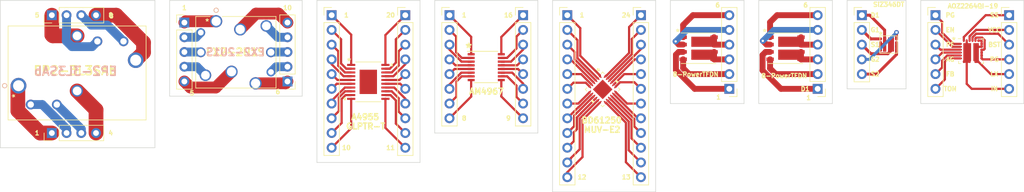
<source format=kicad_pcb>
(kicad_pcb (version 20171130) (host pcbnew "(5.1.6-0-10_14)")

  (general
    (thickness 1.6)
    (drawings 93)
    (tracks 370)
    (zones 0)
    (modules 24)
    (nets 108)
  )

  (page A4)
  (layers
    (0 F.Cu signal)
    (31 B.Cu signal)
    (32 B.Adhes user)
    (33 F.Adhes user)
    (34 B.Paste user)
    (35 F.Paste user)
    (36 B.SilkS user)
    (37 F.SilkS user)
    (38 B.Mask user)
    (39 F.Mask user)
    (40 Dwgs.User user hide)
    (41 Cmts.User user)
    (42 Eco1.User user)
    (43 Eco2.User user)
    (44 Edge.Cuts user)
    (45 Margin user)
    (46 B.CrtYd user hide)
    (47 F.CrtYd user)
    (48 B.Fab user)
    (49 F.Fab user hide)
  )

  (setup
    (last_trace_width 0.381)
    (user_trace_width 0.127)
    (user_trace_width 0.2032)
    (user_trace_width 0.381)
    (user_trace_width 0.381)
    (user_trace_width 0.381)
    (user_trace_width 0.381)
    (user_trace_width 0.381)
    (user_trace_width 0.381)
    (user_trace_width 0.381)
    (user_trace_width 0.508)
    (user_trace_width 0.508)
    (user_trace_width 0.508)
    (user_trace_width 0.508)
    (user_trace_width 0.508)
    (user_trace_width 0.508)
    (user_trace_width 0.508)
    (user_trace_width 0.508)
    (user_trace_width 0.508)
    (user_trace_width 0.508)
    (user_trace_width 0.508)
    (user_trace_width 0.508)
    (user_trace_width 0.508)
    (user_trace_width 0.508)
    (user_trace_width 0.508)
    (user_trace_width 0.508)
    (user_trace_width 0.508)
    (user_trace_width 0.508)
    (user_trace_width 0.762)
    (user_trace_width 0.762)
    (user_trace_width 0.762)
    (user_trace_width 0.762)
    (user_trace_width 0.762)
    (user_trace_width 0.762)
    (user_trace_width 0.762)
    (user_trace_width 1.016)
    (user_trace_width 1.016)
    (user_trace_width 1.016)
    (user_trace_width 1.016)
    (user_trace_width 1.016)
    (user_trace_width 1.016)
    (user_trace_width 1.016)
    (user_trace_width 1.016)
    (user_trace_width 1.016)
    (user_trace_width 1.016)
    (user_trace_width 1.016)
    (user_trace_width 1.27)
    (user_trace_width 1.27)
    (user_trace_width 1.27)
    (user_trace_width 1.27)
    (user_trace_width 1.27)
    (user_trace_width 1.27)
    (user_trace_width 1.27)
    (user_trace_width 1.524)
    (user_trace_width 1.524)
    (user_trace_width 1.524)
    (user_trace_width 1.524)
    (user_trace_width 1.524)
    (user_trace_width 1.524)
    (user_trace_width 1.524)
    (user_trace_width 1.524)
    (user_trace_width 1.524)
    (user_trace_width 2.032)
    (user_trace_width 2.54)
    (user_trace_width 2.54)
    (user_trace_width 2.54)
    (user_trace_width 2.54)
    (user_trace_width 2.54)
    (user_trace_width 2.54)
    (user_trace_width 2.54)
    (user_trace_width 2.54)
    (user_trace_width 2.54)
    (user_trace_width 2.54)
    (user_trace_width 2.54)
    (user_trace_width 2.54)
    (user_trace_width 2.54)
    (user_trace_width 2.54)
    (user_trace_width 2.54)
    (user_trace_width 3.048)
    (user_trace_width 7.62)
    (user_trace_width 10.16)
    (trace_clearance 0.1016)
    (zone_clearance 0.508)
    (zone_45_only no)
    (trace_min 0.02)
    (via_size 0.8)
    (via_drill 0.4)
    (via_min_size 0.4)
    (via_min_drill 0.3)
    (user_via 0.508 0.4)
    (user_via 0.508 0.4)
    (user_via 0.508 0.4)
    (user_via 0.508 0.4)
    (user_via 0.508 0.4)
    (user_via 0.508 0.4)
    (user_via 0.508 0.4)
    (user_via 0.508 0.4)
    (user_via 1.016 0.4)
    (user_via 1.016 0.4)
    (user_via 1.016 0.4)
    (user_via 1.016 0.4)
    (user_via 1.016 0.4)
    (user_via 1.016 0.4)
    (user_via 1.016 0.4)
    (user_via 1.016 0.4)
    (user_via 1.524 0.4)
    (user_via 1.524 0.4)
    (user_via 1.524 0.4)
    (user_via 1.524 0.4)
    (user_via 1.524 0.4)
    (user_via 1.524 0.4)
    (user_via 1.524 0.4)
    (user_via 1.524 0.4)
    (user_via 2.54 0.4)
    (user_via 2.54 0.4)
    (user_via 2.54 0.4)
    (user_via 2.54 0.4)
    (user_via 2.54 0.4)
    (user_via 2.54 0.4)
    (user_via 2.54 0.4)
    (user_via 2.54 0.4)
    (uvia_size 0.3)
    (uvia_drill 0.1)
    (uvias_allowed no)
    (uvia_min_size 0.2)
    (uvia_min_drill 0.1)
    (edge_width 0.1)
    (segment_width 0.2)
    (pcb_text_width 0.3)
    (pcb_text_size 1.5 1.5)
    (mod_edge_width 0.15)
    (mod_text_size 1 1)
    (mod_text_width 0.15)
    (pad_size 1.524 1.524)
    (pad_drill 0.762)
    (pad_to_mask_clearance 0)
    (aux_axis_origin 0 0)
    (visible_elements FFFFFF7F)
    (pcbplotparams
      (layerselection 0x010fc_ffffffff)
      (usegerberextensions false)
      (usegerberattributes true)
      (usegerberadvancedattributes true)
      (creategerberjobfile true)
      (excludeedgelayer true)
      (linewidth 0.100000)
      (plotframeref false)
      (viasonmask false)
      (mode 1)
      (useauxorigin false)
      (hpglpennumber 1)
      (hpglpenspeed 20)
      (hpglpendiameter 15.000000)
      (psnegative false)
      (psa4output false)
      (plotreference true)
      (plotvalue true)
      (plotinvisibletext false)
      (padsonsilk false)
      (subtractmaskfromsilk false)
      (outputformat 1)
      (mirror false)
      (drillshape 1)
      (scaleselection 1)
      (outputdirectory ""))
  )

  (net 0 "")
  (net 1 /A4)
  (net 2 /A3)
  (net 3 /A2)
  (net 4 /A1)
  (net 5 /B5)
  (net 6 /B4)
  (net 7 /B3)
  (net 8 /B2)
  (net 9 /B1)
  (net 10 /B6)
  (net 11 /B7)
  (net 12 /B8)
  (net 13 /B9)
  (net 14 /B10)
  (net 15 /A5)
  (net 16 /A6)
  (net 17 /A7)
  (net 18 /A8)
  (net 19 /C10)
  (net 20 /C9)
  (net 21 /C8)
  (net 22 /C7)
  (net 23 /C6)
  (net 24 /C5)
  (net 25 /C4)
  (net 26 /C3)
  (net 27 /C2)
  (net 28 /C1)
  (net 29 /C20)
  (net 30 /C19)
  (net 31 /C18)
  (net 32 /C17)
  (net 33 /C16)
  (net 34 /C15)
  (net 35 /C14)
  (net 36 /C13)
  (net 37 /C12)
  (net 38 /C11)
  (net 39 /D8)
  (net 40 /D7)
  (net 41 /D6)
  (net 42 /D5)
  (net 43 /D4)
  (net 44 /D3)
  (net 45 /D2)
  (net 46 /D1)
  (net 47 /D16)
  (net 48 /D15)
  (net 49 /D14)
  (net 50 /D13)
  (net 51 /D12)
  (net 52 /D11)
  (net 53 /D10)
  (net 54 /D9)
  (net 55 /E24)
  (net 56 /E23)
  (net 57 /E22)
  (net 58 /E21)
  (net 59 /E20)
  (net 60 /E19)
  (net 61 /E18)
  (net 62 /E17)
  (net 63 /E16)
  (net 64 /E15)
  (net 65 /E14)
  (net 66 /E13)
  (net 67 /E12)
  (net 68 /E11)
  (net 69 /E10)
  (net 70 /E9)
  (net 71 /E8)
  (net 72 /E7)
  (net 73 /E6)
  (net 74 /E5)
  (net 75 /E4)
  (net 76 /E3)
  (net 77 /E2)
  (net 78 /E1)
  (net 79 /F6)
  (net 80 /F5)
  (net 81 /F4)
  (net 82 /F3)
  (net 83 /F2)
  (net 84 /F1)
  (net 85 /G6)
  (net 86 /G5)
  (net 87 /G4)
  (net 88 /G3)
  (net 89 /G2)
  (net 90 /G1)
  (net 91 /H5)
  (net 92 /H4)
  (net 93 /H3)
  (net 94 /H2)
  (net 95 /H1)
  (net 96 /I6)
  (net 97 /I5)
  (net 98 /I4)
  (net 99 /I3)
  (net 100 /I2)
  (net 101 /I1)
  (net 102 /I23)
  (net 103 /I21)
  (net 104 /I20)
  (net 105 /I12)
  (net 106 /I10)
  (net 107 /I7)

  (net_class Default "This is the default net class."
    (clearance 0.1016)
    (trace_width 0.1016)
    (via_dia 0.8)
    (via_drill 0.4)
    (uvia_dia 0.3)
    (uvia_drill 0.1)
    (add_net /A1)
    (add_net /A2)
    (add_net /A3)
    (add_net /A4)
    (add_net /A5)
    (add_net /A6)
    (add_net /A7)
    (add_net /A8)
    (add_net /B1)
    (add_net /B10)
    (add_net /B2)
    (add_net /B3)
    (add_net /B4)
    (add_net /B5)
    (add_net /B6)
    (add_net /B7)
    (add_net /B8)
    (add_net /B9)
    (add_net /C1)
    (add_net /C10)
    (add_net /C11)
    (add_net /C12)
    (add_net /C13)
    (add_net /C14)
    (add_net /C15)
    (add_net /C16)
    (add_net /C17)
    (add_net /C18)
    (add_net /C19)
    (add_net /C2)
    (add_net /C20)
    (add_net /C3)
    (add_net /C4)
    (add_net /C5)
    (add_net /C6)
    (add_net /C7)
    (add_net /C8)
    (add_net /C9)
    (add_net /D1)
    (add_net /D10)
    (add_net /D11)
    (add_net /D12)
    (add_net /D13)
    (add_net /D14)
    (add_net /D15)
    (add_net /D16)
    (add_net /D2)
    (add_net /D3)
    (add_net /D4)
    (add_net /D5)
    (add_net /D6)
    (add_net /D7)
    (add_net /D8)
    (add_net /D9)
    (add_net /E1)
    (add_net /E10)
    (add_net /E11)
    (add_net /E12)
    (add_net /E13)
    (add_net /E14)
    (add_net /E15)
    (add_net /E16)
    (add_net /E17)
    (add_net /E18)
    (add_net /E19)
    (add_net /E2)
    (add_net /E20)
    (add_net /E21)
    (add_net /E22)
    (add_net /E23)
    (add_net /E24)
    (add_net /E3)
    (add_net /E4)
    (add_net /E5)
    (add_net /E6)
    (add_net /E7)
    (add_net /E8)
    (add_net /E9)
    (add_net /F1)
    (add_net /F2)
    (add_net /F3)
    (add_net /F4)
    (add_net /F5)
    (add_net /F6)
    (add_net /G1)
    (add_net /G2)
    (add_net /G3)
    (add_net /G4)
    (add_net /G5)
    (add_net /G6)
    (add_net /H1)
    (add_net /H2)
    (add_net /H3)
    (add_net /H4)
    (add_net /H5)
    (add_net /I1)
    (add_net /I10)
    (add_net /I12)
    (add_net /I2)
    (add_net /I20)
    (add_net /I21)
    (add_net /I23)
    (add_net /I3)
    (add_net /I4)
    (add_net /I5)
    (add_net /I6)
    (add_net /I7)
  )

  (module Ninja-qPCR:AOZ2264QI-19 (layer F.Cu) (tedit 615BBC31) (tstamp 615BBA56)
    (at 199.18 34.14)
    (path /615E2052)
    (attr smd)
    (fp_text reference U7 (at 0 -3.5) (layer F.SilkS) hide
      (effects (font (size 1 1) (thickness 0.15)))
    )
    (fp_text value AOZ2264QI-19 (at 0 3.5) (layer F.Fab)
      (effects (font (size 1 1) (thickness 0.15)))
    )
    (fp_text user * (at -2.975 -1.85) (layer F.SilkS)
      (effects (font (size 1 1) (thickness 0.15)))
    )
    (fp_poly (pts (xy 1.34 1.72) (xy 0.39 1.72) (xy 0.39 -1.38) (xy 1.34 -1.38)) (layer F.Mask) (width 0))
    (fp_poly (pts (xy 0.01 1.72) (xy -1.33 1.72) (xy -1.33 -1.38) (xy 0.01 -1.38)) (layer F.Mask) (width 0))
    (fp_line (start -1 -2) (end -2 -1) (layer F.Fab) (width 0.15))
    (fp_line (start -2 -1) (end -2 2) (layer F.Fab) (width 0.15))
    (fp_line (start -2 2) (end 2 2) (layer F.Fab) (width 0.15))
    (fp_line (start 2 2) (end 2 -2) (layer F.Fab) (width 0.15))
    (fp_line (start 2 -2) (end -1 -2) (layer F.Fab) (width 0.15))
    (fp_line (start 1.75 -2.15) (end 2.15 -2.15) (layer F.SilkS) (width 0.12))
    (fp_line (start 2.15 -2.15) (end 2.15 -1.75) (layer F.SilkS) (width 0.12))
    (fp_line (start 1.75 2.15) (end 2.15 2.15) (layer F.SilkS) (width 0.12))
    (fp_line (start 2.15 2.15) (end 2.15 1.75) (layer F.SilkS) (width 0.12))
    (fp_line (start -1.75 2.15) (end -2.15 2.15) (layer F.SilkS) (width 0.12))
    (fp_line (start -2.15 2.15) (end -2.15 1.75) (layer F.SilkS) (width 0.12))
    (fp_line (start -1.75 -2.15) (end -2.225 -2.15) (layer F.SilkS) (width 0.12))
    (fp_line (start -2.5 -2.5) (end 2.5 -2.5) (layer F.CrtYd) (width 0.05))
    (fp_line (start 2.5 -2.5) (end 2.5 2.5) (layer F.CrtYd) (width 0.05))
    (fp_line (start 2.5 2.5) (end -2.5 2.5) (layer F.CrtYd) (width 0.05))
    (fp_line (start -2.5 2.5) (end -2.5 -2.5) (layer F.CrtYd) (width 0.05))
    (fp_poly (pts (xy -0.8 -0.9) (xy -1.1 -0.9) (xy -1.1 -1.1) (xy -0.8 -1.1)) (layer F.Paste) (width 0))
    (fp_poly (pts (xy 1.34 1.72) (xy 0.39 1.72) (xy 0.39 -1.38) (xy 1.34 -1.38)) (layer F.Cu) (width 0))
    (fp_poly (pts (xy 0 1.72) (xy -1.34 1.72) (xy -1.34 -1.38) (xy 0 -1.38)) (layer F.Cu) (width 0))
    (fp_poly (pts (xy -0.8 -0.9) (xy -1.1 -0.9) (xy -1.1 -1.1) (xy -0.8 -1.1)) (layer F.Paste) (width 0))
    (fp_poly (pts (xy -0.3 -0.9) (xy -0.6 -0.9) (xy -0.6 -1.1) (xy -0.3 -1.1)) (layer F.Paste) (width 0))
    (fp_poly (pts (xy -0.8 -0.6) (xy -1.1 -0.6) (xy -1.1 -0.8) (xy -0.8 -0.8)) (layer F.Paste) (width 0))
    (fp_poly (pts (xy -0.8 -0.6) (xy -1.1 -0.6) (xy -1.1 -0.8) (xy -0.8 -0.8)) (layer F.Paste) (width 0))
    (fp_poly (pts (xy -0.3 -0.6) (xy -0.6 -0.6) (xy -0.6 -0.8) (xy -0.3 -0.8)) (layer F.Paste) (width 0))
    (fp_poly (pts (xy -0.8 -0.3) (xy -1.1 -0.3) (xy -1.1 -0.5) (xy -0.8 -0.5)) (layer F.Paste) (width 0))
    (fp_poly (pts (xy -0.3 0) (xy -0.6 0) (xy -0.6 -0.2) (xy -0.3 -0.2)) (layer F.Paste) (width 0))
    (fp_poly (pts (xy -0.8 -0.3) (xy -1.1 -0.3) (xy -1.1 -0.5) (xy -0.8 -0.5)) (layer F.Paste) (width 0))
    (fp_poly (pts (xy -0.8 0) (xy -1.1 0) (xy -1.1 -0.2) (xy -0.8 -0.2)) (layer F.Paste) (width 0))
    (fp_poly (pts (xy -0.8 0) (xy -1.1 0) (xy -1.1 -0.2) (xy -0.8 -0.2)) (layer F.Paste) (width 0))
    (fp_poly (pts (xy -0.3 -0.3) (xy -0.6 -0.3) (xy -0.6 -0.5) (xy -0.3 -0.5)) (layer F.Paste) (width 0))
    (fp_poly (pts (xy -0.8 0.3) (xy -1.1 0.3) (xy -1.1 0.1) (xy -0.8 0.1)) (layer F.Paste) (width 0))
    (fp_poly (pts (xy -0.8 1.2) (xy -1.1 1.2) (xy -1.1 1) (xy -0.8 1)) (layer F.Paste) (width 0))
    (fp_poly (pts (xy -0.3 1.2) (xy -0.6 1.2) (xy -0.6 1) (xy -0.3 1)) (layer F.Paste) (width 0))
    (fp_poly (pts (xy -0.8 1.2) (xy -1.1 1.2) (xy -1.1 1) (xy -0.8 1)) (layer F.Paste) (width 0))
    (fp_poly (pts (xy -0.8 0.9) (xy -1.1 0.9) (xy -1.1 0.7) (xy -0.8 0.7)) (layer F.Paste) (width 0))
    (fp_poly (pts (xy -0.3 0.9) (xy -0.6 0.9) (xy -0.6 0.7) (xy -0.3 0.7)) (layer F.Paste) (width 0))
    (fp_poly (pts (xy -0.8 0.9) (xy -1.1 0.9) (xy -1.1 0.7) (xy -0.8 0.7)) (layer F.Paste) (width 0))
    (fp_poly (pts (xy -0.3 0.6) (xy -0.6 0.6) (xy -0.6 0.4) (xy -0.3 0.4)) (layer F.Paste) (width 0))
    (fp_poly (pts (xy -0.8 0.3) (xy -1.1 0.3) (xy -1.1 0.1) (xy -0.8 0.1)) (layer F.Paste) (width 0))
    (fp_poly (pts (xy -0.8 0.6) (xy -1.1 0.6) (xy -1.1 0.4) (xy -0.8 0.4)) (layer F.Paste) (width 0))
    (fp_poly (pts (xy -0.8 0.6) (xy -1.1 0.6) (xy -1.1 0.4) (xy -0.8 0.4)) (layer F.Paste) (width 0))
    (fp_poly (pts (xy -0.3 0.3) (xy -0.6 0.3) (xy -0.6 0.1) (xy -0.3 0.1)) (layer F.Paste) (width 0))
    (fp_poly (pts (xy 0.75 -0.9) (xy 0.45 -0.9) (xy 0.45 -1.1) (xy 0.75 -1.1)) (layer F.Paste) (width 0))
    (fp_poly (pts (xy 1.25 -0.9) (xy 0.95 -0.9) (xy 0.95 -1.1) (xy 1.25 -1.1)) (layer F.Paste) (width 0))
    (fp_poly (pts (xy 0.75 -0.9) (xy 0.45 -0.9) (xy 0.45 -1.1) (xy 0.75 -1.1)) (layer F.Paste) (width 0))
    (fp_poly (pts (xy 0.75 0.9) (xy 0.45 0.9) (xy 0.45 0.7) (xy 0.75 0.7)) (layer F.Paste) (width 0))
    (fp_poly (pts (xy 1.25 0.9) (xy 0.95 0.9) (xy 0.95 0.7) (xy 1.25 0.7)) (layer F.Paste) (width 0))
    (fp_poly (pts (xy 0.75 0.9) (xy 0.45 0.9) (xy 0.45 0.7) (xy 0.75 0.7)) (layer F.Paste) (width 0))
    (fp_poly (pts (xy 1.25 0.6) (xy 0.95 0.6) (xy 0.95 0.4) (xy 1.25 0.4)) (layer F.Paste) (width 0))
    (fp_poly (pts (xy 0.75 0.3) (xy 0.45 0.3) (xy 0.45 0.1) (xy 0.75 0.1)) (layer F.Paste) (width 0))
    (fp_poly (pts (xy 0.75 0.6) (xy 0.45 0.6) (xy 0.45 0.4) (xy 0.75 0.4)) (layer F.Paste) (width 0))
    (fp_poly (pts (xy 0.75 0.6) (xy 0.45 0.6) (xy 0.45 0.4) (xy 0.75 0.4)) (layer F.Paste) (width 0))
    (fp_poly (pts (xy 1.25 0.3) (xy 0.95 0.3) (xy 0.95 0.1) (xy 1.25 0.1)) (layer F.Paste) (width 0))
    (fp_poly (pts (xy 0.75 -0.6) (xy 0.45 -0.6) (xy 0.45 -0.8) (xy 0.75 -0.8)) (layer F.Paste) (width 0))
    (fp_poly (pts (xy 0.75 -0.6) (xy 0.45 -0.6) (xy 0.45 -0.8) (xy 0.75 -0.8)) (layer F.Paste) (width 0))
    (fp_poly (pts (xy 1.25 -0.6) (xy 0.95 -0.6) (xy 0.95 -0.8) (xy 1.25 -0.8)) (layer F.Paste) (width 0))
    (fp_poly (pts (xy 0.75 -0.3) (xy 0.45 -0.3) (xy 0.45 -0.5) (xy 0.75 -0.5)) (layer F.Paste) (width 0))
    (fp_poly (pts (xy 1.25 0) (xy 0.95 0) (xy 0.95 -0.2) (xy 1.25 -0.2)) (layer F.Paste) (width 0))
    (fp_poly (pts (xy 0.75 -0.3) (xy 0.45 -0.3) (xy 0.45 -0.5) (xy 0.75 -0.5)) (layer F.Paste) (width 0))
    (fp_poly (pts (xy 0.75 0) (xy 0.45 0) (xy 0.45 -0.2) (xy 0.75 -0.2)) (layer F.Paste) (width 0))
    (fp_poly (pts (xy 0.75 0) (xy 0.45 0) (xy 0.45 -0.2) (xy 0.75 -0.2)) (layer F.Paste) (width 0))
    (fp_poly (pts (xy 1.25 -0.3) (xy 0.95 -0.3) (xy 0.95 -0.5) (xy 1.25 -0.5)) (layer F.Paste) (width 0))
    (fp_poly (pts (xy 0.75 0.3) (xy 0.45 0.3) (xy 0.45 0.1) (xy 0.75 0.1)) (layer F.Paste) (width 0))
    (fp_poly (pts (xy 0.75 1.2) (xy 0.45 1.2) (xy 0.45 1) (xy 0.75 1)) (layer F.Paste) (width 0))
    (fp_poly (pts (xy 1.25 1.2) (xy 0.95 1.2) (xy 0.95 1) (xy 1.25 1)) (layer F.Paste) (width 0))
    (fp_poly (pts (xy 0.75 1.2) (xy 0.45 1.2) (xy 0.45 1) (xy 0.75 1)) (layer F.Paste) (width 0))
    (pad 23 smd rect (at -1.25 -1.82) (size 0.25 0.45) (layers F.Cu F.Paste F.Mask)
      (net 102 /I23))
    (pad 22 smd rect (at -0.75 -1.82) (size 0.25 0.45) (layers F.Cu F.Paste F.Mask)
      (net 107 /I7))
    (pad 21 smd rect (at -0.25 -1.82) (size 0.25 0.45) (layers F.Cu F.Paste F.Mask)
      (net 103 /I21))
    (pad 20 smd rect (at 0.25 -1.82) (size 0.25 0.45) (layers F.Cu F.Paste F.Mask)
      (net 104 /I20))
    (pad 19 smd rect (at 0.75 -1.82) (size 0.25 0.45) (layers F.Cu F.Paste F.Mask)
      (net 105 /I12))
    (pad 18 smd rect (at 1.25 -1.82) (size 0.25 0.45) (layers F.Cu F.Paste F.Mask)
      (net 106 /I10))
    (pad 17 smd rect (at 1.82 -1.25 90) (size 0.25 0.45) (layers F.Cu F.Paste F.Mask)
      (net 106 /I10))
    (pad 16 smd rect (at 1.82 -0.75 90) (size 0.25 0.45) (layers F.Cu F.Paste F.Mask)
      (net 106 /I10))
    (pad 15 smd rect (at 1.82 -0.25 90) (size 0.25 0.45) (layers F.Cu F.Paste F.Mask)
      (net 105 /I12))
    (pad 14 smd rect (at 1.82 0.25 90) (size 0.25 0.45) (layers F.Cu F.Paste F.Mask)
      (net 105 /I12))
    (pad 13 smd rect (at 1.82 0.75 90) (size 0.25 0.45) (layers F.Cu F.Paste F.Mask)
      (net 105 /I12))
    (pad 12 smd rect (at 1.82 1.25 90) (size 0.25 0.45) (layers F.Cu F.Paste F.Mask)
      (net 105 /I12))
    (pad 11 smd rect (at 1.25 1.82) (size 0.25 0.45) (layers F.Cu F.Paste F.Mask)
      (net 106 /I10))
    (pad 10 smd rect (at 0.75 1.82) (size 0.25 0.45) (layers F.Cu F.Paste F.Mask)
      (net 106 /I10))
    (pad 9 smd rect (at -0.25 1.82) (size 0.25 0.45) (layers F.Cu F.Paste F.Mask)
      (net 107 /I7))
    (pad 8 smd rect (at -0.75 1.82) (size 0.25 0.45) (layers F.Cu F.Paste F.Mask)
      (net 107 /I7))
    (pad 7 smd rect (at -1.25 1.82) (size 0.25 0.45) (layers F.Cu F.Paste F.Mask)
      (net 107 /I7))
    (pad 6 smd rect (at -1.82 1.25 90) (size 0.25 0.45) (layers F.Cu F.Paste F.Mask)
      (net 96 /I6))
    (pad 5 smd rect (at -1.82 0.75 90) (size 0.25 0.45) (layers F.Cu F.Paste F.Mask)
      (net 97 /I5))
    (pad 4 smd rect (at -1.82 0.25 90) (size 0.25 0.45) (layers F.Cu F.Paste F.Mask)
      (net 98 /I4))
    (pad 3 smd rect (at -1.82 -0.25 90) (size 0.25 0.45) (layers F.Cu F.Paste F.Mask)
      (net 99 /I3))
    (pad 2 smd rect (at -1.82 -0.75 90) (size 0.25 0.45) (layers F.Cu F.Paste F.Mask)
      (net 100 /I2))
    (pad 1 smd rect (at -1.82 -1.25 90) (size 0.25 0.45) (layers F.Cu F.Paste F.Mask)
      (net 101 /I1))
  )

  (module Pin_Headers:Pin_Header_Straight_1x04_Pitch2.54mm (layer F.Cu) (tedit 59650532) (tstamp 615B6E32)
    (at 40.64 48.26 90)
    (descr "Through hole straight pin header, 1x04, 2.54mm pitch, single row")
    (tags "Through hole pin header THT 1x04 2.54mm single row")
    (path /615B6A96)
    (fp_text reference J1 (at 0 -2.33 90) (layer F.SilkS) hide
      (effects (font (size 1 1) (thickness 0.15)))
    )
    (fp_text value Conn_01x04_Male (at 0 9.95 90) (layer F.Fab)
      (effects (font (size 1 1) (thickness 0.15)))
    )
    (fp_line (start 1.8 -1.8) (end -1.8 -1.8) (layer F.CrtYd) (width 0.05))
    (fp_line (start 1.8 9.4) (end 1.8 -1.8) (layer F.CrtYd) (width 0.05))
    (fp_line (start -1.8 9.4) (end 1.8 9.4) (layer F.CrtYd) (width 0.05))
    (fp_line (start -1.8 -1.8) (end -1.8 9.4) (layer F.CrtYd) (width 0.05))
    (fp_line (start -1.33 -1.33) (end 0 -1.33) (layer F.SilkS) (width 0.12))
    (fp_line (start -1.33 0) (end -1.33 -1.33) (layer F.SilkS) (width 0.12))
    (fp_line (start -1.33 1.27) (end 1.33 1.27) (layer F.SilkS) (width 0.12))
    (fp_line (start 1.33 1.27) (end 1.33 8.95) (layer F.SilkS) (width 0.12))
    (fp_line (start -1.33 1.27) (end -1.33 8.95) (layer F.SilkS) (width 0.12))
    (fp_line (start -1.33 8.95) (end 1.33 8.95) (layer F.SilkS) (width 0.12))
    (fp_line (start -1.27 -0.635) (end -0.635 -1.27) (layer F.Fab) (width 0.1))
    (fp_line (start -1.27 8.89) (end -1.27 -0.635) (layer F.Fab) (width 0.1))
    (fp_line (start 1.27 8.89) (end -1.27 8.89) (layer F.Fab) (width 0.1))
    (fp_line (start 1.27 -1.27) (end 1.27 8.89) (layer F.Fab) (width 0.1))
    (fp_line (start -0.635 -1.27) (end 1.27 -1.27) (layer F.Fab) (width 0.1))
    (fp_text user %R (at 0 3.81) (layer F.Fab)
      (effects (font (size 1 1) (thickness 0.15)))
    )
    (pad 4 thru_hole oval (at 0 7.62 90) (size 1.7 1.7) (drill 1) (layers *.Cu *.Mask)
      (net 1 /A4))
    (pad 3 thru_hole oval (at 0 5.08 90) (size 1.7 1.7) (drill 1) (layers *.Cu *.Mask)
      (net 2 /A3))
    (pad 2 thru_hole oval (at 0 2.54 90) (size 1.7 1.7) (drill 1) (layers *.Cu *.Mask)
      (net 3 /A2))
    (pad 1 thru_hole rect (at 0 0 90) (size 1.7 1.7) (drill 1) (layers *.Cu *.Mask)
      (net 4 /A1))
    (model ${KISYS3DMOD}/Pin_Headers.3dshapes/Pin_Header_Straight_1x04_Pitch2.54mm.wrl
      (at (xyz 0 0 0))
      (scale (xyz 1 1 1))
      (rotate (xyz 0 0 0))
    )
  )

  (module Pin_Headers:Pin_Header_Straight_1x05_Pitch2.54mm (layer F.Cu) (tedit 59650532) (tstamp 615B6E4B)
    (at 63.5 29.21)
    (descr "Through hole straight pin header, 1x05, 2.54mm pitch, single row")
    (tags "Through hole pin header THT 1x05 2.54mm single row")
    (path /615B9AE9)
    (fp_text reference J2 (at 0 -2.33) (layer F.SilkS) hide
      (effects (font (size 1 1) (thickness 0.15)))
    )
    (fp_text value Conn_01x05_Male (at 0 12.49) (layer F.Fab)
      (effects (font (size 1 1) (thickness 0.15)))
    )
    (fp_line (start 1.8 -1.8) (end -1.8 -1.8) (layer F.CrtYd) (width 0.05))
    (fp_line (start 1.8 11.95) (end 1.8 -1.8) (layer F.CrtYd) (width 0.05))
    (fp_line (start -1.8 11.95) (end 1.8 11.95) (layer F.CrtYd) (width 0.05))
    (fp_line (start -1.8 -1.8) (end -1.8 11.95) (layer F.CrtYd) (width 0.05))
    (fp_line (start -1.33 -1.33) (end 0 -1.33) (layer F.SilkS) (width 0.12))
    (fp_line (start -1.33 0) (end -1.33 -1.33) (layer F.SilkS) (width 0.12))
    (fp_line (start -1.33 1.27) (end 1.33 1.27) (layer F.SilkS) (width 0.12))
    (fp_line (start 1.33 1.27) (end 1.33 11.49) (layer F.SilkS) (width 0.12))
    (fp_line (start -1.33 1.27) (end -1.33 11.49) (layer F.SilkS) (width 0.12))
    (fp_line (start -1.33 11.49) (end 1.33 11.49) (layer F.SilkS) (width 0.12))
    (fp_line (start -1.27 -0.635) (end -0.635 -1.27) (layer F.Fab) (width 0.1))
    (fp_line (start -1.27 11.43) (end -1.27 -0.635) (layer F.Fab) (width 0.1))
    (fp_line (start 1.27 11.43) (end -1.27 11.43) (layer F.Fab) (width 0.1))
    (fp_line (start 1.27 -1.27) (end 1.27 11.43) (layer F.Fab) (width 0.1))
    (fp_line (start -0.635 -1.27) (end 1.27 -1.27) (layer F.Fab) (width 0.1))
    (fp_text user %R (at 0 5.08 90) (layer F.Fab)
      (effects (font (size 1 1) (thickness 0.15)))
    )
    (pad 5 thru_hole oval (at 0 10.16) (size 1.7 1.7) (drill 1) (layers *.Cu *.Mask)
      (net 5 /B5))
    (pad 4 thru_hole oval (at 0 7.62) (size 1.7 1.7) (drill 1) (layers *.Cu *.Mask)
      (net 6 /B4))
    (pad 3 thru_hole oval (at 0 5.08) (size 1.7 1.7) (drill 1) (layers *.Cu *.Mask)
      (net 7 /B3))
    (pad 2 thru_hole oval (at 0 2.54) (size 1.7 1.7) (drill 1) (layers *.Cu *.Mask)
      (net 8 /B2))
    (pad 1 thru_hole rect (at 0 0) (size 1.7 1.7) (drill 1) (layers *.Cu *.Mask)
      (net 9 /B1))
    (model ${KISYS3DMOD}/Pin_Headers.3dshapes/Pin_Header_Straight_1x05_Pitch2.54mm.wrl
      (at (xyz 0 0 0))
      (scale (xyz 1 1 1))
      (rotate (xyz 0 0 0))
    )
  )

  (module Pin_Headers:Pin_Header_Straight_1x05_Pitch2.54mm (layer F.Cu) (tedit 59650532) (tstamp 615B6E64)
    (at 81.28 39.37 180)
    (descr "Through hole straight pin header, 1x05, 2.54mm pitch, single row")
    (tags "Through hole pin header THT 1x05 2.54mm single row")
    (path /615BACC9)
    (fp_text reference J3 (at 0 -2.33) (layer F.SilkS) hide
      (effects (font (size 1 1) (thickness 0.15)))
    )
    (fp_text value Conn_01x05_Male (at 0 12.49) (layer F.Fab)
      (effects (font (size 1 1) (thickness 0.15)))
    )
    (fp_line (start -0.635 -1.27) (end 1.27 -1.27) (layer F.Fab) (width 0.1))
    (fp_line (start 1.27 -1.27) (end 1.27 11.43) (layer F.Fab) (width 0.1))
    (fp_line (start 1.27 11.43) (end -1.27 11.43) (layer F.Fab) (width 0.1))
    (fp_line (start -1.27 11.43) (end -1.27 -0.635) (layer F.Fab) (width 0.1))
    (fp_line (start -1.27 -0.635) (end -0.635 -1.27) (layer F.Fab) (width 0.1))
    (fp_line (start -1.33 11.49) (end 1.33 11.49) (layer F.SilkS) (width 0.12))
    (fp_line (start -1.33 1.27) (end -1.33 11.49) (layer F.SilkS) (width 0.12))
    (fp_line (start 1.33 1.27) (end 1.33 11.49) (layer F.SilkS) (width 0.12))
    (fp_line (start -1.33 1.27) (end 1.33 1.27) (layer F.SilkS) (width 0.12))
    (fp_line (start -1.33 0) (end -1.33 -1.33) (layer F.SilkS) (width 0.12))
    (fp_line (start -1.33 -1.33) (end 0 -1.33) (layer F.SilkS) (width 0.12))
    (fp_line (start -1.8 -1.8) (end -1.8 11.95) (layer F.CrtYd) (width 0.05))
    (fp_line (start -1.8 11.95) (end 1.8 11.95) (layer F.CrtYd) (width 0.05))
    (fp_line (start 1.8 11.95) (end 1.8 -1.8) (layer F.CrtYd) (width 0.05))
    (fp_line (start 1.8 -1.8) (end -1.8 -1.8) (layer F.CrtYd) (width 0.05))
    (fp_text user %R (at 0 5.08 90) (layer F.Fab)
      (effects (font (size 1 1) (thickness 0.15)))
    )
    (pad 1 thru_hole rect (at 0 0 180) (size 1.7 1.7) (drill 1) (layers *.Cu *.Mask)
      (net 10 /B6))
    (pad 2 thru_hole oval (at 0 2.54 180) (size 1.7 1.7) (drill 1) (layers *.Cu *.Mask)
      (net 11 /B7))
    (pad 3 thru_hole oval (at 0 5.08 180) (size 1.7 1.7) (drill 1) (layers *.Cu *.Mask)
      (net 12 /B8))
    (pad 4 thru_hole oval (at 0 7.62 180) (size 1.7 1.7) (drill 1) (layers *.Cu *.Mask)
      (net 13 /B9))
    (pad 5 thru_hole oval (at 0 10.16 180) (size 1.7 1.7) (drill 1) (layers *.Cu *.Mask)
      (net 14 /B10))
    (model ${KISYS3DMOD}/Pin_Headers.3dshapes/Pin_Header_Straight_1x05_Pitch2.54mm.wrl
      (at (xyz 0 0 0))
      (scale (xyz 1 1 1))
      (rotate (xyz 0 0 0))
    )
  )

  (module Pin_Headers:Pin_Header_Straight_1x04_Pitch2.54mm (layer F.Cu) (tedit 59650532) (tstamp 615B6E7C)
    (at 40.64 27.94 90)
    (descr "Through hole straight pin header, 1x04, 2.54mm pitch, single row")
    (tags "Through hole pin header THT 1x04 2.54mm single row")
    (path /615B86C2)
    (fp_text reference J4 (at 0 -2.33 90) (layer F.SilkS) hide
      (effects (font (size 1 1) (thickness 0.15)))
    )
    (fp_text value Conn_01x04_Male (at 0 9.95 90) (layer F.Fab)
      (effects (font (size 1 1) (thickness 0.15)))
    )
    (fp_line (start -0.635 -1.27) (end 1.27 -1.27) (layer F.Fab) (width 0.1))
    (fp_line (start 1.27 -1.27) (end 1.27 8.89) (layer F.Fab) (width 0.1))
    (fp_line (start 1.27 8.89) (end -1.27 8.89) (layer F.Fab) (width 0.1))
    (fp_line (start -1.27 8.89) (end -1.27 -0.635) (layer F.Fab) (width 0.1))
    (fp_line (start -1.27 -0.635) (end -0.635 -1.27) (layer F.Fab) (width 0.1))
    (fp_line (start -1.33 8.95) (end 1.33 8.95) (layer F.SilkS) (width 0.12))
    (fp_line (start -1.33 1.27) (end -1.33 8.95) (layer F.SilkS) (width 0.12))
    (fp_line (start 1.33 1.27) (end 1.33 8.95) (layer F.SilkS) (width 0.12))
    (fp_line (start -1.33 1.27) (end 1.33 1.27) (layer F.SilkS) (width 0.12))
    (fp_line (start -1.33 0) (end -1.33 -1.33) (layer F.SilkS) (width 0.12))
    (fp_line (start -1.33 -1.33) (end 0 -1.33) (layer F.SilkS) (width 0.12))
    (fp_line (start -1.8 -1.8) (end -1.8 9.4) (layer F.CrtYd) (width 0.05))
    (fp_line (start -1.8 9.4) (end 1.8 9.4) (layer F.CrtYd) (width 0.05))
    (fp_line (start 1.8 9.4) (end 1.8 -1.8) (layer F.CrtYd) (width 0.05))
    (fp_line (start 1.8 -1.8) (end -1.8 -1.8) (layer F.CrtYd) (width 0.05))
    (fp_text user %R (at 0 3.81) (layer F.Fab)
      (effects (font (size 1 1) (thickness 0.15)))
    )
    (pad 1 thru_hole rect (at 0 0 90) (size 1.7 1.7) (drill 1) (layers *.Cu *.Mask)
      (net 15 /A5))
    (pad 2 thru_hole oval (at 0 2.54 90) (size 1.7 1.7) (drill 1) (layers *.Cu *.Mask)
      (net 16 /A6))
    (pad 3 thru_hole oval (at 0 5.08 90) (size 1.7 1.7) (drill 1) (layers *.Cu *.Mask)
      (net 17 /A7))
    (pad 4 thru_hole oval (at 0 7.62 90) (size 1.7 1.7) (drill 1) (layers *.Cu *.Mask)
      (net 18 /A8))
    (model ${KISYS3DMOD}/Pin_Headers.3dshapes/Pin_Header_Straight_1x04_Pitch2.54mm.wrl
      (at (xyz 0 0 0))
      (scale (xyz 1 1 1))
      (rotate (xyz 0 0 0))
    )
  )

  (module Pin_Headers:Pin_Header_Straight_1x10_Pitch2.54mm (layer F.Cu) (tedit 59650532) (tstamp 615B6E9A)
    (at 88.9 27.94)
    (descr "Through hole straight pin header, 1x10, 2.54mm pitch, single row")
    (tags "Through hole pin header THT 1x10 2.54mm single row")
    (path /615CEAE2)
    (fp_text reference J5 (at 0 -2.33) (layer F.SilkS) hide
      (effects (font (size 1 1) (thickness 0.15)))
    )
    (fp_text value Conn_01x10_Male (at 0 25.19) (layer F.Fab)
      (effects (font (size 1 1) (thickness 0.15)))
    )
    (fp_line (start 1.8 -1.8) (end -1.8 -1.8) (layer F.CrtYd) (width 0.05))
    (fp_line (start 1.8 24.65) (end 1.8 -1.8) (layer F.CrtYd) (width 0.05))
    (fp_line (start -1.8 24.65) (end 1.8 24.65) (layer F.CrtYd) (width 0.05))
    (fp_line (start -1.8 -1.8) (end -1.8 24.65) (layer F.CrtYd) (width 0.05))
    (fp_line (start -1.33 -1.33) (end 0 -1.33) (layer F.SilkS) (width 0.12))
    (fp_line (start -1.33 0) (end -1.33 -1.33) (layer F.SilkS) (width 0.12))
    (fp_line (start -1.33 1.27) (end 1.33 1.27) (layer F.SilkS) (width 0.12))
    (fp_line (start 1.33 1.27) (end 1.33 24.19) (layer F.SilkS) (width 0.12))
    (fp_line (start -1.33 1.27) (end -1.33 24.19) (layer F.SilkS) (width 0.12))
    (fp_line (start -1.33 24.19) (end 1.33 24.19) (layer F.SilkS) (width 0.12))
    (fp_line (start -1.27 -0.635) (end -0.635 -1.27) (layer F.Fab) (width 0.1))
    (fp_line (start -1.27 24.13) (end -1.27 -0.635) (layer F.Fab) (width 0.1))
    (fp_line (start 1.27 24.13) (end -1.27 24.13) (layer F.Fab) (width 0.1))
    (fp_line (start 1.27 -1.27) (end 1.27 24.13) (layer F.Fab) (width 0.1))
    (fp_line (start -0.635 -1.27) (end 1.27 -1.27) (layer F.Fab) (width 0.1))
    (fp_text user %R (at 0 11.43 90) (layer F.Fab)
      (effects (font (size 1 1) (thickness 0.15)))
    )
    (pad 10 thru_hole oval (at 0 22.86) (size 1.7 1.7) (drill 1) (layers *.Cu *.Mask)
      (net 19 /C10))
    (pad 9 thru_hole oval (at 0 20.32) (size 1.7 1.7) (drill 1) (layers *.Cu *.Mask)
      (net 20 /C9))
    (pad 8 thru_hole oval (at 0 17.78) (size 1.7 1.7) (drill 1) (layers *.Cu *.Mask)
      (net 21 /C8))
    (pad 7 thru_hole oval (at 0 15.24) (size 1.7 1.7) (drill 1) (layers *.Cu *.Mask)
      (net 22 /C7))
    (pad 6 thru_hole oval (at 0 12.7) (size 1.7 1.7) (drill 1) (layers *.Cu *.Mask)
      (net 23 /C6))
    (pad 5 thru_hole oval (at 0 10.16) (size 1.7 1.7) (drill 1) (layers *.Cu *.Mask)
      (net 24 /C5))
    (pad 4 thru_hole oval (at 0 7.62) (size 1.7 1.7) (drill 1) (layers *.Cu *.Mask)
      (net 25 /C4))
    (pad 3 thru_hole oval (at 0 5.08) (size 1.7 1.7) (drill 1) (layers *.Cu *.Mask)
      (net 26 /C3))
    (pad 2 thru_hole oval (at 0 2.54) (size 1.7 1.7) (drill 1) (layers *.Cu *.Mask)
      (net 27 /C2))
    (pad 1 thru_hole rect (at 0 0) (size 1.7 1.7) (drill 1) (layers *.Cu *.Mask)
      (net 28 /C1))
    (model ${KISYS3DMOD}/Pin_Headers.3dshapes/Pin_Header_Straight_1x10_Pitch2.54mm.wrl
      (at (xyz 0 0 0))
      (scale (xyz 1 1 1))
      (rotate (xyz 0 0 0))
    )
  )

  (module Pin_Headers:Pin_Header_Straight_1x10_Pitch2.54mm (layer F.Cu) (tedit 59650532) (tstamp 615B6EB8)
    (at 101.6 27.94)
    (descr "Through hole straight pin header, 1x10, 2.54mm pitch, single row")
    (tags "Through hole pin header THT 1x10 2.54mm single row")
    (path /615D082C)
    (fp_text reference J6 (at 0 -2.33) (layer F.SilkS) hide
      (effects (font (size 1 1) (thickness 0.15)))
    )
    (fp_text value Conn_01x10_Male (at 0 25.19) (layer F.Fab)
      (effects (font (size 1 1) (thickness 0.15)))
    )
    (fp_line (start -0.635 -1.27) (end 1.27 -1.27) (layer F.Fab) (width 0.1))
    (fp_line (start 1.27 -1.27) (end 1.27 24.13) (layer F.Fab) (width 0.1))
    (fp_line (start 1.27 24.13) (end -1.27 24.13) (layer F.Fab) (width 0.1))
    (fp_line (start -1.27 24.13) (end -1.27 -0.635) (layer F.Fab) (width 0.1))
    (fp_line (start -1.27 -0.635) (end -0.635 -1.27) (layer F.Fab) (width 0.1))
    (fp_line (start -1.33 24.19) (end 1.33 24.19) (layer F.SilkS) (width 0.12))
    (fp_line (start -1.33 1.27) (end -1.33 24.19) (layer F.SilkS) (width 0.12))
    (fp_line (start 1.33 1.27) (end 1.33 24.19) (layer F.SilkS) (width 0.12))
    (fp_line (start -1.33 1.27) (end 1.33 1.27) (layer F.SilkS) (width 0.12))
    (fp_line (start -1.33 0) (end -1.33 -1.33) (layer F.SilkS) (width 0.12))
    (fp_line (start -1.33 -1.33) (end 0 -1.33) (layer F.SilkS) (width 0.12))
    (fp_line (start -1.8 -1.8) (end -1.8 24.65) (layer F.CrtYd) (width 0.05))
    (fp_line (start -1.8 24.65) (end 1.8 24.65) (layer F.CrtYd) (width 0.05))
    (fp_line (start 1.8 24.65) (end 1.8 -1.8) (layer F.CrtYd) (width 0.05))
    (fp_line (start 1.8 -1.8) (end -1.8 -1.8) (layer F.CrtYd) (width 0.05))
    (fp_text user %R (at 0 11.43 90) (layer F.Fab)
      (effects (font (size 1 1) (thickness 0.15)))
    )
    (pad 1 thru_hole rect (at 0 0) (size 1.7 1.7) (drill 1) (layers *.Cu *.Mask)
      (net 29 /C20))
    (pad 2 thru_hole oval (at 0 2.54) (size 1.7 1.7) (drill 1) (layers *.Cu *.Mask)
      (net 30 /C19))
    (pad 3 thru_hole oval (at 0 5.08) (size 1.7 1.7) (drill 1) (layers *.Cu *.Mask)
      (net 31 /C18))
    (pad 4 thru_hole oval (at 0 7.62) (size 1.7 1.7) (drill 1) (layers *.Cu *.Mask)
      (net 32 /C17))
    (pad 5 thru_hole oval (at 0 10.16) (size 1.7 1.7) (drill 1) (layers *.Cu *.Mask)
      (net 33 /C16))
    (pad 6 thru_hole oval (at 0 12.7) (size 1.7 1.7) (drill 1) (layers *.Cu *.Mask)
      (net 34 /C15))
    (pad 7 thru_hole oval (at 0 15.24) (size 1.7 1.7) (drill 1) (layers *.Cu *.Mask)
      (net 35 /C14))
    (pad 8 thru_hole oval (at 0 17.78) (size 1.7 1.7) (drill 1) (layers *.Cu *.Mask)
      (net 36 /C13))
    (pad 9 thru_hole oval (at 0 20.32) (size 1.7 1.7) (drill 1) (layers *.Cu *.Mask)
      (net 37 /C12))
    (pad 10 thru_hole oval (at 0 22.86) (size 1.7 1.7) (drill 1) (layers *.Cu *.Mask)
      (net 38 /C11))
    (model ${KISYS3DMOD}/Pin_Headers.3dshapes/Pin_Header_Straight_1x10_Pitch2.54mm.wrl
      (at (xyz 0 0 0))
      (scale (xyz 1 1 1))
      (rotate (xyz 0 0 0))
    )
  )

  (module Pin_Headers:Pin_Header_Straight_1x08_Pitch2.54mm (layer F.Cu) (tedit 59650532) (tstamp 615B6ED4)
    (at 109.22 27.94)
    (descr "Through hole straight pin header, 1x08, 2.54mm pitch, single row")
    (tags "Through hole pin header THT 1x08 2.54mm single row")
    (path /61611AFB)
    (fp_text reference J7 (at 0 -2.33) (layer F.SilkS) hide
      (effects (font (size 1 1) (thickness 0.15)))
    )
    (fp_text value Conn_01x08_Male (at 0 20.11) (layer F.Fab)
      (effects (font (size 1 1) (thickness 0.15)))
    )
    (fp_line (start 1.8 -1.8) (end -1.8 -1.8) (layer F.CrtYd) (width 0.05))
    (fp_line (start 1.8 19.55) (end 1.8 -1.8) (layer F.CrtYd) (width 0.05))
    (fp_line (start -1.8 19.55) (end 1.8 19.55) (layer F.CrtYd) (width 0.05))
    (fp_line (start -1.8 -1.8) (end -1.8 19.55) (layer F.CrtYd) (width 0.05))
    (fp_line (start -1.33 -1.33) (end 0 -1.33) (layer F.SilkS) (width 0.12))
    (fp_line (start -1.33 0) (end -1.33 -1.33) (layer F.SilkS) (width 0.12))
    (fp_line (start -1.33 1.27) (end 1.33 1.27) (layer F.SilkS) (width 0.12))
    (fp_line (start 1.33 1.27) (end 1.33 19.11) (layer F.SilkS) (width 0.12))
    (fp_line (start -1.33 1.27) (end -1.33 19.11) (layer F.SilkS) (width 0.12))
    (fp_line (start -1.33 19.11) (end 1.33 19.11) (layer F.SilkS) (width 0.12))
    (fp_line (start -1.27 -0.635) (end -0.635 -1.27) (layer F.Fab) (width 0.1))
    (fp_line (start -1.27 19.05) (end -1.27 -0.635) (layer F.Fab) (width 0.1))
    (fp_line (start 1.27 19.05) (end -1.27 19.05) (layer F.Fab) (width 0.1))
    (fp_line (start 1.27 -1.27) (end 1.27 19.05) (layer F.Fab) (width 0.1))
    (fp_line (start -0.635 -1.27) (end 1.27 -1.27) (layer F.Fab) (width 0.1))
    (fp_text user %R (at 0 8.89 90) (layer F.Fab)
      (effects (font (size 1 1) (thickness 0.15)))
    )
    (pad 8 thru_hole oval (at 0 17.78) (size 1.7 1.7) (drill 1) (layers *.Cu *.Mask)
      (net 39 /D8))
    (pad 7 thru_hole oval (at 0 15.24) (size 1.7 1.7) (drill 1) (layers *.Cu *.Mask)
      (net 40 /D7))
    (pad 6 thru_hole oval (at 0 12.7) (size 1.7 1.7) (drill 1) (layers *.Cu *.Mask)
      (net 41 /D6))
    (pad 5 thru_hole oval (at 0 10.16) (size 1.7 1.7) (drill 1) (layers *.Cu *.Mask)
      (net 42 /D5))
    (pad 4 thru_hole oval (at 0 7.62) (size 1.7 1.7) (drill 1) (layers *.Cu *.Mask)
      (net 43 /D4))
    (pad 3 thru_hole oval (at 0 5.08) (size 1.7 1.7) (drill 1) (layers *.Cu *.Mask)
      (net 44 /D3))
    (pad 2 thru_hole oval (at 0 2.54) (size 1.7 1.7) (drill 1) (layers *.Cu *.Mask)
      (net 45 /D2))
    (pad 1 thru_hole rect (at 0 0) (size 1.7 1.7) (drill 1) (layers *.Cu *.Mask)
      (net 46 /D1))
    (model ${KISYS3DMOD}/Pin_Headers.3dshapes/Pin_Header_Straight_1x08_Pitch2.54mm.wrl
      (at (xyz 0 0 0))
      (scale (xyz 1 1 1))
      (rotate (xyz 0 0 0))
    )
  )

  (module Pin_Headers:Pin_Header_Straight_1x08_Pitch2.54mm (layer F.Cu) (tedit 59650532) (tstamp 615B6EF0)
    (at 121.92 27.94)
    (descr "Through hole straight pin header, 1x08, 2.54mm pitch, single row")
    (tags "Through hole pin header THT 1x08 2.54mm single row")
    (path /61612D55)
    (fp_text reference J8 (at 0 -2.33) (layer F.SilkS) hide
      (effects (font (size 1 1) (thickness 0.15)))
    )
    (fp_text value Conn_01x08_Male (at 0 20.11) (layer F.Fab)
      (effects (font (size 1 1) (thickness 0.15)))
    )
    (fp_line (start -0.635 -1.27) (end 1.27 -1.27) (layer F.Fab) (width 0.1))
    (fp_line (start 1.27 -1.27) (end 1.27 19.05) (layer F.Fab) (width 0.1))
    (fp_line (start 1.27 19.05) (end -1.27 19.05) (layer F.Fab) (width 0.1))
    (fp_line (start -1.27 19.05) (end -1.27 -0.635) (layer F.Fab) (width 0.1))
    (fp_line (start -1.27 -0.635) (end -0.635 -1.27) (layer F.Fab) (width 0.1))
    (fp_line (start -1.33 19.11) (end 1.33 19.11) (layer F.SilkS) (width 0.12))
    (fp_line (start -1.33 1.27) (end -1.33 19.11) (layer F.SilkS) (width 0.12))
    (fp_line (start 1.33 1.27) (end 1.33 19.11) (layer F.SilkS) (width 0.12))
    (fp_line (start -1.33 1.27) (end 1.33 1.27) (layer F.SilkS) (width 0.12))
    (fp_line (start -1.33 0) (end -1.33 -1.33) (layer F.SilkS) (width 0.12))
    (fp_line (start -1.33 -1.33) (end 0 -1.33) (layer F.SilkS) (width 0.12))
    (fp_line (start -1.8 -1.8) (end -1.8 19.55) (layer F.CrtYd) (width 0.05))
    (fp_line (start -1.8 19.55) (end 1.8 19.55) (layer F.CrtYd) (width 0.05))
    (fp_line (start 1.8 19.55) (end 1.8 -1.8) (layer F.CrtYd) (width 0.05))
    (fp_line (start 1.8 -1.8) (end -1.8 -1.8) (layer F.CrtYd) (width 0.05))
    (fp_text user %R (at 0 8.89 90) (layer F.Fab)
      (effects (font (size 1 1) (thickness 0.15)))
    )
    (pad 1 thru_hole rect (at 0 0) (size 1.7 1.7) (drill 1) (layers *.Cu *.Mask)
      (net 47 /D16))
    (pad 2 thru_hole oval (at 0 2.54) (size 1.7 1.7) (drill 1) (layers *.Cu *.Mask)
      (net 48 /D15))
    (pad 3 thru_hole oval (at 0 5.08) (size 1.7 1.7) (drill 1) (layers *.Cu *.Mask)
      (net 49 /D14))
    (pad 4 thru_hole oval (at 0 7.62) (size 1.7 1.7) (drill 1) (layers *.Cu *.Mask)
      (net 50 /D13))
    (pad 5 thru_hole oval (at 0 10.16) (size 1.7 1.7) (drill 1) (layers *.Cu *.Mask)
      (net 51 /D12))
    (pad 6 thru_hole oval (at 0 12.7) (size 1.7 1.7) (drill 1) (layers *.Cu *.Mask)
      (net 52 /D11))
    (pad 7 thru_hole oval (at 0 15.24) (size 1.7 1.7) (drill 1) (layers *.Cu *.Mask)
      (net 53 /D10))
    (pad 8 thru_hole oval (at 0 17.78) (size 1.7 1.7) (drill 1) (layers *.Cu *.Mask)
      (net 54 /D9))
    (model ${KISYS3DMOD}/Pin_Headers.3dshapes/Pin_Header_Straight_1x08_Pitch2.54mm.wrl
      (at (xyz 0 0 0))
      (scale (xyz 1 1 1))
      (rotate (xyz 0 0 0))
    )
  )

  (module Pin_Headers:Pin_Header_Straight_1x12_Pitch2.54mm (layer F.Cu) (tedit 59650532) (tstamp 615B6F10)
    (at 129.54 27.94)
    (descr "Through hole straight pin header, 1x12, 2.54mm pitch, single row")
    (tags "Through hole pin header THT 1x12 2.54mm single row")
    (path /616907A1)
    (fp_text reference J9 (at 0 -2.33) (layer F.SilkS) hide
      (effects (font (size 1 1) (thickness 0.15)))
    )
    (fp_text value Conn_01x12_Male (at 0 30.27) (layer F.Fab)
      (effects (font (size 1 1) (thickness 0.15)))
    )
    (fp_line (start 1.8 -1.8) (end -1.8 -1.8) (layer F.CrtYd) (width 0.05))
    (fp_line (start 1.8 29.75) (end 1.8 -1.8) (layer F.CrtYd) (width 0.05))
    (fp_line (start -1.8 29.75) (end 1.8 29.75) (layer F.CrtYd) (width 0.05))
    (fp_line (start -1.8 -1.8) (end -1.8 29.75) (layer F.CrtYd) (width 0.05))
    (fp_line (start -1.33 -1.33) (end 0 -1.33) (layer F.SilkS) (width 0.12))
    (fp_line (start -1.33 0) (end -1.33 -1.33) (layer F.SilkS) (width 0.12))
    (fp_line (start -1.33 1.27) (end 1.33 1.27) (layer F.SilkS) (width 0.12))
    (fp_line (start 1.33 1.27) (end 1.33 29.27) (layer F.SilkS) (width 0.12))
    (fp_line (start -1.33 1.27) (end -1.33 29.27) (layer F.SilkS) (width 0.12))
    (fp_line (start -1.33 29.27) (end 1.33 29.27) (layer F.SilkS) (width 0.12))
    (fp_line (start -1.27 -0.635) (end -0.635 -1.27) (layer F.Fab) (width 0.1))
    (fp_line (start -1.27 29.21) (end -1.27 -0.635) (layer F.Fab) (width 0.1))
    (fp_line (start 1.27 29.21) (end -1.27 29.21) (layer F.Fab) (width 0.1))
    (fp_line (start 1.27 -1.27) (end 1.27 29.21) (layer F.Fab) (width 0.1))
    (fp_line (start -0.635 -1.27) (end 1.27 -1.27) (layer F.Fab) (width 0.1))
    (fp_text user %R (at 0 13.97 90) (layer F.Fab)
      (effects (font (size 1 1) (thickness 0.15)))
    )
    (pad 12 thru_hole oval (at 0 27.94) (size 1.7 1.7) (drill 1) (layers *.Cu *.Mask)
      (net 67 /E12))
    (pad 11 thru_hole oval (at 0 25.4) (size 1.7 1.7) (drill 1) (layers *.Cu *.Mask)
      (net 68 /E11))
    (pad 10 thru_hole oval (at 0 22.86) (size 1.7 1.7) (drill 1) (layers *.Cu *.Mask)
      (net 69 /E10))
    (pad 9 thru_hole oval (at 0 20.32) (size 1.7 1.7) (drill 1) (layers *.Cu *.Mask)
      (net 70 /E9))
    (pad 8 thru_hole oval (at 0 17.78) (size 1.7 1.7) (drill 1) (layers *.Cu *.Mask)
      (net 71 /E8))
    (pad 7 thru_hole oval (at 0 15.24) (size 1.7 1.7) (drill 1) (layers *.Cu *.Mask)
      (net 72 /E7))
    (pad 6 thru_hole oval (at 0 12.7) (size 1.7 1.7) (drill 1) (layers *.Cu *.Mask)
      (net 73 /E6))
    (pad 5 thru_hole oval (at 0 10.16) (size 1.7 1.7) (drill 1) (layers *.Cu *.Mask)
      (net 74 /E5))
    (pad 4 thru_hole oval (at 0 7.62) (size 1.7 1.7) (drill 1) (layers *.Cu *.Mask)
      (net 75 /E4))
    (pad 3 thru_hole oval (at 0 5.08) (size 1.7 1.7) (drill 1) (layers *.Cu *.Mask)
      (net 76 /E3))
    (pad 2 thru_hole oval (at 0 2.54) (size 1.7 1.7) (drill 1) (layers *.Cu *.Mask)
      (net 77 /E2))
    (pad 1 thru_hole rect (at 0 0) (size 1.7 1.7) (drill 1) (layers *.Cu *.Mask)
      (net 78 /E1))
    (model ${KISYS3DMOD}/Pin_Headers.3dshapes/Pin_Header_Straight_1x12_Pitch2.54mm.wrl
      (at (xyz 0 0 0))
      (scale (xyz 1 1 1))
      (rotate (xyz 0 0 0))
    )
  )

  (module Pin_Headers:Pin_Header_Straight_1x12_Pitch2.54mm (layer F.Cu) (tedit 59650532) (tstamp 615B6F30)
    (at 142.24 27.94)
    (descr "Through hole straight pin header, 1x12, 2.54mm pitch, single row")
    (tags "Through hole pin header THT 1x12 2.54mm single row")
    (path /616927A1)
    (fp_text reference J10 (at 0 -2.33) (layer F.SilkS) hide
      (effects (font (size 1 1) (thickness 0.15)))
    )
    (fp_text value Conn_01x12_Male (at 0 30.27) (layer F.Fab)
      (effects (font (size 1 1) (thickness 0.15)))
    )
    (fp_line (start -0.635 -1.27) (end 1.27 -1.27) (layer F.Fab) (width 0.1))
    (fp_line (start 1.27 -1.27) (end 1.27 29.21) (layer F.Fab) (width 0.1))
    (fp_line (start 1.27 29.21) (end -1.27 29.21) (layer F.Fab) (width 0.1))
    (fp_line (start -1.27 29.21) (end -1.27 -0.635) (layer F.Fab) (width 0.1))
    (fp_line (start -1.27 -0.635) (end -0.635 -1.27) (layer F.Fab) (width 0.1))
    (fp_line (start -1.33 29.27) (end 1.33 29.27) (layer F.SilkS) (width 0.12))
    (fp_line (start -1.33 1.27) (end -1.33 29.27) (layer F.SilkS) (width 0.12))
    (fp_line (start 1.33 1.27) (end 1.33 29.27) (layer F.SilkS) (width 0.12))
    (fp_line (start -1.33 1.27) (end 1.33 1.27) (layer F.SilkS) (width 0.12))
    (fp_line (start -1.33 0) (end -1.33 -1.33) (layer F.SilkS) (width 0.12))
    (fp_line (start -1.33 -1.33) (end 0 -1.33) (layer F.SilkS) (width 0.12))
    (fp_line (start -1.8 -1.8) (end -1.8 29.75) (layer F.CrtYd) (width 0.05))
    (fp_line (start -1.8 29.75) (end 1.8 29.75) (layer F.CrtYd) (width 0.05))
    (fp_line (start 1.8 29.75) (end 1.8 -1.8) (layer F.CrtYd) (width 0.05))
    (fp_line (start 1.8 -1.8) (end -1.8 -1.8) (layer F.CrtYd) (width 0.05))
    (fp_text user %R (at 0 13.97 90) (layer F.Fab)
      (effects (font (size 1 1) (thickness 0.15)))
    )
    (pad 1 thru_hole rect (at 0 0) (size 1.7 1.7) (drill 1) (layers *.Cu *.Mask)
      (net 55 /E24))
    (pad 2 thru_hole oval (at 0 2.54) (size 1.7 1.7) (drill 1) (layers *.Cu *.Mask)
      (net 56 /E23))
    (pad 3 thru_hole oval (at 0 5.08) (size 1.7 1.7) (drill 1) (layers *.Cu *.Mask)
      (net 57 /E22))
    (pad 4 thru_hole oval (at 0 7.62) (size 1.7 1.7) (drill 1) (layers *.Cu *.Mask)
      (net 58 /E21))
    (pad 5 thru_hole oval (at 0 10.16) (size 1.7 1.7) (drill 1) (layers *.Cu *.Mask)
      (net 59 /E20))
    (pad 6 thru_hole oval (at 0 12.7) (size 1.7 1.7) (drill 1) (layers *.Cu *.Mask)
      (net 60 /E19))
    (pad 7 thru_hole oval (at 0 15.24) (size 1.7 1.7) (drill 1) (layers *.Cu *.Mask)
      (net 61 /E18))
    (pad 8 thru_hole oval (at 0 17.78) (size 1.7 1.7) (drill 1) (layers *.Cu *.Mask)
      (net 62 /E17))
    (pad 9 thru_hole oval (at 0 20.32) (size 1.7 1.7) (drill 1) (layers *.Cu *.Mask)
      (net 63 /E16))
    (pad 10 thru_hole oval (at 0 22.86) (size 1.7 1.7) (drill 1) (layers *.Cu *.Mask)
      (net 64 /E15))
    (pad 11 thru_hole oval (at 0 25.4) (size 1.7 1.7) (drill 1) (layers *.Cu *.Mask)
      (net 65 /E14))
    (pad 12 thru_hole oval (at 0 27.94) (size 1.7 1.7) (drill 1) (layers *.Cu *.Mask)
      (net 66 /E13))
    (model ${KISYS3DMOD}/Pin_Headers.3dshapes/Pin_Header_Straight_1x12_Pitch2.54mm.wrl
      (at (xyz 0 0 0))
      (scale (xyz 1 1 1))
      (rotate (xyz 0 0 0))
    )
  )

  (module Ninja-qPCR:EX2-2U1S (layer F.Cu) (tedit 6155CF71) (tstamp 615B6F51)
    (at 68.98 28.99)
    (path /615B92DF)
    (fp_text reference K1 (at 3.75 5.2) (layer F.SilkS) hide
      (effects (font (size 1 1) (thickness 0.15)))
    )
    (fp_text value EX2-2U1S (at 4.5 -4.25) (layer F.SilkS) hide
      (effects (font (size 1 1) (thickness 0.15)))
    )
    (fp_line (start -3.521499 11.517399) (end 10.321501 11.517399) (layer F.SilkS) (width 0.12))
    (fp_line (start 10.321501 11.517399) (end 10.321501 -0.827) (layer F.SilkS) (width 0.12))
    (fp_line (start 10.321501 -0.827) (end 1.049321 -0.827) (layer F.SilkS) (width 0.12))
    (fp_line (start -3.521499 -0.827) (end -3.521499 11.517399) (layer F.SilkS) (width 0.12))
    (fp_line (start -3.394499 11.390399) (end 10.194501 11.390399) (layer F.Fab) (width 0.1))
    (fp_line (start 10.194501 11.390399) (end 10.194501 -0.7) (layer F.Fab) (width 0.1))
    (fp_line (start 10.194501 -0.7) (end -3.394499 -0.7) (layer F.Fab) (width 0.1))
    (fp_line (start -3.394499 -0.7) (end -3.394499 11.390399) (layer F.Fab) (width 0.1))
    (fp_line (start -1.04932 -0.827) (end -3.521499 -0.827) (layer F.SilkS) (width 0.12))
    (fp_line (start -3.648499 -1.2573) (end -3.648499 11.644399) (layer F.CrtYd) (width 0.05))
    (fp_line (start -3.648499 11.644399) (end 10.448501 11.644399) (layer F.CrtYd) (width 0.05))
    (fp_line (start 10.448501 11.644399) (end 10.448501 -1.2573) (layer F.CrtYd) (width 0.05))
    (fp_line (start 10.448501 -1.2573) (end -3.648499 -1.2573) (layer F.CrtYd) (width 0.05))
    (fp_circle (center 0 -1.905) (end 0.381 -1.905) (layer F.Fab) (width 0.1))
    (fp_circle (center 0.000501 -1.9) (end 0.381501 -1.9) (layer F.SilkS) (width 0.12))
    (fp_circle (center 0.000501 -1.9) (end 0.381501 -1.9) (layer B.SilkS) (width 0.12))
    (fp_text user * (at 0 0) (layer F.Fab)
      (effects (font (size 1 1) (thickness 0.15)))
    )
    (fp_text user * (at -1.55 0.1) (layer F.SilkS)
      (effects (font (size 1 1) (thickness 0.15)))
    )
    (fp_text user "Copyright 2021 Accelerated Designs. All rights reserved." (at 0 0) (layer Cmts.User)
      (effects (font (size 0.127 0.127) (thickness 0.002)))
    )
    (pad 10 thru_hole circle (at 4.15 1.4) (size 2.1082 2.1082) (drill 1.6002) (layers *.Cu *.Mask)
      (net 14 /B10))
    (pad 9 thru_hole circle (at 8.65 0.8) (size 2.0066 2.0066) (drill 1.4986) (layers *.Cu *.Mask)
      (net 13 /B9))
    (pad 8 thru_hole circle (at 9.45 5.35) (size 1.7018 1.7018) (drill 1.1938) (layers *.Cu *.Mask)
      (net 12 /B8))
    (pad 7 thru_hole circle (at 9.45 8.75) (size 1.4986 1.4986) (drill 0.9906) (layers *.Cu *.Mask)
      (net 11 /B7))
    (pad 6 thru_hole circle (at 6.8 10.7) (size 2.1082 2.1082) (drill 1.6002) (layers *.Cu *.Mask)
      (net 10 /B6))
    (pad 5 thru_hole circle (at 2.65 8.7) (size 2.1082 2.1082) (drill 1.6002) (layers *.Cu *.Mask)
      (net 5 /B5))
    (pad 4 thru_hole circle (at -1.85 9.3) (size 2.0066 2.0066) (drill 1.4986) (layers *.Cu *.Mask)
      (net 6 /B4))
    (pad 3 thru_hole circle (at -2.65 5.35) (size 1.7018 1.7018) (drill 1.1938) (layers *.Cu *.Mask)
      (net 7 /B3))
    (pad 2 thru_hole circle (at -2.65 1.95) (size 1.4986 1.4986) (drill 0.9906) (layers *.Cu *.Mask)
      (net 8 /B2))
    (pad 1 thru_hole circle (at 0 0) (size 2.1082 2.1082) (drill 1.6002) (layers *.Cu *.Mask)
      (net 9 /B1))
    (model ":desktop:NEC EX2-2U1S.step"
      (at (xyz 0 0 0))
      (scale (xyz 1 1 1))
      (rotate (xyz 0 0 0))
    )
  )

  (module Ninja-qPCR:EP2-3L3SAb (layer F.Cu) (tedit 6155D4D3) (tstamp 615BCBBA)
    (at 34.9 40.1)
    (path /615B7084)
    (fp_text reference K2 (at 10.5 -3.7 180) (layer F.SilkS) hide
      (effects (font (size 1 1) (thickness 0.15)))
    )
    (fp_text value EP2-3L3SAb (at 10.65 -13.75 180) (layer F.SilkS) hide
      (effects (font (size 1 1) (thickness 0.15)))
    )
    (fp_circle (center -2.4 -0.000501) (end -2.4 -0.381501) (layer B.SilkS) (width 0.12))
    (fp_circle (center -2.4 -0.000501) (end -2.4 -0.381501) (layer F.SilkS) (width 0.12))
    (fp_circle (center -2.405 0) (end -2.405 -0.381) (layer F.Fab) (width 0.1))
    (fp_line (start -1.8 -10.3) (end -1.8 5.9) (layer F.SilkS) (width 0.12))
    (fp_line (start -1.8 5.9) (end 22 5.9) (layer F.SilkS) (width 0.12))
    (fp_line (start -1.8 -10.3) (end 22 -10.3) (layer F.SilkS) (width 0.12))
    (fp_line (start 22 5.9) (end 22 -10.3) (layer F.SilkS) (width 0.12))
    (fp_text user * (at 0 0 90) (layer F.Fab)
      (effects (font (size 1 1) (thickness 0.15)))
    )
    (fp_text user * (at -0.55 1.75 90) (layer F.SilkS)
      (effects (font (size 1 1) (thickness 0.15)))
    )
    (fp_text user "Copyright 2021 Accelerated Designs. All rights reserved." (at 0 0 90) (layer Cmts.User)
      (effects (font (size 0.127 0.127) (thickness 0.002)))
    )
    (pad 5 thru_hole circle (at 10.1 -8.6 90) (size 2 2) (drill 1.5) (layers *.Cu *.Mask)
      (net 15 /A5))
    (pad 6 thru_hole circle (at 13.6 -7.65 90) (size 1.7 1.7) (drill 1.1) (layers *.Cu *.Mask)
      (net 16 /A6))
    (pad 7 thru_hole circle (at 18.1 -7.65 90) (size 1.7 1.7) (drill 1.1) (layers *.Cu *.Mask)
      (net 17 /A7))
    (pad 8 thru_hole circle (at 20.2 -4.4 90) (size 2.7 2.7) (drill 1.9) (layers *.Cu *.Mask)
      (net 18 /A8))
    (pad 4 thru_hole circle (at 10.1 0.9 90) (size 2 2) (drill 1.5) (layers *.Cu *.Mask)
      (net 1 /A4))
    (pad 3 thru_hole circle (at 6.6 3.25 90) (size 1.7 1.7) (drill 1.1) (layers *.Cu *.Mask)
      (net 2 /A3))
    (pad 2 thru_hole circle (at 2.1 3.25 90) (size 1.7 1.7) (drill 1.1) (layers *.Cu *.Mask)
      (net 3 /A2))
    (pad 1 thru_hole circle (at 0 0 90) (size 2.7 2.7) (drill 1.9) (layers *.Cu *.Mask)
      (net 4 /A1))
    (model ":desktop:NEC EP2-3L3SAb.step"
      (at (xyz 0 0 0))
      (scale (xyz 1 1 1))
      (rotate (xyz 0 0 90))
    )
  )

  (module Ninja-qPCR:A4955GLPTR-T (layer F.Cu) (tedit 615B629B) (tstamp 615B6FF7)
    (at 95.22 39.44)
    (path /615B6595)
    (fp_text reference U1 (at 0 -7.05) (layer F.SilkS) hide
      (effects (font (size 1 1) (thickness 0.15)))
    )
    (fp_text value A4955GLPTR-T (at 0.05 -5.7) (layer F.SilkS) hide
      (effects (font (size 1 1) (thickness 0.15)))
    )
    (fp_line (start -2.2479 -2.772601) (end -2.2479 -3.077401) (layer F.Fab) (width 0.1))
    (fp_line (start -2.2479 -3.077401) (end -3.302 -3.077401) (layer F.Fab) (width 0.1))
    (fp_line (start -3.302 -3.077401) (end -3.302 -2.772601) (layer F.Fab) (width 0.1))
    (fp_line (start -3.302 -2.772601) (end -2.2479 -2.772601) (layer F.Fab) (width 0.1))
    (fp_line (start -2.2479 -2.1226) (end -2.2479 -2.4274) (layer F.Fab) (width 0.1))
    (fp_line (start -2.2479 -2.4274) (end -3.302 -2.4274) (layer F.Fab) (width 0.1))
    (fp_line (start -3.302 -2.4274) (end -3.302 -2.1226) (layer F.Fab) (width 0.1))
    (fp_line (start -3.302 -2.1226) (end -2.2479 -2.1226) (layer F.Fab) (width 0.1))
    (fp_line (start -2.2479 -1.472601) (end -2.2479 -1.777401) (layer F.Fab) (width 0.1))
    (fp_line (start -2.2479 -1.777401) (end -3.302 -1.777401) (layer F.Fab) (width 0.1))
    (fp_line (start -3.302 -1.777401) (end -3.302 -1.472601) (layer F.Fab) (width 0.1))
    (fp_line (start -3.302 -1.472601) (end -2.2479 -1.472601) (layer F.Fab) (width 0.1))
    (fp_line (start -2.2479 -0.822601) (end -2.2479 -1.127401) (layer F.Fab) (width 0.1))
    (fp_line (start -2.2479 -1.127401) (end -3.302 -1.127401) (layer F.Fab) (width 0.1))
    (fp_line (start -3.302 -1.127401) (end -3.302 -0.822601) (layer F.Fab) (width 0.1))
    (fp_line (start -3.302 -0.822601) (end -2.2479 -0.822601) (layer F.Fab) (width 0.1))
    (fp_line (start -2.2479 -0.172601) (end -2.2479 -0.477401) (layer F.Fab) (width 0.1))
    (fp_line (start -2.2479 -0.477401) (end -3.302 -0.477401) (layer F.Fab) (width 0.1))
    (fp_line (start -3.302 -0.477401) (end -3.302 -0.172601) (layer F.Fab) (width 0.1))
    (fp_line (start -3.302 -0.172601) (end -2.2479 -0.172601) (layer F.Fab) (width 0.1))
    (fp_line (start -2.2479 0.477399) (end -2.2479 0.172599) (layer F.Fab) (width 0.1))
    (fp_line (start -2.2479 0.172599) (end -3.302 0.172599) (layer F.Fab) (width 0.1))
    (fp_line (start -3.302 0.172599) (end -3.302 0.477399) (layer F.Fab) (width 0.1))
    (fp_line (start -3.302 0.477399) (end -2.2479 0.477399) (layer F.Fab) (width 0.1))
    (fp_line (start -2.2479 1.127399) (end -2.2479 0.822599) (layer F.Fab) (width 0.1))
    (fp_line (start -2.2479 0.822599) (end -3.302 0.822599) (layer F.Fab) (width 0.1))
    (fp_line (start -3.302 0.822599) (end -3.302 1.127399) (layer F.Fab) (width 0.1))
    (fp_line (start -3.302 1.127399) (end -2.2479 1.127399) (layer F.Fab) (width 0.1))
    (fp_line (start -2.2479 1.777399) (end -2.2479 1.472599) (layer F.Fab) (width 0.1))
    (fp_line (start -2.2479 1.472599) (end -3.302 1.472599) (layer F.Fab) (width 0.1))
    (fp_line (start -3.302 1.472599) (end -3.302 1.777399) (layer F.Fab) (width 0.1))
    (fp_line (start -3.302 1.777399) (end -2.2479 1.777399) (layer F.Fab) (width 0.1))
    (fp_line (start -2.2479 2.427399) (end -2.2479 2.122599) (layer F.Fab) (width 0.1))
    (fp_line (start -2.2479 2.122599) (end -3.302 2.122599) (layer F.Fab) (width 0.1))
    (fp_line (start -3.302 2.122599) (end -3.302 2.427399) (layer F.Fab) (width 0.1))
    (fp_line (start -3.302 2.427399) (end -2.2479 2.427399) (layer F.Fab) (width 0.1))
    (fp_line (start -2.2479 3.077399) (end -2.2479 2.772599) (layer F.Fab) (width 0.1))
    (fp_line (start -2.2479 2.772599) (end -3.302 2.772599) (layer F.Fab) (width 0.1))
    (fp_line (start -3.302 2.772599) (end -3.302 3.077399) (layer F.Fab) (width 0.1))
    (fp_line (start -3.302 3.077399) (end -2.2479 3.077399) (layer F.Fab) (width 0.1))
    (fp_line (start 2.2479 2.772601) (end 2.2479 3.077401) (layer F.Fab) (width 0.1))
    (fp_line (start 2.2479 3.077401) (end 3.302 3.077401) (layer F.Fab) (width 0.1))
    (fp_line (start 3.302 3.077401) (end 3.302 2.772601) (layer F.Fab) (width 0.1))
    (fp_line (start 3.302 2.772601) (end 2.2479 2.772601) (layer F.Fab) (width 0.1))
    (fp_line (start 2.2479 2.122601) (end 2.2479 2.427401) (layer F.Fab) (width 0.1))
    (fp_line (start 2.2479 2.427401) (end 3.302 2.427401) (layer F.Fab) (width 0.1))
    (fp_line (start 3.302 2.427401) (end 3.302 2.122601) (layer F.Fab) (width 0.1))
    (fp_line (start 3.302 2.122601) (end 2.2479 2.122601) (layer F.Fab) (width 0.1))
    (fp_line (start 2.2479 1.472601) (end 2.2479 1.777401) (layer F.Fab) (width 0.1))
    (fp_line (start 2.2479 1.777401) (end 3.302 1.777401) (layer F.Fab) (width 0.1))
    (fp_line (start 3.302 1.777401) (end 3.302 1.472601) (layer F.Fab) (width 0.1))
    (fp_line (start 3.302 1.472601) (end 2.2479 1.472601) (layer F.Fab) (width 0.1))
    (fp_line (start 2.2479 0.822601) (end 2.2479 1.127401) (layer F.Fab) (width 0.1))
    (fp_line (start 2.2479 1.127401) (end 3.302 1.127401) (layer F.Fab) (width 0.1))
    (fp_line (start 3.302 1.127401) (end 3.302 0.822601) (layer F.Fab) (width 0.1))
    (fp_line (start 3.302 0.822601) (end 2.2479 0.822601) (layer F.Fab) (width 0.1))
    (fp_line (start 2.2479 0.172601) (end 2.2479 0.477401) (layer F.Fab) (width 0.1))
    (fp_line (start 2.2479 0.477401) (end 3.302 0.477401) (layer F.Fab) (width 0.1))
    (fp_line (start 3.302 0.477401) (end 3.302 0.172601) (layer F.Fab) (width 0.1))
    (fp_line (start 3.302 0.172601) (end 2.2479 0.172601) (layer F.Fab) (width 0.1))
    (fp_line (start 2.2479 -0.477399) (end 2.2479 -0.172599) (layer F.Fab) (width 0.1))
    (fp_line (start 2.2479 -0.172599) (end 3.302 -0.172599) (layer F.Fab) (width 0.1))
    (fp_line (start 3.302 -0.172599) (end 3.302 -0.477399) (layer F.Fab) (width 0.1))
    (fp_line (start 3.302 -0.477399) (end 2.2479 -0.477399) (layer F.Fab) (width 0.1))
    (fp_line (start 2.2479 -1.127399) (end 2.2479 -0.822599) (layer F.Fab) (width 0.1))
    (fp_line (start 2.2479 -0.822599) (end 3.302 -0.822599) (layer F.Fab) (width 0.1))
    (fp_line (start 3.302 -0.822599) (end 3.302 -1.127399) (layer F.Fab) (width 0.1))
    (fp_line (start 3.302 -1.127399) (end 2.2479 -1.127399) (layer F.Fab) (width 0.1))
    (fp_line (start 2.2479 -1.777399) (end 2.2479 -1.472599) (layer F.Fab) (width 0.1))
    (fp_line (start 2.2479 -1.472599) (end 3.302 -1.472599) (layer F.Fab) (width 0.1))
    (fp_line (start 3.302 -1.472599) (end 3.302 -1.777399) (layer F.Fab) (width 0.1))
    (fp_line (start 3.302 -1.777399) (end 2.2479 -1.777399) (layer F.Fab) (width 0.1))
    (fp_line (start 2.2479 -2.427399) (end 2.2479 -2.122599) (layer F.Fab) (width 0.1))
    (fp_line (start 2.2479 -2.122599) (end 3.302 -2.122599) (layer F.Fab) (width 0.1))
    (fp_line (start 3.302 -2.122599) (end 3.302 -2.427399) (layer F.Fab) (width 0.1))
    (fp_line (start 3.302 -2.427399) (end 2.2479 -2.427399) (layer F.Fab) (width 0.1))
    (fp_line (start 2.2479 -3.077399) (end 2.2479 -2.772599) (layer F.Fab) (width 0.1))
    (fp_line (start 2.2479 -2.772599) (end 3.302 -2.772599) (layer F.Fab) (width 0.1))
    (fp_line (start 3.302 -2.772599) (end 3.302 -3.077399) (layer F.Fab) (width 0.1))
    (fp_line (start 3.302 -3.077399) (end 2.2479 -3.077399) (layer F.Fab) (width 0.1))
    (fp_line (start -2.182264 3.429) (end 2.182251 3.429) (layer F.SilkS) (width 0.12))
    (fp_line (start 2.182264 -3.429) (end -2.182251 -3.429) (layer F.SilkS) (width 0.12))
    (fp_line (start -2.2479 3.302) (end 2.2479 3.302) (layer F.Fab) (width 0.1))
    (fp_line (start 2.2479 3.302) (end 2.2479 -3.302) (layer F.Fab) (width 0.1))
    (fp_line (start 2.2479 -3.302) (end -2.2479 -3.302) (layer F.Fab) (width 0.1))
    (fp_line (start -2.2479 -3.302) (end -2.2479 3.302) (layer F.Fab) (width 0.1))
    (fp_poly (pts (xy -4.1656 2.734498) (xy -4.1656 3.115498) (xy -3.9116 3.115498) (xy -3.9116 2.734498)) (layer F.SilkS) (width 0.1))
    (fp_poly (pts (xy 4.1656 -3.115498) (xy 4.1656 -2.734498) (xy 3.9116 -2.734498) (xy 3.9116 -3.115498)) (layer F.SilkS) (width 0.1))
    (fp_poly (pts (xy -1.3986 -1.9955) (xy -1.3986 -0.7985) (xy -0.1 -0.7985) (xy -0.1 -1.9955)) (layer F.Paste) (width 0.1))
    (fp_poly (pts (xy -1.3986 -0.5985) (xy -1.3986 0.5985) (xy -0.1 0.5985) (xy -0.1 -0.5985)) (layer F.Paste) (width 0.1))
    (fp_poly (pts (xy -1.3986 0.7985) (xy -1.3986 1.9955) (xy -0.1 1.9955) (xy -0.1 0.7985)) (layer F.Paste) (width 0.1))
    (fp_poly (pts (xy 0.1 -1.9955) (xy 0.1 -0.7985) (xy 1.3986 -0.7985) (xy 1.3986 -1.9955)) (layer F.Paste) (width 0.1))
    (fp_poly (pts (xy 0.1 -0.5985) (xy 0.1 0.5985) (xy 1.3986 0.5985) (xy 1.3986 -0.5985)) (layer F.Paste) (width 0.1))
    (fp_poly (pts (xy 0.1 0.7985) (xy 0.1 1.9955) (xy 1.3986 1.9955) (xy 1.3986 0.7985)) (layer F.Paste) (width 0.1))
    (fp_line (start -3.9116 3.3568) (end -3.9116 -3.3568) (layer F.CrtYd) (width 0.05))
    (fp_line (start -3.9116 -3.3568) (end -2.5019 -3.3568) (layer F.CrtYd) (width 0.05))
    (fp_line (start -2.5019 -3.3568) (end -2.5019 -3.556) (layer F.CrtYd) (width 0.05))
    (fp_line (start -2.5019 -3.556) (end 2.5019 -3.556) (layer F.CrtYd) (width 0.05))
    (fp_line (start 2.5019 -3.556) (end 2.5019 -3.3568) (layer F.CrtYd) (width 0.05))
    (fp_line (start 2.5019 -3.3568) (end 3.9116 -3.3568) (layer F.CrtYd) (width 0.05))
    (fp_line (start 3.9116 -3.3568) (end 3.9116 3.3568) (layer F.CrtYd) (width 0.05))
    (fp_line (start 3.9116 3.3568) (end 2.5019 3.3568) (layer F.CrtYd) (width 0.05))
    (fp_line (start 2.5019 3.3568) (end 2.5019 3.556) (layer F.CrtYd) (width 0.05))
    (fp_line (start 2.5019 3.556) (end -2.5019 3.556) (layer F.CrtYd) (width 0.05))
    (fp_line (start -2.5019 3.556) (end -2.5019 3.3568) (layer F.CrtYd) (width 0.05))
    (fp_line (start -2.5019 3.3568) (end -3.9116 3.3568) (layer F.CrtYd) (width 0.05))
    (fp_arc (start 0 -3.302) (end -0.3048 -3.302) (angle -180) (layer F.Fab) (width 0.1))
    (fp_arc (start 0 -3.302) (end -0.37465 -3.302) (angle -180) (layer F.CrtYd) (width 0.05))
    (fp_text user * (at -1.8669 -3.2258) (layer F.Fab)
      (effects (font (size 1 1) (thickness 0.15)))
    )
    (fp_text user * (at -3.31 -3.51) (layer F.SilkS)
      (effects (font (size 1 1) (thickness 0.15)))
    )
    (fp_text user 0.118in/2.997mm (at 0 6.985) (layer Dwgs.User)
      (effects (font (size 1 1) (thickness 0.15)))
    )
    (fp_text user 0.165in/4.191mm (at 7.8359 0) (layer Dwgs.User)
      (effects (font (size 1 1) (thickness 0.15)))
    )
    (fp_text user 0.056in/1.41mm (at -2.95275 5.715) (layer Dwgs.User)
      (effects (font (size 1 1) (thickness 0.15)))
    )
    (fp_text user 0.232in/5.906mm (at 0 -5.715) (layer Dwgs.User)
      (effects (font (size 1 1) (thickness 0.15)))
    )
    (fp_text user 0.014in/0.356mm (at 6.00075 -2.925001) (layer Dwgs.User)
      (effects (font (size 1 1) (thickness 0.15)))
    )
    (fp_text user 0.026in/0.65mm (at -6.00075 -2.600001) (layer Dwgs.User)
      (effects (font (size 1 1) (thickness 0.15)))
    )
    (fp_text user * (at -1.8669 -3.2258) (layer F.Fab)
      (effects (font (size 1 1) (thickness 0.15)))
    )
    (fp_text user * (at -3.32 -3.52) (layer F.SilkS)
      (effects (font (size 1 1) (thickness 0.15)))
    )
    (fp_text user "Copyright 2021 Accelerated Designs. All rights reserved." (at 0 0) (layer Cmts.User)
      (effects (font (size 0.127 0.127) (thickness 0.002)))
    )
    (pad EPAD smd rect (at 0 0) (size 2.9972 4.191) (layers F.Cu F.Paste F.Mask))
    (pad 20 smd rect (at 2.95275 -2.924998) (size 1.4097 0.3556) (layers F.Cu F.Paste F.Mask)
      (net 29 /C20))
    (pad 19 smd rect (at 2.95275 -2.274999) (size 1.4097 0.3556) (layers F.Cu F.Paste F.Mask)
      (net 30 /C19))
    (pad 18 smd rect (at 2.95275 -1.624998) (size 1.4097 0.3556) (layers F.Cu F.Paste F.Mask)
      (net 31 /C18))
    (pad 17 smd rect (at 2.95275 -0.974999) (size 1.4097 0.3556) (layers F.Cu F.Paste F.Mask)
      (net 32 /C17))
    (pad 16 smd rect (at 2.95275 -0.324998) (size 1.4097 0.3556) (layers F.Cu F.Paste F.Mask)
      (net 33 /C16))
    (pad 15 smd rect (at 2.95275 0.325001) (size 1.4097 0.3556) (layers F.Cu F.Paste F.Mask)
      (net 34 /C15))
    (pad 14 smd rect (at 2.95275 0.975002) (size 1.4097 0.3556) (layers F.Cu F.Paste F.Mask)
      (net 35 /C14))
    (pad 13 smd rect (at 2.95275 1.625001) (size 1.4097 0.3556) (layers F.Cu F.Paste F.Mask)
      (net 36 /C13))
    (pad 12 smd rect (at 2.95275 2.275002) (size 1.4097 0.3556) (layers F.Cu F.Paste F.Mask)
      (net 37 /C12))
    (pad 11 smd rect (at 2.95275 2.925) (size 1.4097 0.3556) (layers F.Cu F.Paste F.Mask)
      (net 38 /C11))
    (pad 10 smd rect (at -2.95275 2.924998) (size 1.4097 0.3556) (layers F.Cu F.Paste F.Mask)
      (net 19 /C10))
    (pad 9 smd rect (at -2.95275 2.274999) (size 1.4097 0.3556) (layers F.Cu F.Paste F.Mask)
      (net 20 /C9))
    (pad 8 smd rect (at -2.95275 1.624998) (size 1.4097 0.3556) (layers F.Cu F.Paste F.Mask)
      (net 21 /C8))
    (pad 7 smd rect (at -2.95275 0.974999) (size 1.4097 0.3556) (layers F.Cu F.Paste F.Mask)
      (net 22 /C7))
    (pad 6 smd rect (at -2.95275 0.324998) (size 1.4097 0.3556) (layers F.Cu F.Paste F.Mask)
      (net 23 /C6))
    (pad 5 smd rect (at -2.95275 -0.325001) (size 1.4097 0.3556) (layers F.Cu F.Paste F.Mask)
      (net 24 /C5))
    (pad 4 smd rect (at -2.95275 -0.974999) (size 1.4097 0.3556) (layers F.Cu F.Paste F.Mask)
      (net 25 /C4))
    (pad 3 smd rect (at -2.95275 -1.625001) (size 1.4097 0.3556) (layers F.Cu F.Paste F.Mask)
      (net 26 /C3))
    (pad 2 smd rect (at -2.95275 -2.274999) (size 1.4097 0.3556) (layers F.Cu F.Paste F.Mask)
      (net 27 /C2))
    (pad 1 smd rect (at -2.95275 -2.925) (size 1.4097 0.3556) (layers F.Cu F.Paste F.Mask)
      (net 28 /C1))
    (model :desktop:A4955GLPTR-T‎.step
      (at (xyz 0 0 0))
      (scale (xyz 1 1 1))
      (rotate (xyz 0 0 0))
    )
  )

  (module Housings_SSOP:SSOP-16_3.9x4.9mm_Pitch0.635mm (layer F.Cu) (tedit 54130A77) (tstamp 615B7017)
    (at 115.56 36.9)
    (descr "SSOP16: plastic shrink small outline package; 16 leads; body width 3.9 mm; lead pitch 0.635; (see NXP SSOP-TSSOP-VSO-REFLOW.pdf and sot519-1_po.pdf)")
    (tags "SSOP 0.635")
    (path /615B6665)
    (attr smd)
    (fp_text reference U2 (at 0 -3.5) (layer F.SilkS) hide
      (effects (font (size 1 1) (thickness 0.15)))
    )
    (fp_text value AM4967 (at 0 3.5) (layer F.Fab)
      (effects (font (size 1 1) (thickness 0.15)))
    )
    (fp_line (start -3.275 -2.725) (end 2 -2.725) (layer F.SilkS) (width 0.15))
    (fp_line (start -2 2.675) (end 2 2.675) (layer F.SilkS) (width 0.15))
    (fp_line (start -3.45 2.8) (end 3.45 2.8) (layer F.CrtYd) (width 0.05))
    (fp_line (start -3.45 -2.85) (end 3.45 -2.85) (layer F.CrtYd) (width 0.05))
    (fp_line (start 3.45 -2.85) (end 3.45 2.8) (layer F.CrtYd) (width 0.05))
    (fp_line (start -3.45 -2.85) (end -3.45 2.8) (layer F.CrtYd) (width 0.05))
    (fp_line (start -1.95 -1.45) (end -0.95 -2.45) (layer F.Fab) (width 0.15))
    (fp_line (start -1.95 2.45) (end -1.95 -1.45) (layer F.Fab) (width 0.15))
    (fp_line (start 1.95 2.45) (end -1.95 2.45) (layer F.Fab) (width 0.15))
    (fp_line (start 1.95 -2.45) (end 1.95 2.45) (layer F.Fab) (width 0.15))
    (fp_line (start -0.95 -2.45) (end 1.95 -2.45) (layer F.Fab) (width 0.15))
    (fp_text user %R (at 0 0) (layer F.Fab)
      (effects (font (size 0.8 0.8) (thickness 0.15)))
    )
    (pad 16 smd rect (at 2.6 -2.2225) (size 1.2 0.4) (layers F.Cu F.Paste F.Mask)
      (net 47 /D16))
    (pad 15 smd rect (at 2.6 -1.5875) (size 1.2 0.4) (layers F.Cu F.Paste F.Mask)
      (net 48 /D15))
    (pad 14 smd rect (at 2.6 -0.9525) (size 1.2 0.4) (layers F.Cu F.Paste F.Mask)
      (net 49 /D14))
    (pad 13 smd rect (at 2.6 -0.3175) (size 1.2 0.4) (layers F.Cu F.Paste F.Mask)
      (net 50 /D13))
    (pad 12 smd rect (at 2.6 0.3175) (size 1.2 0.4) (layers F.Cu F.Paste F.Mask)
      (net 51 /D12))
    (pad 11 smd rect (at 2.6 0.9525) (size 1.2 0.4) (layers F.Cu F.Paste F.Mask)
      (net 52 /D11))
    (pad 10 smd rect (at 2.6 1.5875) (size 1.2 0.4) (layers F.Cu F.Paste F.Mask)
      (net 53 /D10))
    (pad 9 smd rect (at 2.6 2.2225) (size 1.2 0.4) (layers F.Cu F.Paste F.Mask)
      (net 54 /D9))
    (pad 8 smd rect (at -2.6 2.2225) (size 1.2 0.4) (layers F.Cu F.Paste F.Mask)
      (net 39 /D8))
    (pad 7 smd rect (at -2.6 1.5875) (size 1.2 0.4) (layers F.Cu F.Paste F.Mask)
      (net 40 /D7))
    (pad 6 smd rect (at -2.6 0.9525) (size 1.2 0.4) (layers F.Cu F.Paste F.Mask)
      (net 41 /D6))
    (pad 5 smd rect (at -2.6 0.3175) (size 1.2 0.4) (layers F.Cu F.Paste F.Mask)
      (net 42 /D5))
    (pad 4 smd rect (at -2.6 -0.3175) (size 1.2 0.4) (layers F.Cu F.Paste F.Mask)
      (net 43 /D4))
    (pad 3 smd rect (at -2.6 -0.9525) (size 1.2 0.4) (layers F.Cu F.Paste F.Mask)
      (net 44 /D3))
    (pad 2 smd rect (at -2.6 -1.5875) (size 1.2 0.4) (layers F.Cu F.Paste F.Mask)
      (net 45 /D2))
    (pad 1 smd rect (at -2.6 -2.2225) (size 1.2 0.4) (layers F.Cu F.Paste F.Mask)
      (net 46 /D1))
    (model ${KISYS3DMOD}/Housings_SSOP.3dshapes/SSOP-16_3.9x4.9mm_Pitch0.635mm.wrl
      (at (xyz 0 0 0))
      (scale (xyz 1 1 1))
      (rotate (xyz 0 0 0))
    )
    (model :kicad-packages3D:Package_SO.3dshapes/SSOP-16_3.9x4.9mm_P0.635mm.step
      (at (xyz 0 0 0))
      (scale (xyz 1 1 1))
      (rotate (xyz 0 0 0))
    )
  )

  (module Ninja-qPCR:BD61250MUV-E2 (layer F.Cu) (tedit 615B627D) (tstamp 615B70C8)
    (at 135.64 40.74 315)
    (path /615B7AC2)
    (fp_text reference U3 (at 0 -5.250001 135) (layer F.SilkS) hide
      (effects (font (size 1 1) (thickness 0.15)))
    )
    (fp_text value BD61250MUV-E2‎ (at 4.596194 2.446589) (layer F.SilkS) hide
      (effects (font (size 1 1) (thickness 0.15)))
    )
    (fp_line (start -1.9939 -0.7239) (end -0.7239 -1.9939) (layer F.Fab) (width 0.1))
    (fp_line (start 1.143 -1.9939) (end 1.397 -1.9939) (layer F.Fab) (width 0.1))
    (fp_line (start 1.397 -1.9939) (end 1.397 -1.9939) (layer F.Fab) (width 0.1))
    (fp_line (start 1.397 -1.9939) (end 1.143 -1.9939) (layer F.Fab) (width 0.1))
    (fp_line (start 1.143 -1.9939) (end 1.143 -1.9939) (layer F.Fab) (width 0.1))
    (fp_line (start 0.635 -1.9939) (end 0.889 -1.9939) (layer F.Fab) (width 0.1))
    (fp_line (start 0.889 -1.9939) (end 0.889 -1.9939) (layer F.Fab) (width 0.1))
    (fp_line (start 0.889 -1.9939) (end 0.635 -1.9939) (layer F.Fab) (width 0.1))
    (fp_line (start 0.635 -1.9939) (end 0.635 -1.9939) (layer F.Fab) (width 0.1))
    (fp_line (start 0.127 -1.9939) (end 0.381 -1.9939) (layer F.Fab) (width 0.1))
    (fp_line (start 0.381 -1.9939) (end 0.381 -1.9939) (layer F.Fab) (width 0.1))
    (fp_line (start 0.381 -1.9939) (end 0.127 -1.9939) (layer F.Fab) (width 0.1))
    (fp_line (start 0.127 -1.9939) (end 0.127 -1.9939) (layer F.Fab) (width 0.1))
    (fp_line (start -0.381 -1.9939) (end -0.127 -1.9939) (layer F.Fab) (width 0.1))
    (fp_line (start -0.127 -1.9939) (end -0.127 -1.9939) (layer F.Fab) (width 0.1))
    (fp_line (start -0.127 -1.9939) (end -0.381 -1.9939) (layer F.Fab) (width 0.1))
    (fp_line (start -0.381 -1.9939) (end -0.381 -1.9939) (layer F.Fab) (width 0.1))
    (fp_line (start -0.889 -1.9939) (end -0.635 -1.9939) (layer F.Fab) (width 0.1))
    (fp_line (start -0.635 -1.9939) (end -0.635 -1.9939) (layer F.Fab) (width 0.1))
    (fp_line (start -0.635 -1.9939) (end -0.889 -1.9939) (layer F.Fab) (width 0.1))
    (fp_line (start -0.889 -1.9939) (end -0.889 -1.9939) (layer F.Fab) (width 0.1))
    (fp_line (start -1.397 -1.9939) (end -1.143 -1.9939) (layer F.Fab) (width 0.1))
    (fp_line (start -1.143 -1.9939) (end -1.143 -1.9939) (layer F.Fab) (width 0.1))
    (fp_line (start -1.143 -1.9939) (end -1.397 -1.9939) (layer F.Fab) (width 0.1))
    (fp_line (start -1.397 -1.9939) (end -1.397 -1.9939) (layer F.Fab) (width 0.1))
    (fp_line (start -1.9939 -1.143) (end -1.9939 -1.397) (layer F.Fab) (width 0.1))
    (fp_line (start -1.9939 -1.397) (end -1.9939 -1.397) (layer F.Fab) (width 0.1))
    (fp_line (start -1.9939 -1.397) (end -1.9939 -1.143) (layer F.Fab) (width 0.1))
    (fp_line (start -1.9939 -1.143) (end -1.9939 -1.143) (layer F.Fab) (width 0.1))
    (fp_line (start -1.9939 -0.635) (end -1.9939 -0.889) (layer F.Fab) (width 0.1))
    (fp_line (start -1.9939 -0.889) (end -1.9939 -0.889) (layer F.Fab) (width 0.1))
    (fp_line (start -1.9939 -0.889) (end -1.9939 -0.635) (layer F.Fab) (width 0.1))
    (fp_line (start -1.9939 -0.635) (end -1.9939 -0.635) (layer F.Fab) (width 0.1))
    (fp_line (start -1.9939 -0.127) (end -1.9939 -0.381) (layer F.Fab) (width 0.1))
    (fp_line (start -1.9939 -0.381) (end -1.9939 -0.381) (layer F.Fab) (width 0.1))
    (fp_line (start -1.9939 -0.381) (end -1.9939 -0.127) (layer F.Fab) (width 0.1))
    (fp_line (start -1.9939 -0.127) (end -1.9939 -0.127) (layer F.Fab) (width 0.1))
    (fp_line (start -1.9939 0.381) (end -1.9939 0.127) (layer F.Fab) (width 0.1))
    (fp_line (start -1.9939 0.127) (end -1.9939 0.127) (layer F.Fab) (width 0.1))
    (fp_line (start -1.9939 0.127) (end -1.9939 0.381) (layer F.Fab) (width 0.1))
    (fp_line (start -1.9939 0.381) (end -1.9939 0.381) (layer F.Fab) (width 0.1))
    (fp_line (start -1.9939 0.889) (end -1.9939 0.635) (layer F.Fab) (width 0.1))
    (fp_line (start -1.9939 0.635) (end -1.9939 0.635) (layer F.Fab) (width 0.1))
    (fp_line (start -1.9939 0.635) (end -1.9939 0.889) (layer F.Fab) (width 0.1))
    (fp_line (start -1.9939 0.889) (end -1.9939 0.889) (layer F.Fab) (width 0.1))
    (fp_line (start -1.9939 1.397) (end -1.9939 1.143) (layer F.Fab) (width 0.1))
    (fp_line (start -1.9939 1.143) (end -1.9939 1.143) (layer F.Fab) (width 0.1))
    (fp_line (start -1.9939 1.143) (end -1.9939 1.397) (layer F.Fab) (width 0.1))
    (fp_line (start -1.9939 1.397) (end -1.9939 1.397) (layer F.Fab) (width 0.1))
    (fp_line (start -1.143 1.9939) (end -1.397 1.9939) (layer F.Fab) (width 0.1))
    (fp_line (start -1.397 1.9939) (end -1.397 1.9939) (layer F.Fab) (width 0.1))
    (fp_line (start -1.397 1.9939) (end -1.143 1.9939) (layer F.Fab) (width 0.1))
    (fp_line (start -1.143 1.9939) (end -1.143 1.9939) (layer F.Fab) (width 0.1))
    (fp_line (start -0.635 1.9939) (end -0.889 1.9939) (layer F.Fab) (width 0.1))
    (fp_line (start -0.889 1.9939) (end -0.889 1.9939) (layer F.Fab) (width 0.1))
    (fp_line (start -0.889 1.9939) (end -0.635 1.9939) (layer F.Fab) (width 0.1))
    (fp_line (start -0.635 1.9939) (end -0.635 1.9939) (layer F.Fab) (width 0.1))
    (fp_line (start -0.127 1.9939) (end -0.381 1.9939) (layer F.Fab) (width 0.1))
    (fp_line (start -0.381 1.9939) (end -0.381 1.9939) (layer F.Fab) (width 0.1))
    (fp_line (start -0.381 1.9939) (end -0.127 1.9939) (layer F.Fab) (width 0.1))
    (fp_line (start -0.127 1.9939) (end -0.127 1.9939) (layer F.Fab) (width 0.1))
    (fp_line (start 0.381 1.9939) (end 0.127 1.9939) (layer F.Fab) (width 0.1))
    (fp_line (start 0.127 1.9939) (end 0.127 1.9939) (layer F.Fab) (width 0.1))
    (fp_line (start 0.127 1.9939) (end 0.381 1.9939) (layer F.Fab) (width 0.1))
    (fp_line (start 0.381 1.9939) (end 0.381 1.9939) (layer F.Fab) (width 0.1))
    (fp_line (start 0.889 1.9939) (end 0.635 1.9939) (layer F.Fab) (width 0.1))
    (fp_line (start 0.635 1.9939) (end 0.635 1.9939) (layer F.Fab) (width 0.1))
    (fp_line (start 0.635 1.9939) (end 0.889 1.9939) (layer F.Fab) (width 0.1))
    (fp_line (start 0.889 1.9939) (end 0.889 1.9939) (layer F.Fab) (width 0.1))
    (fp_line (start 1.397 1.9939) (end 1.143 1.9939) (layer F.Fab) (width 0.1))
    (fp_line (start 1.143 1.9939) (end 1.143 1.9939) (layer F.Fab) (width 0.1))
    (fp_line (start 1.143 1.9939) (end 1.397 1.9939) (layer F.Fab) (width 0.1))
    (fp_line (start 1.397 1.9939) (end 1.397 1.9939) (layer F.Fab) (width 0.1))
    (fp_line (start 1.9939 1.143) (end 1.9939 1.397) (layer F.Fab) (width 0.1))
    (fp_line (start 1.9939 1.397) (end 1.9939 1.397) (layer F.Fab) (width 0.1))
    (fp_line (start 1.9939 1.397) (end 1.9939 1.143) (layer F.Fab) (width 0.1))
    (fp_line (start 1.9939 1.143) (end 1.9939 1.143) (layer F.Fab) (width 0.1))
    (fp_line (start 1.9939 0.635) (end 1.9939 0.889) (layer F.Fab) (width 0.1))
    (fp_line (start 1.9939 0.889) (end 1.9939 0.889) (layer F.Fab) (width 0.1))
    (fp_line (start 1.9939 0.889) (end 1.9939 0.635) (layer F.Fab) (width 0.1))
    (fp_line (start 1.9939 0.635) (end 1.9939 0.635) (layer F.Fab) (width 0.1))
    (fp_line (start 1.9939 0.127) (end 1.9939 0.381) (layer F.Fab) (width 0.1))
    (fp_line (start 1.9939 0.381) (end 1.9939 0.381) (layer F.Fab) (width 0.1))
    (fp_line (start 1.9939 0.381) (end 1.9939 0.127) (layer F.Fab) (width 0.1))
    (fp_line (start 1.9939 0.127) (end 1.9939 0.127) (layer F.Fab) (width 0.1))
    (fp_line (start 1.9939 -0.381) (end 1.9939 -0.127) (layer F.Fab) (width 0.1))
    (fp_line (start 1.9939 -0.127) (end 1.9939 -0.127) (layer F.Fab) (width 0.1))
    (fp_line (start 1.9939 -0.127) (end 1.9939 -0.381) (layer F.Fab) (width 0.1))
    (fp_line (start 1.9939 -0.381) (end 1.9939 -0.381) (layer F.Fab) (width 0.1))
    (fp_line (start 1.9939 -0.889) (end 1.9939 -0.635) (layer F.Fab) (width 0.1))
    (fp_line (start 1.9939 -0.635) (end 1.9939 -0.635) (layer F.Fab) (width 0.1))
    (fp_line (start 1.9939 -0.635) (end 1.9939 -0.889) (layer F.Fab) (width 0.1))
    (fp_line (start 1.9939 -0.889) (end 1.9939 -0.889) (layer F.Fab) (width 0.1))
    (fp_line (start 1.9939 -1.397) (end 1.9939 -1.143) (layer F.Fab) (width 0.1))
    (fp_line (start 1.9939 -1.143) (end 1.9939 -1.143) (layer F.Fab) (width 0.1))
    (fp_line (start 1.9939 -1.143) (end 1.9939 -1.397) (layer F.Fab) (width 0.1))
    (fp_line (start 1.9939 -1.397) (end 1.9939 -1.397) (layer F.Fab) (width 0.1))
    (fp_line (start -2.1209 2.1209) (end -1.70434 2.1209) (layer F.SilkS) (width 0.12))
    (fp_line (start 2.1209 2.1209) (end 2.1209 1.70434) (layer F.SilkS) (width 0.12))
    (fp_line (start 2.1209 -2.1209) (end 1.70434 -2.1209) (layer F.SilkS) (width 0.12))
    (fp_line (start -2.1209 -2.1209) (end -2.1209 -1.70434) (layer F.SilkS) (width 0.12))
    (fp_line (start -2.1209 1.70434) (end -2.1209 2.1209) (layer F.SilkS) (width 0.12))
    (fp_line (start -1.9939 1.9939) (end 1.9939 1.9939) (layer F.Fab) (width 0.1))
    (fp_line (start 1.9939 1.9939) (end 1.9939 1.9939) (layer F.Fab) (width 0.1))
    (fp_line (start 1.9939 1.9939) (end 1.9939 -1.9939) (layer F.Fab) (width 0.1))
    (fp_line (start 1.9939 -1.9939) (end 1.9939 -1.9939) (layer F.Fab) (width 0.1))
    (fp_line (start 1.9939 -1.9939) (end -1.9939 -1.9939) (layer F.Fab) (width 0.1))
    (fp_line (start -1.9939 -1.9939) (end -1.9939 -1.9939) (layer F.Fab) (width 0.1))
    (fp_line (start -1.9939 -1.9939) (end -1.9939 1.9939) (layer F.Fab) (width 0.1))
    (fp_line (start -1.9939 1.9939) (end -1.9939 1.9939) (layer F.Fab) (width 0.1))
    (fp_line (start 1.70434 2.1209) (end 2.1209 2.1209) (layer F.SilkS) (width 0.12))
    (fp_line (start 2.1209 -1.70434) (end 2.1209 -2.1209) (layer F.SilkS) (width 0.12))
    (fp_line (start -1.70434 -2.1209) (end -2.1209 -2.1209) (layer F.SilkS) (width 0.12))
    (fp_poly (pts (xy 0.0635 2.5527) (xy 0.0635 2.8067) (xy 0.4445 2.8067) (xy 0.4445 2.5527)) (layer F.SilkS) (width 0.1))
    (fp_poly (pts (xy 0.5715 -2.5527) (xy 0.5715 -2.8067) (xy 0.9525 -2.8067) (xy 0.9525 -2.5527)) (layer F.SilkS) (width 0.1))
    (fp_line (start -2.2479 2.2479) (end -2.2479 1.6256) (layer F.CrtYd) (width 0.05))
    (fp_line (start -2.2479 1.6256) (end -2.5527 1.6256) (layer F.CrtYd) (width 0.05))
    (fp_line (start -2.5527 1.6256) (end -2.5527 -1.6256) (layer F.CrtYd) (width 0.05))
    (fp_line (start -2.5527 -1.6256) (end -2.2479 -1.6256) (layer F.CrtYd) (width 0.05))
    (fp_line (start -2.2479 -1.6256) (end -2.2479 -2.2479) (layer F.CrtYd) (width 0.05))
    (fp_line (start -2.2479 -2.2479) (end -1.6256 -2.2479) (layer F.CrtYd) (width 0.05))
    (fp_line (start -1.6256 -2.2479) (end -1.6256 -2.5527) (layer F.CrtYd) (width 0.05))
    (fp_line (start -1.6256 -2.5527) (end 1.6256 -2.5527) (layer F.CrtYd) (width 0.05))
    (fp_line (start 1.6256 -2.5527) (end 1.6256 -2.2479) (layer F.CrtYd) (width 0.05))
    (fp_line (start 1.6256 -2.2479) (end 2.2479 -2.2479) (layer F.CrtYd) (width 0.05))
    (fp_line (start 2.2479 -2.2479) (end 2.2479 -1.6256) (layer F.CrtYd) (width 0.05))
    (fp_line (start 2.2479 -1.6256) (end 2.5527 -1.6256) (layer F.CrtYd) (width 0.05))
    (fp_line (start 2.5527 -1.6256) (end 2.5527 1.6256) (layer F.CrtYd) (width 0.05))
    (fp_line (start 2.5527 1.6256) (end 2.2479 1.6256) (layer F.CrtYd) (width 0.05))
    (fp_line (start 2.2479 1.6256) (end 2.2479 2.2479) (layer F.CrtYd) (width 0.05))
    (fp_line (start 2.2479 2.2479) (end 1.6256 2.2479) (layer F.CrtYd) (width 0.05))
    (fp_line (start 1.6256 2.2479) (end 1.6256 2.5527) (layer F.CrtYd) (width 0.05))
    (fp_line (start 1.6256 2.5527) (end -1.6256 2.5527) (layer F.CrtYd) (width 0.05))
    (fp_line (start -1.6256 2.5527) (end -1.6256 2.2479) (layer F.CrtYd) (width 0.05))
    (fp_line (start -1.6256 2.2479) (end -2.2479 2.2479) (layer F.CrtYd) (width 0.05))
    (fp_circle (center -3.1496 -1.27) (end -3.1496 -1.27) (layer F.CrtYd) (width 0.05))
    (fp_text user * (at -1.5875 -1.524 135) (layer F.Fab)
      (effects (font (size 1 1) (thickness 0.15)))
    )
    (fp_text user * (at -2.9337 -1.524 135) (layer F.SilkS)
      (effects (font (size 1 1) (thickness 0.15)))
    )
    (fp_text user 0.094in/2.388mm (at 4.2418 -0.635 135) (layer Dwgs.User)
      (effects (font (size 1 1) (thickness 0.15)))
    )
    (fp_text user 0.094in/2.388mm (at 0 4.2418 135) (layer Dwgs.User)
      (effects (font (size 1 1) (thickness 0.15)))
    )
    (fp_text user 0.153in/3.886mm (at 7.5311 0.635 135) (layer Dwgs.User)
      (effects (font (size 1 1) (thickness 0.15)))
    )
    (fp_text user 0.153in/3.886mm (at 0 7.5311 135) (layer Dwgs.User)
      (effects (font (size 1 1) (thickness 0.15)))
    )
    (fp_text user 0.008in/0.203mm (at -4.9911 1.9431 135) (layer Dwgs.User)
      (effects (font (size 1 1) (thickness 0.15)))
    )
    (fp_text user 0.028in/0.711mm (at -1.9431 -4.9911 135) (layer Dwgs.User) hide
      (effects (font (size 1 1) (thickness 0.15)))
    )
    (fp_text user 0.02in/0.508mm (at -3.9243 -1.016 135) (layer Dwgs.User)
      (effects (font (size 1 1) (thickness 0.15)))
    )
    (fp_text user * (at -1.5875 -1.524 135) (layer F.Fab)
      (effects (font (size 1 1) (thickness 0.15)))
    )
    (fp_text user * (at -2.9337 -1.524 135) (layer F.SilkS)
      (effects (font (size 1 1) (thickness 0.15)))
    )
    (fp_text user "Copyright 2021 Accelerated Designs. All rights reserved." (at 0 0 135) (layer Cmts.User)
      (effects (font (size 0.127 0.127) (thickness 0.002)))
    )
    (pad 25 smd rect (at 0 0 315) (size 2.3876 2.3876) (layers F.Cu F.Paste F.Mask))
    (pad 24 smd rect (at -1.27 -1.9431 315) (size 0.2032 0.7112) (layers F.Cu F.Paste F.Mask)
      (net 55 /E24))
    (pad 23 smd rect (at -0.762 -1.9431 315) (size 0.2032 0.7112) (layers F.Cu F.Paste F.Mask)
      (net 56 /E23))
    (pad 22 smd rect (at -0.254 -1.9431 315) (size 0.2032 0.7112) (layers F.Cu F.Paste F.Mask)
      (net 57 /E22))
    (pad 21 smd rect (at 0.254 -1.9431 315) (size 0.2032 0.7112) (layers F.Cu F.Paste F.Mask)
      (net 58 /E21))
    (pad 20 smd rect (at 0.762 -1.9431 315) (size 0.2032 0.7112) (layers F.Cu F.Paste F.Mask)
      (net 59 /E20))
    (pad 19 smd rect (at 1.27 -1.9431 315) (size 0.2032 0.7112) (layers F.Cu F.Paste F.Mask)
      (net 60 /E19))
    (pad 18 smd rect (at 1.9431 -1.27 45) (size 0.2032 0.7112) (layers F.Cu F.Paste F.Mask)
      (net 61 /E18))
    (pad 17 smd rect (at 1.9431 -0.762 45) (size 0.2032 0.7112) (layers F.Cu F.Paste F.Mask)
      (net 62 /E17))
    (pad 16 smd rect (at 1.9431 -0.254 45) (size 0.2032 0.7112) (layers F.Cu F.Paste F.Mask)
      (net 63 /E16))
    (pad 15 smd rect (at 1.9431 0.254 45) (size 0.2032 0.7112) (layers F.Cu F.Paste F.Mask)
      (net 64 /E15))
    (pad 14 smd rect (at 1.9431 0.762 45) (size 0.2032 0.7112) (layers F.Cu F.Paste F.Mask)
      (net 65 /E14))
    (pad 13 smd rect (at 1.9431 1.27 45) (size 0.2032 0.7112) (layers F.Cu F.Paste F.Mask)
      (net 66 /E13))
    (pad 12 smd rect (at 1.27 1.9431 315) (size 0.2032 0.7112) (layers F.Cu F.Paste F.Mask)
      (net 67 /E12))
    (pad 11 smd rect (at 0.762 1.9431 315) (size 0.2032 0.7112) (layers F.Cu F.Paste F.Mask)
      (net 68 /E11))
    (pad 10 smd rect (at 0.254 1.9431 315) (size 0.2032 0.7112) (layers F.Cu F.Paste F.Mask)
      (net 69 /E10))
    (pad 9 smd rect (at -0.254 1.9431 315) (size 0.2032 0.7112) (layers F.Cu F.Paste F.Mask)
      (net 70 /E9))
    (pad 8 smd rect (at -0.762 1.9431 315) (size 0.2032 0.7112) (layers F.Cu F.Paste F.Mask)
      (net 71 /E8))
    (pad 7 smd rect (at -1.27 1.9431 315) (size 0.2032 0.7112) (layers F.Cu F.Paste F.Mask)
      (net 72 /E7))
    (pad 6 smd rect (at -1.9431 1.27 45) (size 0.2032 0.7112) (layers F.Cu F.Paste F.Mask)
      (net 73 /E6))
    (pad 5 smd rect (at -1.9431 0.762 45) (size 0.2032 0.7112) (layers F.Cu F.Paste F.Mask)
      (net 74 /E5))
    (pad 4 smd rect (at -1.9431 0.254 45) (size 0.2032 0.7112) (layers F.Cu F.Paste F.Mask)
      (net 75 /E4))
    (pad 3 smd rect (at -1.9431 -0.254 45) (size 0.2032 0.7112) (layers F.Cu F.Paste F.Mask)
      (net 76 /E3))
    (pad 2 smd rect (at -1.9431 -0.762 45) (size 0.2032 0.7112) (layers F.Cu F.Paste F.Mask)
      (net 77 /E2))
    (pad 1 smd rect (at -1.9431 -1.27 45) (size 0.2032 0.7112) (layers F.Cu F.Paste F.Mask)
      (net 78 /E1))
    (model :desktop:BD61250MUV-E2‎.step
      (at (xyz 0 0 0))
      (scale (xyz 1 1 1))
      (rotate (xyz 0 0 0))
    )
  )

  (module Pin_Headers:Pin_Header_Straight_1x06_Pitch2.54mm (layer F.Cu) (tedit 59650532) (tstamp 615B806E)
    (at 157.48 40.64 180)
    (descr "Through hole straight pin header, 1x06, 2.54mm pitch, single row")
    (tags "Through hole pin header THT 1x06 2.54mm single row")
    (path /615D93EA)
    (fp_text reference J11 (at 0 -2.33) (layer F.SilkS) hide
      (effects (font (size 1 1) (thickness 0.15)))
    )
    (fp_text value Conn_01x06_Male (at 0 15.03) (layer F.Fab)
      (effects (font (size 1 1) (thickness 0.15)))
    )
    (fp_line (start 1.8 -1.8) (end -1.8 -1.8) (layer F.CrtYd) (width 0.05))
    (fp_line (start 1.8 14.5) (end 1.8 -1.8) (layer F.CrtYd) (width 0.05))
    (fp_line (start -1.8 14.5) (end 1.8 14.5) (layer F.CrtYd) (width 0.05))
    (fp_line (start -1.8 -1.8) (end -1.8 14.5) (layer F.CrtYd) (width 0.05))
    (fp_line (start -1.33 -1.33) (end 0 -1.33) (layer F.SilkS) (width 0.12))
    (fp_line (start -1.33 0) (end -1.33 -1.33) (layer F.SilkS) (width 0.12))
    (fp_line (start -1.33 1.27) (end 1.33 1.27) (layer F.SilkS) (width 0.12))
    (fp_line (start 1.33 1.27) (end 1.33 14.03) (layer F.SilkS) (width 0.12))
    (fp_line (start -1.33 1.27) (end -1.33 14.03) (layer F.SilkS) (width 0.12))
    (fp_line (start -1.33 14.03) (end 1.33 14.03) (layer F.SilkS) (width 0.12))
    (fp_line (start -1.27 -0.635) (end -0.635 -1.27) (layer F.Fab) (width 0.1))
    (fp_line (start -1.27 13.97) (end -1.27 -0.635) (layer F.Fab) (width 0.1))
    (fp_line (start 1.27 13.97) (end -1.27 13.97) (layer F.Fab) (width 0.1))
    (fp_line (start 1.27 -1.27) (end 1.27 13.97) (layer F.Fab) (width 0.1))
    (fp_line (start -0.635 -1.27) (end 1.27 -1.27) (layer F.Fab) (width 0.1))
    (fp_text user %R (at 0 6.35 90) (layer F.Fab)
      (effects (font (size 1 1) (thickness 0.15)))
    )
    (pad 6 thru_hole oval (at 0 12.7 180) (size 1.7 1.7) (drill 1) (layers *.Cu *.Mask)
      (net 79 /F6))
    (pad 5 thru_hole oval (at 0 10.16 180) (size 1.7 1.7) (drill 1) (layers *.Cu *.Mask)
      (net 80 /F5))
    (pad 4 thru_hole oval (at 0 7.62 180) (size 1.7 1.7) (drill 1) (layers *.Cu *.Mask)
      (net 81 /F4))
    (pad 3 thru_hole oval (at 0 5.08 180) (size 1.7 1.7) (drill 1) (layers *.Cu *.Mask)
      (net 82 /F3))
    (pad 2 thru_hole oval (at 0 2.54 180) (size 1.7 1.7) (drill 1) (layers *.Cu *.Mask)
      (net 83 /F2))
    (pad 1 thru_hole rect (at 0 0 180) (size 1.7 1.7) (drill 1) (layers *.Cu *.Mask)
      (net 84 /F1))
    (model ${KISYS3DMOD}/Pin_Headers.3dshapes/Pin_Header_Straight_1x06_Pitch2.54mm.wrl
      (at (xyz 0 0 0))
      (scale (xyz 1 1 1))
      (rotate (xyz 0 0 0))
    )
  )

  (module Pin_Headers:Pin_Header_Straight_1x06_Pitch2.54mm (layer F.Cu) (tedit 59650532) (tstamp 615B81E8)
    (at 172.72 40.64 180)
    (descr "Through hole straight pin header, 1x06, 2.54mm pitch, single row")
    (tags "Through hole pin header THT 1x06 2.54mm single row")
    (path /615E1C81)
    (fp_text reference J12 (at 0 -2.33) (layer F.SilkS) hide
      (effects (font (size 1 1) (thickness 0.15)))
    )
    (fp_text value Conn_01x06_Male (at 0 15.03) (layer F.Fab)
      (effects (font (size 1 1) (thickness 0.15)))
    )
    (fp_line (start 1.8 -1.8) (end -1.8 -1.8) (layer F.CrtYd) (width 0.05))
    (fp_line (start 1.8 14.5) (end 1.8 -1.8) (layer F.CrtYd) (width 0.05))
    (fp_line (start -1.8 14.5) (end 1.8 14.5) (layer F.CrtYd) (width 0.05))
    (fp_line (start -1.8 -1.8) (end -1.8 14.5) (layer F.CrtYd) (width 0.05))
    (fp_line (start -1.33 -1.33) (end 0 -1.33) (layer F.SilkS) (width 0.12))
    (fp_line (start -1.33 0) (end -1.33 -1.33) (layer F.SilkS) (width 0.12))
    (fp_line (start -1.33 1.27) (end 1.33 1.27) (layer F.SilkS) (width 0.12))
    (fp_line (start 1.33 1.27) (end 1.33 14.03) (layer F.SilkS) (width 0.12))
    (fp_line (start -1.33 1.27) (end -1.33 14.03) (layer F.SilkS) (width 0.12))
    (fp_line (start -1.33 14.03) (end 1.33 14.03) (layer F.SilkS) (width 0.12))
    (fp_line (start -1.27 -0.635) (end -0.635 -1.27) (layer F.Fab) (width 0.1))
    (fp_line (start -1.27 13.97) (end -1.27 -0.635) (layer F.Fab) (width 0.1))
    (fp_line (start 1.27 13.97) (end -1.27 13.97) (layer F.Fab) (width 0.1))
    (fp_line (start 1.27 -1.27) (end 1.27 13.97) (layer F.Fab) (width 0.1))
    (fp_line (start -0.635 -1.27) (end 1.27 -1.27) (layer F.Fab) (width 0.1))
    (fp_text user %R (at 0 6.35 90) (layer F.Fab)
      (effects (font (size 1 1) (thickness 0.15)))
    )
    (pad 6 thru_hole oval (at 0 12.7 180) (size 1.7 1.7) (drill 1) (layers *.Cu *.Mask)
      (net 85 /G6))
    (pad 5 thru_hole oval (at 0 10.16 180) (size 1.7 1.7) (drill 1) (layers *.Cu *.Mask)
      (net 86 /G5))
    (pad 4 thru_hole oval (at 0 7.62 180) (size 1.7 1.7) (drill 1) (layers *.Cu *.Mask)
      (net 87 /G4))
    (pad 3 thru_hole oval (at 0 5.08 180) (size 1.7 1.7) (drill 1) (layers *.Cu *.Mask)
      (net 88 /G3))
    (pad 2 thru_hole oval (at 0 2.54 180) (size 1.7 1.7) (drill 1) (layers *.Cu *.Mask)
      (net 89 /G2))
    (pad 1 thru_hole rect (at 0 0 180) (size 1.7 1.7) (drill 1) (layers *.Cu *.Mask)
      (net 90 /G1))
    (model ${KISYS3DMOD}/Pin_Headers.3dshapes/Pin_Header_Straight_1x06_Pitch2.54mm.wrl
      (at (xyz 0 0 0))
      (scale (xyz 1 1 1))
      (rotate (xyz 0 0 0))
    )
  )

  (module Ninja-qPCR:8-PowerTDFN (layer F.Cu) (tedit 615B6C8E) (tstamp 615B8213)
    (at 152.19 33.64)
    (path /615DC9BE)
    (fp_text reference U4 (at 0.3 -3.7) (layer F.SilkS) hide
      (effects (font (size 1 1) (thickness 0.15)))
    )
    (fp_text value 8-PowerTDFN-PN (at 0.05 3.8) (layer F.SilkS) hide
      (effects (font (size 1 1) (thickness 0.15)))
    )
    (fp_line (start -3.0226 2.6289) (end 3.0226 2.6289) (layer F.SilkS) (width 0.12))
    (fp_line (start 3.0226 -2.6289) (end -3.0226 -2.6289) (layer F.SilkS) (width 0.12))
    (fp_line (start -2.8956 2.5019) (end 2.8956 2.5019) (layer F.Fab) (width 0.1))
    (fp_line (start 2.8956 2.5019) (end 2.8956 -2.5019) (layer F.Fab) (width 0.1))
    (fp_line (start 2.8956 -2.5019) (end -2.8956 -2.5019) (layer F.Fab) (width 0.1))
    (fp_line (start -2.8956 -2.5019) (end -2.8956 2.5019) (layer F.Fab) (width 0.1))
    (fp_poly (pts (xy 2.5908 -0.9398) (xy 2.032 -0.9398) (xy 2.032 -0.3302) (xy 2.5908 -0.3302)
      (xy 2.5908 -0.2921) (xy -1.2192 -0.2921) (xy -1.2192 -1.9431) (xy 2.032 -1.9431)
      (xy 2.032 -1.6002) (xy 2.5908 -1.6002)) (layer F.Mask) (width 0.1))
    (fp_poly (pts (xy 2.5908 0.9398) (xy 2.032 0.9398) (xy 2.032 0.3302) (xy 2.5908 0.3302)
      (xy 2.5908 0.2921) (xy -1.2192 0.2921) (xy -1.2192 1.9431) (xy 2.032 1.9431)
      (xy 2.032 1.6002) (xy 2.5908 1.6002)) (layer F.Mask) (width 0.1))
    (fp_poly (pts (xy 2.5908 -0.9398) (xy 2.032 -0.9398) (xy 2.032 -0.3302) (xy 2.5908 -0.3302)
      (xy 2.5908 -0.2921) (xy -1.2192 -0.2921) (xy -1.2192 -1.9431) (xy 2.032 -1.9431)
      (xy 2.032 -1.6002) (xy 2.5908 -1.6002)) (layer F.Paste) (width 0.1))
    (fp_poly (pts (xy 2.5908 0.9398) (xy 2.032 0.9398) (xy 2.032 0.3302) (xy 2.5908 0.3302)
      (xy 2.5908 0.2921) (xy -1.2192 0.2921) (xy -1.2192 1.9431) (xy 2.032 1.9431)
      (xy 2.032 1.6002) (xy 2.5908 1.6002)) (layer F.Paste) (width 0.1))
    (fp_line (start -3.556 2.4638) (end -3.556 -2.4638) (layer F.CrtYd) (width 0.05))
    (fp_line (start -3.556 -2.4638) (end -3.1496 -2.4638) (layer F.CrtYd) (width 0.05))
    (fp_line (start -3.1496 -2.4638) (end -3.1496 -2.7559) (layer F.CrtYd) (width 0.05))
    (fp_line (start -3.1496 -2.7559) (end 3.1496 -2.7559) (layer F.CrtYd) (width 0.05))
    (fp_line (start 3.1496 -2.7559) (end 3.1496 -2.4638) (layer F.CrtYd) (width 0.05))
    (fp_line (start 3.1496 -2.4638) (end 3.556 -2.4638) (layer F.CrtYd) (width 0.05))
    (fp_line (start 3.556 -2.4638) (end 3.556 2.4638) (layer F.CrtYd) (width 0.05))
    (fp_line (start 3.556 2.4638) (end 3.1496 2.4638) (layer F.CrtYd) (width 0.05))
    (fp_line (start 3.1496 2.4638) (end 3.1496 2.7559) (layer F.CrtYd) (width 0.05))
    (fp_line (start 3.1496 2.7559) (end -3.1496 2.7559) (layer F.CrtYd) (width 0.05))
    (fp_line (start -3.1496 2.7559) (end -3.1496 2.4638) (layer F.CrtYd) (width 0.05))
    (fp_line (start -3.1496 2.4638) (end -3.556 2.4638) (layer F.CrtYd) (width 0.05))
    (fp_poly (pts (xy 2.5908 0.9398) (xy 2.032 0.9398) (xy 2.032 0.3302) (xy 2.5908 0.3302)
      (xy 2.5908 0.2921) (xy -1.2192 0.2921) (xy -1.2192 1.9431) (xy 2.032 1.9431)
      (xy 2.032 1.6002) (xy 2.5908 1.6002)) (layer F.Cu) (width 0.1))
    (fp_poly (pts (xy 2.5908 -0.9398) (xy 2.032 -0.9398) (xy 2.032 -0.3302) (xy 2.5908 -0.3302)
      (xy 2.5908 -0.2921) (xy -1.2192 -0.2921) (xy -1.2192 -1.9431) (xy 2.032 -1.9431)
      (xy 2.032 -1.6002) (xy 2.5908 -1.6002)) (layer F.Cu) (width 0.1))
    (fp_circle (center -4.0386 -1.905) (end -4.0386 -1.905) (layer F.CrtYd) (width 0.05))
    (fp_circle (center -2.032 -1.905) (end -2.032 -1.905) (layer F.Fab) (width 0.1))
    (fp_arc (start 0 -2.5019) (end -0.3048 -2.5019) (angle -180) (layer F.Fab) (width 0.1))
    (fp_arc (start 0 -2.5019) (end -0.4826 -2.5019) (angle -180) (layer F.CrtYd) (width 0.05))
    (fp_text user * (at -3.6 -2.75) (layer F.Fab)
      (effects (font (size 1 1) (thickness 0.15)))
    )
    (fp_text user * (at -3.6 -2.75) (layer F.SilkS)
      (effects (font (size 1 1) (thickness 0.15)))
    )
    (fp_text user "Copyright 2021 Accelerated Designs. All rights reserved." (at 0 0) (layer Cmts.User)
      (effects (font (size 0.127 0.127) (thickness 0.002)))
    )
    (pad 8 smd rect (at 2.667 -1.905) (size 1.27 0.6096) (layers F.Cu F.Paste F.Mask)
      (net 81 /F4))
    (pad 7 smd rect (at 2.667 -0.635) (size 1.27 0.6096) (layers F.Cu F.Paste F.Mask)
      (net 81 /F4))
    (pad 6 smd rect (at 2.667 0.635) (size 1.27 0.6096) (layers F.Cu F.Paste F.Mask)
      (net 82 /F3))
    (pad 5 smd rect (at 2.667 1.905) (size 1.27 0.6096) (layers F.Cu F.Paste F.Mask)
      (net 82 /F3))
    (pad 4 smd rect (at -2.667 1.905) (size 1.27 0.6096) (layers F.Cu F.Paste F.Mask)
      (net 83 /F2))
    (pad 3 smd rect (at -2.667 0.635) (size 1.27 0.6096) (layers F.Cu F.Paste F.Mask)
      (net 84 /F1))
    (pad 2 smd rect (at -2.667 -0.635) (size 1.27 0.6096) (layers F.Cu F.Paste F.Mask)
      (net 80 /F5))
    (pad 1 smd rect (at -2.667 -1.905) (size 1.27 0.6096) (layers F.Cu F.Paste F.Mask)
      (net 79 /F6))
  )

  (module Ninja-qPCR:8-PowerTDFN (layer F.Cu) (tedit 615B6C8E) (tstamp 615B823E)
    (at 167.18 33.64)
    (path /6160647D)
    (fp_text reference U5 (at 0.3 -3.7) (layer F.SilkS) hide
      (effects (font (size 1 1) (thickness 0.15)))
    )
    (fp_text value 8-PowerTDFN-NN (at 0.05 3.8) (layer F.SilkS) hide
      (effects (font (size 1 1) (thickness 0.15)))
    )
    (fp_circle (center -2.032 -1.905) (end -2.032 -1.905) (layer F.Fab) (width 0.1))
    (fp_circle (center -4.0386 -1.905) (end -4.0386 -1.905) (layer F.CrtYd) (width 0.05))
    (fp_poly (pts (xy 2.5908 -0.9398) (xy 2.032 -0.9398) (xy 2.032 -0.3302) (xy 2.5908 -0.3302)
      (xy 2.5908 -0.2921) (xy -1.2192 -0.2921) (xy -1.2192 -1.9431) (xy 2.032 -1.9431)
      (xy 2.032 -1.6002) (xy 2.5908 -1.6002)) (layer F.Cu) (width 0.1))
    (fp_poly (pts (xy 2.5908 0.9398) (xy 2.032 0.9398) (xy 2.032 0.3302) (xy 2.5908 0.3302)
      (xy 2.5908 0.2921) (xy -1.2192 0.2921) (xy -1.2192 1.9431) (xy 2.032 1.9431)
      (xy 2.032 1.6002) (xy 2.5908 1.6002)) (layer F.Cu) (width 0.1))
    (fp_line (start -3.1496 2.4638) (end -3.556 2.4638) (layer F.CrtYd) (width 0.05))
    (fp_line (start -3.1496 2.7559) (end -3.1496 2.4638) (layer F.CrtYd) (width 0.05))
    (fp_line (start 3.1496 2.7559) (end -3.1496 2.7559) (layer F.CrtYd) (width 0.05))
    (fp_line (start 3.1496 2.4638) (end 3.1496 2.7559) (layer F.CrtYd) (width 0.05))
    (fp_line (start 3.556 2.4638) (end 3.1496 2.4638) (layer F.CrtYd) (width 0.05))
    (fp_line (start 3.556 -2.4638) (end 3.556 2.4638) (layer F.CrtYd) (width 0.05))
    (fp_line (start 3.1496 -2.4638) (end 3.556 -2.4638) (layer F.CrtYd) (width 0.05))
    (fp_line (start 3.1496 -2.7559) (end 3.1496 -2.4638) (layer F.CrtYd) (width 0.05))
    (fp_line (start -3.1496 -2.7559) (end 3.1496 -2.7559) (layer F.CrtYd) (width 0.05))
    (fp_line (start -3.1496 -2.4638) (end -3.1496 -2.7559) (layer F.CrtYd) (width 0.05))
    (fp_line (start -3.556 -2.4638) (end -3.1496 -2.4638) (layer F.CrtYd) (width 0.05))
    (fp_line (start -3.556 2.4638) (end -3.556 -2.4638) (layer F.CrtYd) (width 0.05))
    (fp_poly (pts (xy 2.5908 0.9398) (xy 2.032 0.9398) (xy 2.032 0.3302) (xy 2.5908 0.3302)
      (xy 2.5908 0.2921) (xy -1.2192 0.2921) (xy -1.2192 1.9431) (xy 2.032 1.9431)
      (xy 2.032 1.6002) (xy 2.5908 1.6002)) (layer F.Paste) (width 0.1))
    (fp_poly (pts (xy 2.5908 -0.9398) (xy 2.032 -0.9398) (xy 2.032 -0.3302) (xy 2.5908 -0.3302)
      (xy 2.5908 -0.2921) (xy -1.2192 -0.2921) (xy -1.2192 -1.9431) (xy 2.032 -1.9431)
      (xy 2.032 -1.6002) (xy 2.5908 -1.6002)) (layer F.Paste) (width 0.1))
    (fp_poly (pts (xy 2.5908 0.9398) (xy 2.032 0.9398) (xy 2.032 0.3302) (xy 2.5908 0.3302)
      (xy 2.5908 0.2921) (xy -1.2192 0.2921) (xy -1.2192 1.9431) (xy 2.032 1.9431)
      (xy 2.032 1.6002) (xy 2.5908 1.6002)) (layer F.Mask) (width 0.1))
    (fp_poly (pts (xy 2.5908 -0.9398) (xy 2.032 -0.9398) (xy 2.032 -0.3302) (xy 2.5908 -0.3302)
      (xy 2.5908 -0.2921) (xy -1.2192 -0.2921) (xy -1.2192 -1.9431) (xy 2.032 -1.9431)
      (xy 2.032 -1.6002) (xy 2.5908 -1.6002)) (layer F.Mask) (width 0.1))
    (fp_line (start -2.8956 -2.5019) (end -2.8956 2.5019) (layer F.Fab) (width 0.1))
    (fp_line (start 2.8956 -2.5019) (end -2.8956 -2.5019) (layer F.Fab) (width 0.1))
    (fp_line (start 2.8956 2.5019) (end 2.8956 -2.5019) (layer F.Fab) (width 0.1))
    (fp_line (start -2.8956 2.5019) (end 2.8956 2.5019) (layer F.Fab) (width 0.1))
    (fp_line (start 3.0226 -2.6289) (end -3.0226 -2.6289) (layer F.SilkS) (width 0.12))
    (fp_line (start -3.0226 2.6289) (end 3.0226 2.6289) (layer F.SilkS) (width 0.12))
    (fp_text user "Copyright 2021 Accelerated Designs. All rights reserved." (at 0 0) (layer Cmts.User)
      (effects (font (size 0.127 0.127) (thickness 0.002)))
    )
    (fp_text user * (at -3.6 -2.75) (layer F.SilkS)
      (effects (font (size 1 1) (thickness 0.15)))
    )
    (fp_text user * (at -3.6 -2.75) (layer F.Fab)
      (effects (font (size 1 1) (thickness 0.15)))
    )
    (fp_arc (start 0 -2.5019) (end -0.4826 -2.5019) (angle -180) (layer F.CrtYd) (width 0.05))
    (fp_arc (start 0 -2.5019) (end -0.3048 -2.5019) (angle -180) (layer F.Fab) (width 0.1))
    (pad 1 smd rect (at -2.667 -1.905) (size 1.27 0.6096) (layers F.Cu F.Paste F.Mask)
      (net 85 /G6))
    (pad 2 smd rect (at -2.667 -0.635) (size 1.27 0.6096) (layers F.Cu F.Paste F.Mask)
      (net 86 /G5))
    (pad 3 smd rect (at -2.667 0.635) (size 1.27 0.6096) (layers F.Cu F.Paste F.Mask)
      (net 90 /G1))
    (pad 4 smd rect (at -2.667 1.905) (size 1.27 0.6096) (layers F.Cu F.Paste F.Mask)
      (net 89 /G2))
    (pad 5 smd rect (at 2.667 1.905) (size 1.27 0.6096) (layers F.Cu F.Paste F.Mask)
      (net 88 /G3))
    (pad 6 smd rect (at 2.667 0.635) (size 1.27 0.6096) (layers F.Cu F.Paste F.Mask)
      (net 88 /G3))
    (pad 7 smd rect (at 2.667 -0.635) (size 1.27 0.6096) (layers F.Cu F.Paste F.Mask)
      (net 87 /G4))
    (pad 8 smd rect (at 2.667 -1.905) (size 1.27 0.6096) (layers F.Cu F.Paste F.Mask)
      (net 87 /G4))
  )

  (module Pin_Headers:Pin_Header_Straight_1x05_Pitch2.54mm (layer F.Cu) (tedit 59650532) (tstamp 615B7B1E)
    (at 180.34 27.94)
    (descr "Through hole straight pin header, 1x05, 2.54mm pitch, single row")
    (tags "Through hole pin header THT 1x05 2.54mm single row")
    (path /6160DAD3)
    (fp_text reference J13 (at 0 -2.33) (layer F.SilkS) hide
      (effects (font (size 1 1) (thickness 0.15)))
    )
    (fp_text value Conn_01x05_Male (at 0 12.49) (layer F.Fab)
      (effects (font (size 1 1) (thickness 0.15)))
    )
    (fp_text user %R (at 0 5.08 90) (layer F.Fab)
      (effects (font (size 1 1) (thickness 0.15)))
    )
    (fp_line (start -0.635 -1.27) (end 1.27 -1.27) (layer F.Fab) (width 0.1))
    (fp_line (start 1.27 -1.27) (end 1.27 11.43) (layer F.Fab) (width 0.1))
    (fp_line (start 1.27 11.43) (end -1.27 11.43) (layer F.Fab) (width 0.1))
    (fp_line (start -1.27 11.43) (end -1.27 -0.635) (layer F.Fab) (width 0.1))
    (fp_line (start -1.27 -0.635) (end -0.635 -1.27) (layer F.Fab) (width 0.1))
    (fp_line (start -1.33 11.49) (end 1.33 11.49) (layer F.SilkS) (width 0.12))
    (fp_line (start -1.33 1.27) (end -1.33 11.49) (layer F.SilkS) (width 0.12))
    (fp_line (start 1.33 1.27) (end 1.33 11.49) (layer F.SilkS) (width 0.12))
    (fp_line (start -1.33 1.27) (end 1.33 1.27) (layer F.SilkS) (width 0.12))
    (fp_line (start -1.33 0) (end -1.33 -1.33) (layer F.SilkS) (width 0.12))
    (fp_line (start -1.33 -1.33) (end 0 -1.33) (layer F.SilkS) (width 0.12))
    (fp_line (start -1.8 -1.8) (end -1.8 11.95) (layer F.CrtYd) (width 0.05))
    (fp_line (start -1.8 11.95) (end 1.8 11.95) (layer F.CrtYd) (width 0.05))
    (fp_line (start 1.8 11.95) (end 1.8 -1.8) (layer F.CrtYd) (width 0.05))
    (fp_line (start 1.8 -1.8) (end -1.8 -1.8) (layer F.CrtYd) (width 0.05))
    (pad 5 thru_hole oval (at 0 10.16) (size 1.7 1.7) (drill 1) (layers *.Cu *.Mask)
      (net 91 /H5))
    (pad 4 thru_hole oval (at 0 7.62) (size 1.7 1.7) (drill 1) (layers *.Cu *.Mask)
      (net 92 /H4))
    (pad 3 thru_hole oval (at 0 5.08) (size 1.7 1.7) (drill 1) (layers *.Cu *.Mask)
      (net 93 /H3))
    (pad 2 thru_hole oval (at 0 2.54) (size 1.7 1.7) (drill 1) (layers *.Cu *.Mask)
      (net 94 /H2))
    (pad 1 thru_hole rect (at 0 0) (size 1.7 1.7) (drill 1) (layers *.Cu *.Mask)
      (net 95 /H1))
    (model ${KISYS3DMOD}/Pin_Headers.3dshapes/Pin_Header_Straight_1x05_Pitch2.54mm.wrl
      (at (xyz 0 0 0))
      (scale (xyz 1 1 1))
      (rotate (xyz 0 0 0))
    )
  )

  (module Ninja-qPCR:SiZ346DT (layer F.Cu) (tedit 615B7999) (tstamp 615B7B31)
    (at 184.94 33 270)
    (path /615D95B9)
    (fp_text reference U6 (at -0.05 -4.5 90) (layer F.SilkS) hide
      (effects (font (size 1 1) (thickness 0.15)))
    )
    (fp_text value SiZ346DT (at 0 -3 90) (layer F.Fab)
      (effects (font (size 1 1) (thickness 0.15)))
    )
    (fp_line (start -1.5 1.5) (end -1.5 -1.5) (layer F.SilkS) (width 0.12))
    (fp_line (start 1.5 1.5) (end -1.5 1.5) (layer F.SilkS) (width 0.12))
    (fp_line (start 1.5 -1.5) (end 1.5 1.5) (layer F.SilkS) (width 0.12))
    (fp_line (start -1.5 -1.5) (end 1.5 -1.5) (layer F.SilkS) (width 0.12))
    (fp_text user * (at -1.94 1.03 90) (layer F.SilkS)
      (effects (font (size 1 1) (thickness 0.15)))
    )
    (pad 1 smd rect (at -0.975 1.386 270) (size 0.45 0.45) (layers F.Cu F.Paste F.Mask)
      (net 94 /H2))
    (pad 2 smd rect (at -0.325 1.386 270) (size 0.45 0.45) (layers F.Cu F.Paste F.Mask)
      (net 95 /H1))
    (pad 3 smd rect (at 0.325 1.386 270) (size 0.45 0.45) (layers F.Cu F.Paste F.Mask)
      (net 95 /H1))
    (pad 4 smd rect (at 0.975 1.386 270) (size 0.45 0.45) (layers F.Cu F.Paste F.Mask)
      (net 95 /H1))
    (pad 5 smd rect (at 0.975 -1.386 270) (size 0.45 0.45) (layers F.Cu F.Paste F.Mask)
      (net 91 /H5))
    (pad 6 smd rect (at 0.325 -1.386 270) (size 0.45 0.45) (layers F.Cu F.Paste F.Mask)
      (net 91 /H5))
    (pad 7 smd rect (at -0.325 -1.386 270) (size 0.45 0.45) (layers F.Cu F.Paste F.Mask)
      (net 91 /H5))
    (pad 8 smd rect (at -0.975 -1.386 270) (size 0.45 0.45) (layers F.Cu F.Paste F.Mask)
      (net 92 /H4))
    (pad 9 smd rect (at 0 -0.434 270) (size 2.45 1.036) (layers F.Cu F.Paste F.Mask)
      (net 93 /H3))
    (pad 10 smd rect (at 0 0.671 270) (size 2.45 0.562) (layers F.Cu F.Paste F.Mask)
      (net 95 /H1))
  )

  (module Pin_Headers:Pin_Header_Straight_1x06_Pitch2.54mm (layer F.Cu) (tedit 59650532) (tstamp 615BBA0F)
    (at 193.04 27.94)
    (descr "Through hole straight pin header, 1x06, 2.54mm pitch, single row")
    (tags "Through hole pin header THT 1x06 2.54mm single row")
    (path /618F77E7)
    (fp_text reference J14 (at 0 -2.33) (layer F.SilkS) hide
      (effects (font (size 1 1) (thickness 0.15)))
    )
    (fp_text value Conn_01x06_Male (at 0 15.03) (layer F.Fab)
      (effects (font (size 1 1) (thickness 0.15)))
    )
    (fp_text user %R (at 0 6.35 90) (layer F.Fab)
      (effects (font (size 1 1) (thickness 0.15)))
    )
    (fp_line (start -0.635 -1.27) (end 1.27 -1.27) (layer F.Fab) (width 0.1))
    (fp_line (start 1.27 -1.27) (end 1.27 13.97) (layer F.Fab) (width 0.1))
    (fp_line (start 1.27 13.97) (end -1.27 13.97) (layer F.Fab) (width 0.1))
    (fp_line (start -1.27 13.97) (end -1.27 -0.635) (layer F.Fab) (width 0.1))
    (fp_line (start -1.27 -0.635) (end -0.635 -1.27) (layer F.Fab) (width 0.1))
    (fp_line (start -1.33 14.03) (end 1.33 14.03) (layer F.SilkS) (width 0.12))
    (fp_line (start -1.33 1.27) (end -1.33 14.03) (layer F.SilkS) (width 0.12))
    (fp_line (start 1.33 1.27) (end 1.33 14.03) (layer F.SilkS) (width 0.12))
    (fp_line (start -1.33 1.27) (end 1.33 1.27) (layer F.SilkS) (width 0.12))
    (fp_line (start -1.33 0) (end -1.33 -1.33) (layer F.SilkS) (width 0.12))
    (fp_line (start -1.33 -1.33) (end 0 -1.33) (layer F.SilkS) (width 0.12))
    (fp_line (start -1.8 -1.8) (end -1.8 14.5) (layer F.CrtYd) (width 0.05))
    (fp_line (start -1.8 14.5) (end 1.8 14.5) (layer F.CrtYd) (width 0.05))
    (fp_line (start 1.8 14.5) (end 1.8 -1.8) (layer F.CrtYd) (width 0.05))
    (fp_line (start 1.8 -1.8) (end -1.8 -1.8) (layer F.CrtYd) (width 0.05))
    (pad 6 thru_hole oval (at 0 12.7) (size 1.7 1.7) (drill 1) (layers *.Cu *.Mask)
      (net 96 /I6))
    (pad 5 thru_hole oval (at 0 10.16) (size 1.7 1.7) (drill 1) (layers *.Cu *.Mask)
      (net 97 /I5))
    (pad 4 thru_hole oval (at 0 7.62) (size 1.7 1.7) (drill 1) (layers *.Cu *.Mask)
      (net 98 /I4))
    (pad 3 thru_hole oval (at 0 5.08) (size 1.7 1.7) (drill 1) (layers *.Cu *.Mask)
      (net 99 /I3))
    (pad 2 thru_hole oval (at 0 2.54) (size 1.7 1.7) (drill 1) (layers *.Cu *.Mask)
      (net 100 /I2))
    (pad 1 thru_hole rect (at 0 0) (size 1.7 1.7) (drill 1) (layers *.Cu *.Mask)
      (net 101 /I1))
    (model ${KISYS3DMOD}/Pin_Headers.3dshapes/Pin_Header_Straight_1x06_Pitch2.54mm.wrl
      (at (xyz 0 0 0))
      (scale (xyz 1 1 1))
      (rotate (xyz 0 0 0))
    )
  )

  (module Pin_Headers:Pin_Header_Straight_1x06_Pitch2.54mm (layer F.Cu) (tedit 59650532) (tstamp 615BBA29)
    (at 205.74 27.94)
    (descr "Through hole straight pin header, 1x06, 2.54mm pitch, single row")
    (tags "Through hole pin header THT 1x06 2.54mm single row")
    (path /618F8D1E)
    (fp_text reference J15 (at 0 -2.33) (layer F.SilkS) hide
      (effects (font (size 1 1) (thickness 0.15)))
    )
    (fp_text value Conn_01x06_Male (at 0 15.03) (layer F.Fab)
      (effects (font (size 1 1) (thickness 0.15)))
    )
    (fp_line (start 1.8 -1.8) (end -1.8 -1.8) (layer F.CrtYd) (width 0.05))
    (fp_line (start 1.8 14.5) (end 1.8 -1.8) (layer F.CrtYd) (width 0.05))
    (fp_line (start -1.8 14.5) (end 1.8 14.5) (layer F.CrtYd) (width 0.05))
    (fp_line (start -1.8 -1.8) (end -1.8 14.5) (layer F.CrtYd) (width 0.05))
    (fp_line (start -1.33 -1.33) (end 0 -1.33) (layer F.SilkS) (width 0.12))
    (fp_line (start -1.33 0) (end -1.33 -1.33) (layer F.SilkS) (width 0.12))
    (fp_line (start -1.33 1.27) (end 1.33 1.27) (layer F.SilkS) (width 0.12))
    (fp_line (start 1.33 1.27) (end 1.33 14.03) (layer F.SilkS) (width 0.12))
    (fp_line (start -1.33 1.27) (end -1.33 14.03) (layer F.SilkS) (width 0.12))
    (fp_line (start -1.33 14.03) (end 1.33 14.03) (layer F.SilkS) (width 0.12))
    (fp_line (start -1.27 -0.635) (end -0.635 -1.27) (layer F.Fab) (width 0.1))
    (fp_line (start -1.27 13.97) (end -1.27 -0.635) (layer F.Fab) (width 0.1))
    (fp_line (start 1.27 13.97) (end -1.27 13.97) (layer F.Fab) (width 0.1))
    (fp_line (start 1.27 -1.27) (end 1.27 13.97) (layer F.Fab) (width 0.1))
    (fp_line (start -0.635 -1.27) (end 1.27 -1.27) (layer F.Fab) (width 0.1))
    (fp_text user %R (at 0 6.35 90) (layer F.Fab)
      (effects (font (size 1 1) (thickness 0.15)))
    )
    (pad 1 thru_hole rect (at 0 0) (size 1.7 1.7) (drill 1) (layers *.Cu *.Mask)
      (net 102 /I23))
    (pad 2 thru_hole oval (at 0 2.54) (size 1.7 1.7) (drill 1) (layers *.Cu *.Mask)
      (net 103 /I21))
    (pad 3 thru_hole oval (at 0 5.08) (size 1.7 1.7) (drill 1) (layers *.Cu *.Mask)
      (net 104 /I20))
    (pad 4 thru_hole oval (at 0 7.62) (size 1.7 1.7) (drill 1) (layers *.Cu *.Mask)
      (net 105 /I12))
    (pad 5 thru_hole oval (at 0 10.16) (size 1.7 1.7) (drill 1) (layers *.Cu *.Mask)
      (net 106 /I10))
    (pad 6 thru_hole oval (at 0 12.7) (size 1.7 1.7) (drill 1) (layers *.Cu *.Mask)
      (net 107 /I7))
    (model ${KISYS3DMOD}/Pin_Headers.3dshapes/Pin_Header_Straight_1x06_Pitch2.54mm.wrl
      (at (xyz 0 0 0))
      (scale (xyz 1 1 1))
      (rotate (xyz 0 0 0))
    )
  )

  (gr_text EX2-2U1S (at 72.29 34.31) (layer B.SilkS) (tstamp 615C0242)
    (effects (font (size 1.27 1.27) (thickness 0.3)) (justify mirror))
  )
  (gr_text EP2-3L3SAb (at 44.74 37.61) (layer B.SilkS) (tstamp 615C0206)
    (effects (font (size 1.5 1.5) (thickness 0.3)) (justify mirror))
  )
  (gr_text 8 (at 50.8 27.94) (layer F.SilkS) (tstamp 615C01E4)
    (effects (font (size 0.762 0.762) (thickness 0.1905)))
  )
  (gr_text 20 (at 99.06 27.94) (layer F.SilkS) (tstamp 615C01DB)
    (effects (font (size 0.762 0.762) (thickness 0.1905)))
  )
  (gr_text 11 (at 99.06 50.8) (layer F.SilkS) (tstamp 615C01D7)
    (effects (font (size 0.762 0.762) (thickness 0.1905)))
  )
  (gr_text 10 (at 91.44 50.8) (layer F.SilkS) (tstamp 615C01D4)
    (effects (font (size 0.762 0.762) (thickness 0.1905)))
  )
  (gr_text 1 (at 91.44 27.94) (layer F.SilkS) (tstamp 615C01D1)
    (effects (font (size 0.762 0.762) (thickness 0.1905)))
  )
  (gr_text 16 (at 119.38 27.94) (layer F.SilkS) (tstamp 615C01CE)
    (effects (font (size 0.762 0.762) (thickness 0.1905)))
  )
  (gr_text 9 (at 119.38 45.72) (layer F.SilkS) (tstamp 615C01CB)
    (effects (font (size 0.762 0.762) (thickness 0.1905)))
  )
  (gr_text 8 (at 111.76 45.72) (layer F.SilkS) (tstamp 615C01C8)
    (effects (font (size 0.762 0.762) (thickness 0.1905)))
  )
  (gr_text 1 (at 111.76 27.94) (layer F.SilkS) (tstamp 615C01C5)
    (effects (font (size 0.762 0.762) (thickness 0.1905)))
  )
  (gr_text 24 (at 139.7 27.94) (layer F.SilkS) (tstamp 615C01BA)
    (effects (font (size 0.762 0.762) (thickness 0.1905)))
  )
  (gr_text 13 (at 139.7 55.88) (layer F.SilkS) (tstamp 615C01B7)
    (effects (font (size 0.762 0.762) (thickness 0.1905)))
  )
  (gr_text 12 (at 132.08 55.88) (layer F.SilkS) (tstamp 615C01B4)
    (effects (font (size 0.762 0.762) (thickness 0.1905)))
  )
  (gr_text 1 (at 132.08 27.94) (layer F.SilkS) (tstamp 615C01B1)
    (effects (font (size 0.762 0.762) (thickness 0.1905)))
  )
  (gr_text D1 (at 170.57 40.66) (layer F.SilkS) (tstamp 615C01AB)
    (effects (font (size 0.762 0.762) (thickness 0.1905)))
  )
  (gr_text S2 (at 182.626 38.1) (layer F.SilkS) (tstamp 615C0199)
    (effects (font (size 0.762 0.762) (thickness 0.1905)))
  )
  (gr_text G2 (at 182.626 35.56) (layer F.SilkS) (tstamp 615C0190)
    (effects (font (size 0.762 0.762) (thickness 0.1905)))
  )
  (gr_text S1 (at 182.626 33.02) (layer F.SilkS) (tstamp 615C0188)
    (effects (font (size 0.762 0.762) (thickness 0.1905)))
  )
  (gr_text G1 (at 182.626 30.48) (layer F.SilkS) (tstamp 615C0183)
    (effects (font (size 0.762 0.762) (thickness 0.1905)))
  )
  (gr_text D1 (at 182.626 27.94) (layer F.SilkS) (tstamp 615C016B)
    (effects (font (size 0.762 0.762) (thickness 0.1905)))
  )
  (gr_text TON (at 195.58 40.64) (layer F.SilkS) (tstamp 615C0139)
    (effects (font (size 0.762 0.762) (thickness 0.1905)))
  )
  (gr_text FB (at 195.58 38.1) (layer F.SilkS) (tstamp 615C0136)
    (effects (font (size 0.762 0.762) (thickness 0.1905)))
  )
  (gr_text AG (at 195.58 35.56) (layer F.SilkS) (tstamp 615C0133)
    (effects (font (size 0.762 0.762) (thickness 0.1905)))
  )
  (gr_text PF (at 195.58 33.02) (layer F.SilkS) (tstamp 615C0130)
    (effects (font (size 0.762 0.762) (thickness 0.1905)))
  )
  (gr_text EN (at 195.58 30.48) (layer F.SilkS) (tstamp 615C012D)
    (effects (font (size 0.762 0.762) (thickness 0.1905)))
  )
  (gr_text SS (at 203.2 27.94) (layer F.SilkS) (tstamp 615BFF6E)
    (effects (font (size 0.762 0.762) (thickness 0.1905)))
  )
  (gr_text VCC (at 203.2 30.48) (layer F.SilkS) (tstamp 615BFF6B)
    (effects (font (size 0.762 0.762) (thickness 0.1905)))
  )
  (gr_text BST (at 203.2 33.02) (layer F.SilkS) (tstamp 615BFF68)
    (effects (font (size 0.762 0.762) (thickness 0.1905)))
  )
  (gr_text PG (at 203.2 35.56) (layer F.SilkS) (tstamp 615BFF62)
    (effects (font (size 0.762 0.762) (thickness 0.1905)))
  )
  (gr_text LX (at 203.2 38.1) (layer F.SilkS) (tstamp 615BFF5D)
    (effects (font (size 0.762 0.762) (thickness 0.1905)))
  )
  (gr_text IN (at 203.2 40.64) (layer F.SilkS) (tstamp 615BFF5A)
    (effects (font (size 0.762 0.762) (thickness 0.1905)))
  )
  (gr_text 6 (at 170.64 26.21) (layer F.SilkS) (tstamp 615BFF49)
    (effects (font (size 0.762 0.762) (thickness 0.1905)))
  )
  (gr_text 6 (at 155.47 26.21) (layer F.SilkS) (tstamp 615BFF0B)
    (effects (font (size 0.762 0.762) (thickness 0.1905)))
  )
  (gr_text 10 (at 81.28 26.67) (layer F.SilkS) (tstamp 615BFEEE)
    (effects (font (size 0.762 0.762) (thickness 0.1905)))
  )
  (gr_text 6 (at 79.62 41.15) (layer F.SilkS) (tstamp 615BFEEB)
    (effects (font (size 0.762 0.762) (thickness 0.1905)))
  )
  (gr_text 5 (at 64.81 41.36) (layer F.SilkS) (tstamp 615BFEE8)
    (effects (font (size 0.762 0.762) (thickness 0.1905)))
  )
  (gr_text 1 (at 63.5 26.67) (layer F.SilkS) (tstamp 615BFEE5)
    (effects (font (size 0.762 0.762) (thickness 0.1905)))
  )
  (gr_text 4 (at 50.8 48.26) (layer F.SilkS) (tstamp 615BFEE1)
    (effects (font (size 0.762 0.762) (thickness 0.1905)))
  )
  (gr_text 5 (at 38.1 27.94) (layer F.SilkS) (tstamp 615BFEDC)
    (effects (font (size 0.762 0.762) (thickness 0.1905)))
  )
  (gr_text 8 (at 50.91 28.08) (layer F.SilkS) (tstamp 615BFED8)
    (effects (font (size 0.762 0.762) (thickness 0.1905)))
  )
  (gr_text 1 (at 38.1 48.26) (layer F.SilkS) (tstamp 615BFED6)
    (effects (font (size 0.762 0.762) (thickness 0.1905)))
  )
  (gr_text 1 (at 155.63 42.09) (layer F.SilkS) (tstamp 615BFED4)
    (effects (font (size 0.762 0.762) (thickness 0.1905)))
  )
  (gr_text 1 (at 171.16 42.18) (layer F.SilkS) (tstamp 615BFED2)
    (effects (font (size 0.762 0.762) (thickness 0.1905)))
  )
  (gr_text PG (at 195.58 27.94) (layer F.SilkS) (tstamp 615BFECB)
    (effects (font (size 0.762 0.762) (thickness 0.1905)))
  )
  (gr_text AOZ2264QI-19 (at 199.49 26.37) (layer F.SilkS) (tstamp 615BFE01)
    (effects (font (size 0.762 0.762) (thickness 0.1905)))
  )
  (gr_text 8-PowerTFDN (at 151.68 38.14) (layer F.SilkS) (tstamp 615BFDF9)
    (effects (font (size 0.762 0.762) (thickness 0.1905)))
  )
  (gr_text SiZ346DT (at 184.98 26.1) (layer F.SilkS) (tstamp 615BFDBD)
    (effects (font (size 0.762 0.762) (thickness 0.1905)))
  )
  (gr_text 8-PowerTFDN (at 166.95 38.4) (layer F.SilkS) (tstamp 615BFD8C)
    (effects (font (size 0.762 0.762) (thickness 0.1905)))
  )
  (gr_text MUV-E2‎ (at 135.55 47.68) (layer F.SilkS) (tstamp 615BF57F)
    (effects (font (size 1.016 1.016) (thickness 0.254)))
  )
  (gr_text BD61250 (at 135.47 46.07) (layer F.SilkS) (tstamp 615BF57E)
    (effects (font (size 1.016 1.016) (thickness 0.254)))
  )
  (gr_text * (at 112.53 33.64) (layer F.SilkS)
    (effects (font (size 1.5 1.5) (thickness 0.3)))
  )
  (gr_text AM4967 (at 115.59 41.09) (layer F.SilkS) (tstamp 615BF47E)
    (effects (font (size 1.016 1.016) (thickness 0.254)))
  )
  (gr_text GLPTR-T (at 94.77 47.1) (layer F.SilkS) (tstamp 615BF2ED)
    (effects (font (size 1.016 1.016) (thickness 0.254)))
  )
  (gr_text A4955 (at 94.69 45.49) (layer F.SilkS) (tstamp 615BF1AD)
    (effects (font (size 1.016 1.016) (thickness 0.254)))
  )
  (gr_text EX2-2U1S (at 72.29 34.31) (layer F.SilkS) (tstamp 615BF124)
    (effects (font (size 1.27 1.27) (thickness 0.3)))
  )
  (gr_text EP2-3L3SAb (at 44.66 37.5) (layer F.SilkS)
    (effects (font (size 1.5 1.5) (thickness 0.3)))
  )
  (gr_line (start 190.5 43.18) (end 190.5 25.4) (layer Edge.Cuts) (width 0.1) (tstamp 615BE20F))
  (gr_line (start 208.28 43.18) (end 190.5 43.18) (layer Edge.Cuts) (width 0.1))
  (gr_line (start 208.28 25.4) (end 208.28 43.18) (layer Edge.Cuts) (width 0.1))
  (gr_line (start 190.5 25.4) (end 208.28 25.4) (layer Edge.Cuts) (width 0.1))
  (gr_line (start 177.8 25.4) (end 177.8 40.64) (layer Edge.Cuts) (width 0.1) (tstamp 615BE20E))
  (gr_line (start 187.96 40.64) (end 177.8 40.64) (layer Edge.Cuts) (width 0.1))
  (gr_line (start 187.96 25.4) (end 187.96 40.64) (layer Edge.Cuts) (width 0.1))
  (gr_line (start 177.8 25.4) (end 187.96 25.4) (layer Edge.Cuts) (width 0.1))
  (gr_line (start 175.26 25.4) (end 175.26 43.18) (layer Edge.Cuts) (width 0.1) (tstamp 615BE20C))
  (gr_line (start 162.56 25.4) (end 175.26 25.4) (layer Edge.Cuts) (width 0.1))
  (gr_line (start 162.56 43.18) (end 162.56 25.4) (layer Edge.Cuts) (width 0.1))
  (gr_line (start 175.26 43.18) (end 162.56 43.18) (layer Edge.Cuts) (width 0.1))
  (gr_line (start 160.02 25.4) (end 160.02 43.18) (layer Edge.Cuts) (width 0.1) (tstamp 615BE20B))
  (gr_line (start 147.32 25.4) (end 160.02 25.4) (layer Edge.Cuts) (width 0.1))
  (gr_line (start 147.32 43.18) (end 147.32 25.4) (layer Edge.Cuts) (width 0.1))
  (gr_line (start 160.02 43.18) (end 147.32 43.18) (layer Edge.Cuts) (width 0.1))
  (gr_line (start 127 58.42) (end 127 25.4) (layer Edge.Cuts) (width 0.1) (tstamp 615BE20A))
  (gr_line (start 144.78 58.42) (end 127 58.42) (layer Edge.Cuts) (width 0.1))
  (gr_line (start 144.78 25.4) (end 144.78 58.42) (layer Edge.Cuts) (width 0.1))
  (gr_line (start 127 25.4) (end 144.78 25.4) (layer Edge.Cuts) (width 0.1))
  (gr_line (start 106.68 48.26) (end 106.68 25.4) (layer Edge.Cuts) (width 0.1) (tstamp 615BE209))
  (gr_line (start 124.46 25.4) (end 106.68 25.4) (layer Edge.Cuts) (width 0.1))
  (gr_line (start 124.46 25.4) (end 124.46 48.26) (layer Edge.Cuts) (width 0.1))
  (gr_line (start 106.68 48.26) (end 124.46 48.26) (layer Edge.Cuts) (width 0.1))
  (gr_line (start 86.36 53.34) (end 86.36 25.4) (layer Edge.Cuts) (width 0.1) (tstamp 615BE208))
  (gr_line (start 104.14 53.34) (end 86.36 53.34) (layer Edge.Cuts) (width 0.1))
  (gr_line (start 104.14 25.4) (end 104.14 53.34) (layer Edge.Cuts) (width 0.1))
  (gr_line (start 86.36 25.4) (end 104.14 25.4) (layer Edge.Cuts) (width 0.1))
  (gr_line (start 60.96 41.91) (end 60.96 25.4) (layer Edge.Cuts) (width 0.1) (tstamp 615BE207))
  (gr_line (start 83.82 41.91) (end 60.96 41.91) (layer Edge.Cuts) (width 0.1))
  (gr_line (start 83.82 25.4) (end 83.82 41.91) (layer Edge.Cuts) (width 0.1))
  (gr_line (start 60.96 25.4) (end 83.82 25.4) (layer Edge.Cuts) (width 0.1))
  (gr_line (start 31.75 50.8) (end 31.75 25.4) (layer Edge.Cuts) (width 0.1))
  (gr_line (start 58.42 50.8) (end 31.75 50.8) (layer Edge.Cuts) (width 0.1))
  (gr_line (start 58.42 25.4) (end 58.42 50.8) (layer Edge.Cuts) (width 0.1))
  (gr_line (start 31.75 25.4) (end 58.42 25.4) (layer Edge.Cuts) (width 0.1))

  (segment (start 48.26 44.26) (end 48.26 48.26) (width 2.54) (layer F.Cu) (net 1))
  (segment (start 45 41) (end 48.26 44.26) (width 2.54) (layer F.Cu) (net 1))
  (segment (start 45.72 47.57) (end 41.5 43.35) (width 1.524) (layer B.Cu) (net 2))
  (segment (start 45.72 48.26) (end 45.72 47.57) (width 1.524) (layer B.Cu) (net 2))
  (segment (start 43.18 47.545518) (end 38.984482 43.35) (width 1.524) (layer B.Cu) (net 3))
  (segment (start 38.984482 43.35) (end 37 43.35) (width 1.524) (layer B.Cu) (net 3))
  (segment (start 43.18 48.26) (end 43.18 47.545518) (width 1.524) (layer B.Cu) (net 3))
  (segment (start 34.778399 40.221601) (end 34.778399 44.416369) (width 2.54) (layer F.Cu) (net 4))
  (segment (start 38.62203 48.26) (end 40.64 48.26) (width 2.54) (layer F.Cu) (net 4))
  (segment (start 34.778399 44.416369) (end 38.62203 48.26) (width 2.54) (layer F.Cu) (net 4))
  (segment (start 34.9 40.1) (end 34.778399 40.221601) (width 2.54) (layer F.Cu) (net 4))
  (segment (start 64.540901 40.410901) (end 63.5 39.37) (width 2.032) (layer F.Cu) (net 5))
  (segment (start 68.909099 40.410901) (end 64.540901 40.410901) (width 2.032) (layer F.Cu) (net 5))
  (segment (start 71.63 37.69) (end 68.909099 40.410901) (width 2.032) (layer F.Cu) (net 5))
  (segment (start 65.67 36.83) (end 67.13 38.29) (width 1.524) (layer B.Cu) (net 6))
  (segment (start 63.5 36.83) (end 65.67 36.83) (width 1.524) (layer B.Cu) (net 6))
  (segment (start 66.28 34.29) (end 66.33 34.34) (width 1.524) (layer B.Cu) (net 7))
  (segment (start 63.5 34.29) (end 66.28 34.29) (width 1.524) (layer B.Cu) (net 7))
  (segment (start 65.52 31.75) (end 66.33 30.94) (width 1.524) (layer B.Cu) (net 8))
  (segment (start 63.5 31.75) (end 65.52 31.75) (width 1.524) (layer B.Cu) (net 8))
  (segment (start 63.72 28.99) (end 63.5 29.21) (width 2.032) (layer F.Cu) (net 9))
  (segment (start 68.98 28.99) (end 63.72 28.99) (width 2.032) (layer F.Cu) (net 9))
  (segment (start 80.96 39.69) (end 81.28 39.37) (width 2.032) (layer F.Cu) (net 10))
  (segment (start 75.78 39.69) (end 80.96 39.69) (width 2.032) (layer F.Cu) (net 10))
  (segment (start 79.34 36.83) (end 78.43 37.74) (width 1.524) (layer B.Cu) (net 11))
  (segment (start 81.28 36.83) (end 79.34 36.83) (width 1.524) (layer B.Cu) (net 11))
  (segment (start 78.48 34.29) (end 78.43 34.34) (width 1.524) (layer B.Cu) (net 12))
  (segment (start 81.28 34.29) (end 78.48 34.29) (width 1.524) (layer B.Cu) (net 12))
  (segment (start 79.59 31.75) (end 77.63 29.79) (width 1.524) (layer B.Cu) (net 13))
  (segment (start 81.28 31.75) (end 79.59 31.75) (width 1.524) (layer B.Cu) (net 13))
  (segment (start 79.739099 27.669099) (end 81.28 29.21) (width 2.032) (layer F.Cu) (net 14))
  (segment (start 75.850901 27.669099) (end 79.739099 27.669099) (width 2.032) (layer F.Cu) (net 14))
  (segment (start 73.13 30.39) (end 75.850901 27.669099) (width 2.032) (layer F.Cu) (net 14))
  (segment (start 40.81 31.5) (end 45 31.5) (width 2.54) (layer F.Cu) (net 15))
  (segment (start 40.64 31.33) (end 40.81 31.5) (width 2.54) (layer F.Cu) (net 15))
  (segment (start 40.64 27.94) (end 40.64 31.33) (width 2.54) (layer F.Cu) (net 15))
  (segment (start 47.586399 33.363601) (end 48.5 32.45) (width 1.524) (layer B.Cu) (net 16))
  (segment (start 44.105471 33.363601) (end 47.586399 33.363601) (width 1.524) (layer B.Cu) (net 16))
  (segment (start 43.136399 32.394529) (end 44.105471 33.363601) (width 1.524) (layer B.Cu) (net 16))
  (segment (start 43.136399 30.605471) (end 43.136399 32.394529) (width 1.524) (layer B.Cu) (net 16))
  (segment (start 43.18 30.56187) (end 43.136399 30.605471) (width 1.524) (layer B.Cu) (net 16))
  (segment (start 43.18 27.94) (end 43.18 30.56187) (width 1.524) (layer B.Cu) (net 16))
  (segment (start 47.433601 29.653601) (end 50.203601 29.653601) (width 1.524) (layer B.Cu) (net 17))
  (segment (start 50.203601 29.653601) (end 53 32.45) (width 1.524) (layer B.Cu) (net 17))
  (segment (start 45.72 27.94) (end 47.433601 29.653601) (width 1.524) (layer B.Cu) (net 17))
  (segment (start 56.449999 32.659999) (end 56.449999 34.350001) (width 2.54) (layer F.Cu) (net 18))
  (segment (start 51.73 27.94) (end 56.449999 32.659999) (width 2.54) (layer F.Cu) (net 18))
  (segment (start 56.449999 34.350001) (end 55.1 35.7) (width 2.54) (layer F.Cu) (net 18))
  (segment (start 48.26 27.94) (end 51.73 27.94) (width 2.54) (layer F.Cu) (net 18))
  (segment (start 92.26725 47.43275) (end 92.26725 42.364998) (width 0.381) (layer F.Cu) (net 19))
  (segment (start 88.9 50.8) (end 92.26725 47.43275) (width 0.381) (layer F.Cu) (net 19))
  (segment (start 90.62261 46.53739) (end 88.9 48.26) (width 0.381) (layer F.Cu) (net 20))
  (segment (start 90.62261 42.38739) (end 90.62261 46.53739) (width 0.381) (layer F.Cu) (net 20))
  (segment (start 91.295001 41.714999) (end 90.62261 42.38739) (width 0.381) (layer F.Cu) (net 20))
  (segment (start 92.26725 41.714999) (end 91.295001 41.714999) (width 0.381) (layer F.Cu) (net 20))
  (segment (start 90.14 42.138911) (end 90.14 44.48) (width 0.381) (layer F.Cu) (net 21))
  (segment (start 90.14 44.48) (end 88.9 45.72) (width 0.381) (layer F.Cu) (net 21))
  (segment (start 91.213913 41.064998) (end 90.14 42.138911) (width 0.381) (layer F.Cu) (net 21))
  (segment (start 92.26725 41.064998) (end 91.213913 41.064998) (width 0.381) (layer F.Cu) (net 21))
  (segment (start 88.9 42.696399) (end 88.9 43.18) (width 0.381) (layer F.Cu) (net 22))
  (segment (start 91.1814 40.414999) (end 88.9 42.696399) (width 0.381) (layer F.Cu) (net 22))
  (segment (start 92.26725 40.414999) (end 91.1814 40.414999) (width 0.381) (layer F.Cu) (net 22))
  (segment (start 89.775002 39.764998) (end 88.9 40.64) (width 0.381) (layer F.Cu) (net 23))
  (segment (start 92.26725 39.764998) (end 89.775002 39.764998) (width 0.381) (layer F.Cu) (net 23))
  (segment (start 89.914999 39.114999) (end 88.9 38.1) (width 0.381) (layer F.Cu) (net 24))
  (segment (start 92.26725 39.114999) (end 89.914999 39.114999) (width 0.381) (layer F.Cu) (net 24))
  (segment (start 88.9 36.40969) (end 88.9 35.56) (width 0.381) (layer F.Cu) (net 25))
  (segment (start 90.955311 38.465001) (end 88.9 36.40969) (width 0.381) (layer F.Cu) (net 25))
  (segment (start 92.26725 38.465001) (end 90.955311 38.465001) (width 0.381) (layer F.Cu) (net 25))
  (segment (start 90.042101 34.162101) (end 88.9 33.02) (width 0.381) (layer F.Cu) (net 26))
  (segment (start 90.042101 36.6757) (end 90.042101 34.162101) (width 0.381) (layer F.Cu) (net 26))
  (segment (start 91.1814 37.814999) (end 90.042101 36.6757) (width 0.381) (layer F.Cu) (net 26))
  (segment (start 92.26725 37.814999) (end 91.1814 37.814999) (width 0.381) (layer F.Cu) (net 26))
  (segment (start 90.524711 32.104711) (end 88.9 30.48) (width 0.381) (layer F.Cu) (net 27))
  (segment (start 90.524711 36.274711) (end 90.524711 32.104711) (width 0.381) (layer F.Cu) (net 27))
  (segment (start 91.415001 37.165001) (end 90.524711 36.274711) (width 0.381) (layer F.Cu) (net 27))
  (segment (start 92.26725 37.165001) (end 91.415001 37.165001) (width 0.381) (layer F.Cu) (net 27))
  (segment (start 92.26725 31.30725) (end 88.9 27.94) (width 0.381) (layer F.Cu) (net 28))
  (segment (start 92.26725 36.515) (end 92.26725 31.30725) (width 0.381) (layer F.Cu) (net 28))
  (segment (start 98.17275 31.36725) (end 101.6 27.94) (width 0.381) (layer F.Cu) (net 29))
  (segment (start 98.17275 36.515002) (end 98.17275 31.36725) (width 0.381) (layer F.Cu) (net 29))
  (segment (start 99.975289 32.104711) (end 101.6 30.48) (width 0.381) (layer F.Cu) (net 30))
  (segment (start 98.931183 37.165001) (end 99.975289 36.120895) (width 0.381) (layer F.Cu) (net 30))
  (segment (start 99.975289 36.120895) (end 99.975289 32.104711) (width 0.381) (layer F.Cu) (net 30))
  (segment (start 98.17275 37.165001) (end 98.931183 37.165001) (width 0.381) (layer F.Cu) (net 30))
  (segment (start 100.457899 34.162101) (end 101.6 33.02) (width 0.381) (layer F.Cu) (net 31))
  (segment (start 100.457899 36.615703) (end 100.457899 34.162101) (width 0.381) (layer F.Cu) (net 31))
  (segment (start 99.2586 37.815002) (end 100.457899 36.615703) (width 0.381) (layer F.Cu) (net 31))
  (segment (start 98.17275 37.815002) (end 99.2586 37.815002) (width 0.381) (layer F.Cu) (net 31))
  (segment (start 101.6 36.40969) (end 101.6 35.56) (width 0.381) (layer F.Cu) (net 32))
  (segment (start 99.544689 38.465001) (end 101.6 36.40969) (width 0.381) (layer F.Cu) (net 32))
  (segment (start 98.17275 38.465001) (end 99.544689 38.465001) (width 0.381) (layer F.Cu) (net 32))
  (segment (start 100.584998 39.115002) (end 101.6 38.1) (width 0.381) (layer F.Cu) (net 33))
  (segment (start 98.17275 39.115002) (end 100.584998 39.115002) (width 0.381) (layer F.Cu) (net 33))
  (segment (start 100.725001 39.765001) (end 101.6 40.64) (width 0.381) (layer F.Cu) (net 34))
  (segment (start 98.17275 39.765001) (end 100.725001 39.765001) (width 0.381) (layer F.Cu) (net 34))
  (segment (start 99.684692 40.415002) (end 101.6 42.33031) (width 0.381) (layer F.Cu) (net 35))
  (segment (start 101.6 42.33031) (end 101.6 43.18) (width 0.381) (layer F.Cu) (net 35))
  (segment (start 98.17275 40.415002) (end 99.684692 40.415002) (width 0.381) (layer F.Cu) (net 35))
  (segment (start 100.457899 44.577899) (end 101.6 45.72) (width 0.381) (layer F.Cu) (net 36))
  (segment (start 100.457899 42.2643) (end 100.457899 44.577899) (width 0.381) (layer F.Cu) (net 36))
  (segment (start 99.2586 41.065001) (end 100.457899 42.2643) (width 0.381) (layer F.Cu) (net 36))
  (segment (start 98.17275 41.065001) (end 99.2586 41.065001) (width 0.381) (layer F.Cu) (net 36))
  (segment (start 99.045002 41.715002) (end 99.975289 42.645289) (width 0.381) (layer F.Cu) (net 37))
  (segment (start 98.17275 41.715002) (end 99.045002 41.715002) (width 0.381) (layer F.Cu) (net 37))
  (segment (start 99.975289 46.635289) (end 101.6 48.26) (width 0.381) (layer F.Cu) (net 37))
  (segment (start 99.975289 42.645289) (end 99.975289 46.635289) (width 0.381) (layer F.Cu) (net 37))
  (segment (start 98.17275 47.37275) (end 101.6 50.8) (width 0.381) (layer F.Cu) (net 38))
  (segment (start 98.17275 42.365) (end 98.17275 47.37275) (width 0.381) (layer F.Cu) (net 38))
  (segment (start 112.96 41.98) (end 109.22 45.72) (width 0.381) (layer F.Cu) (net 39))
  (segment (start 112.96 39.1225) (end 112.96 41.98) (width 0.381) (layer F.Cu) (net 39))
  (segment (start 112.96 38.4875) (end 111.315012 38.4875) (width 0.381) (layer F.Cu) (net 40))
  (segment (start 111.315012 38.4875) (end 110.42 39.382512) (width 0.381) (layer F.Cu) (net 40))
  (segment (start 110.42 41.98) (end 109.22 43.18) (width 0.381) (layer F.Cu) (net 40))
  (segment (start 110.42 39.382512) (end 110.42 41.98) (width 0.381) (layer F.Cu) (net 40))
  (segment (start 112.96 37.8525) (end 111.2675 37.8525) (width 0.381) (layer F.Cu) (net 41))
  (segment (start 109.22 39.9) (end 109.22 40.64) (width 0.381) (layer F.Cu) (net 41))
  (segment (start 111.2675 37.8525) (end 109.22 39.9) (width 0.381) (layer F.Cu) (net 41))
  (segment (start 110.1025 37.2175) (end 109.22 38.1) (width 0.381) (layer F.Cu) (net 42))
  (segment (start 112.96 37.2175) (end 110.1025 37.2175) (width 0.381) (layer F.Cu) (net 42))
  (segment (start 110.2425 36.5825) (end 109.22 35.56) (width 0.381) (layer F.Cu) (net 43))
  (segment (start 112.96 36.5825) (end 110.2425 36.5825) (width 0.381) (layer F.Cu) (net 43))
  (segment (start 112.96 35.9475) (end 111.29781 35.9475) (width 0.381) (layer F.Cu) (net 44))
  (segment (start 109.22 33.86969) (end 109.22 33.02) (width 0.381) (layer F.Cu) (net 44))
  (segment (start 111.29781 35.9475) (end 109.22 33.86969) (width 0.381) (layer F.Cu) (net 44))
  (segment (start 112.96 35.3125) (end 111.345322 35.3125) (width 0.381) (layer F.Cu) (net 45))
  (segment (start 111.345322 35.3125) (end 110.362101 34.329279) (width 0.381) (layer F.Cu) (net 45))
  (segment (start 110.362101 31.622101) (end 109.22 30.48) (width 0.381) (layer F.Cu) (net 45))
  (segment (start 110.362101 34.329279) (end 110.362101 31.622101) (width 0.381) (layer F.Cu) (net 45))
  (segment (start 112.96 31.68) (end 109.22 27.94) (width 0.381) (layer F.Cu) (net 46))
  (segment (start 112.96 34.6775) (end 112.96 31.68) (width 0.381) (layer F.Cu) (net 46))
  (segment (start 118.16 31.7) (end 121.92 27.94) (width 0.381) (layer F.Cu) (net 47))
  (segment (start 118.16 34.6775) (end 118.16 31.7) (width 0.381) (layer F.Cu) (net 47))
  (segment (start 119.141 35.3125) (end 120.777899 33.675601) (width 0.381) (layer F.Cu) (net 48))
  (segment (start 118.16 35.3125) (end 119.141 35.3125) (width 0.381) (layer F.Cu) (net 48))
  (segment (start 120.777899 31.622101) (end 121.92 30.48) (width 0.381) (layer F.Cu) (net 48))
  (segment (start 120.777899 33.675601) (end 120.777899 31.622101) (width 0.381) (layer F.Cu) (net 48))
  (segment (start 121.92 33.86969) (end 121.92 33.02) (width 0.381) (layer F.Cu) (net 49))
  (segment (start 119.84219 35.9475) (end 121.92 33.86969) (width 0.381) (layer F.Cu) (net 49))
  (segment (start 118.16 35.9475) (end 119.84219 35.9475) (width 0.381) (layer F.Cu) (net 49))
  (segment (start 120.8975 36.5825) (end 121.92 35.56) (width 0.381) (layer F.Cu) (net 50))
  (segment (start 118.16 36.5825) (end 120.8975 36.5825) (width 0.381) (layer F.Cu) (net 50))
  (segment (start 121.0375 37.2175) (end 121.92 38.1) (width 0.381) (layer F.Cu) (net 51))
  (segment (start 118.16 37.2175) (end 121.0375 37.2175) (width 0.381) (layer F.Cu) (net 51))
  (segment (start 118.16 37.8525) (end 120.0325 37.8525) (width 0.381) (layer F.Cu) (net 52))
  (segment (start 121.92 39.74) (end 121.92 40.64) (width 0.381) (layer F.Cu) (net 52))
  (segment (start 120.0325 37.8525) (end 121.92 39.74) (width 0.381) (layer F.Cu) (net 52))
  (segment (start 119.173608 38.4875) (end 120.777899 40.091791) (width 0.381) (layer F.Cu) (net 53))
  (segment (start 118.16 38.4875) (end 119.173608 38.4875) (width 0.381) (layer F.Cu) (net 53))
  (segment (start 120.777899 42.037899) (end 121.92 43.18) (width 0.381) (layer F.Cu) (net 53))
  (segment (start 120.777899 40.091791) (end 120.777899 42.037899) (width 0.381) (layer F.Cu) (net 53))
  (segment (start 118.16 41.96) (end 121.92 45.72) (width 0.381) (layer F.Cu) (net 54))
  (segment (start 118.16 39.1225) (end 118.16 41.96) (width 0.381) (layer F.Cu) (net 54))
  (segment (start 136.289856 38.33) (end 136.325766 38.33) (width 0.381) (layer F.Cu) (net 55))
  (segment (start 136.151861 38.467995) (end 136.289856 38.33) (width 0.381) (layer F.Cu) (net 55))
  (segment (start 136.115954 38.467995) (end 136.151861 38.467995) (width 0.381) (layer F.Cu) (net 55))
  (segment (start 136.325766 38.33) (end 140.19739 34.458376) (width 0.381) (layer F.Cu) (net 55))
  (segment (start 140.19739 29.98261) (end 142.24 27.94) (width 0.381) (layer F.Cu) (net 55))
  (segment (start 140.19739 34.458376) (end 140.19739 29.98261) (width 0.381) (layer F.Cu) (net 55))
  (segment (start 136.475164 38.827205) (end 136.511073 38.827205) (width 0.381) (layer F.Cu) (net 56))
  (segment (start 136.511073 38.827205) (end 140.68 34.658278) (width 0.381) (layer F.Cu) (net 56))
  (segment (start 140.68 32.04) (end 142.24 30.48) (width 0.381) (layer F.Cu) (net 56))
  (segment (start 140.68 34.658278) (end 140.68 32.04) (width 0.381) (layer F.Cu) (net 56))
  (segment (start 142.24 33.78079) (end 142.24 33.02) (width 0.381) (layer F.Cu) (net 57))
  (segment (start 136.834374 39.186416) (end 142.24 33.78079) (width 0.381) (layer F.Cu) (net 57))
  (segment (start 141.17921 35.56) (end 142.24 35.56) (width 0.381) (layer F.Cu) (net 58))
  (segment (start 137.193584 39.545626) (end 141.17921 35.56) (width 0.381) (layer F.Cu) (net 58))
  (segment (start 139.357631 38.1) (end 142.24 38.1) (width 0.381) (layer F.Cu) (net 59))
  (segment (start 137.552795 39.904836) (end 139.357631 38.1) (width 0.381) (layer F.Cu) (net 59))
  (segment (start 137.912005 40.264046) (end 137.912005 40.228138) (width 0.381) (layer F.Cu) (net 60))
  (segment (start 137.912005 40.228138) (end 138.630143 39.51) (width 0.381) (layer F.Cu) (net 60))
  (segment (start 141.11 39.51) (end 142.24 40.64) (width 0.381) (layer F.Cu) (net 60))
  (segment (start 138.630143 39.51) (end 141.11 39.51) (width 0.381) (layer F.Cu) (net 60))
  (segment (start 137.912005 41.215954) (end 137.912005 41.251862) (width 0.381) (layer F.Cu) (net 61))
  (segment (start 139.840143 43.18) (end 142.24 43.18) (width 0.381) (layer F.Cu) (net 61))
  (segment (start 137.912005 41.251862) (end 139.840143 43.18) (width 0.381) (layer F.Cu) (net 61))
  (segment (start 141.697631 45.72) (end 142.24 45.72) (width 0.381) (layer F.Cu) (net 62))
  (segment (start 137.552795 41.575164) (end 141.697631 45.72) (width 0.381) (layer F.Cu) (net 62))
  (segment (start 141.097899 47.117899) (end 142.24 48.26) (width 0.381) (layer F.Cu) (net 63))
  (segment (start 141.097899 45.838689) (end 141.097899 47.117899) (width 0.381) (layer F.Cu) (net 63))
  (segment (start 137.193584 41.934374) (end 141.097899 45.838689) (width 0.381) (layer F.Cu) (net 63))
  (segment (start 137.090563 42.549773) (end 137.126471 42.549773) (width 0.381) (layer F.Cu) (net 64))
  (segment (start 136.834374 42.293584) (end 137.090563 42.549773) (width 0.381) (layer F.Cu) (net 64))
  (segment (start 137.126471 42.549773) (end 140.615289 46.038591) (width 0.381) (layer F.Cu) (net 64))
  (segment (start 140.615289 49.175289) (end 142.24 50.8) (width 0.381) (layer F.Cu) (net 64))
  (segment (start 140.615289 46.038591) (end 140.615289 49.175289) (width 0.381) (layer F.Cu) (net 64))
  (segment (start 136.475164 42.652795) (end 136.502795 42.652795) (width 0.381) (layer F.Cu) (net 65))
  (segment (start 140.132679 51.232679) (end 142.24 53.34) (width 0.381) (layer F.Cu) (net 65))
  (segment (start 140.132679 46.282679) (end 140.132679 51.232679) (width 0.381) (layer F.Cu) (net 65))
  (segment (start 136.502795 42.652795) (end 140.132679 46.282679) (width 0.381) (layer F.Cu) (net 65))
  (segment (start 139.650069 53.290069) (end 142.24 55.88) (width 0.381) (layer F.Cu) (net 66))
  (segment (start 139.650069 46.482581) (end 139.650069 53.290069) (width 0.381) (layer F.Cu) (net 66))
  (segment (start 136.115954 43.012005) (end 136.151861 43.012005) (width 0.381) (layer F.Cu) (net 66))
  (segment (start 136.307488 43.14) (end 139.650069 46.482581) (width 0.381) (layer F.Cu) (net 66))
  (segment (start 136.279856 43.14) (end 136.307488 43.14) (width 0.381) (layer F.Cu) (net 66))
  (segment (start 136.151861 43.012005) (end 136.279856 43.14) (width 0.381) (layer F.Cu) (net 66))
  (segment (start 132.16783 52.40248) (end 129.54 55.03031) (width 0.381) (layer F.Cu) (net 67))
  (segment (start 129.54 55.03031) (end 129.54 55.88) (width 0.381) (layer F.Cu) (net 67))
  (segment (start 132.16783 46.008221) (end 132.16783 52.40248) (width 0.381) (layer F.Cu) (net 67))
  (segment (start 135.164046 43.012005) (end 132.16783 46.008221) (width 0.381) (layer F.Cu) (net 67))
  (segment (start 134.804836 42.652795) (end 134.768927 42.652795) (width 0.381) (layer F.Cu) (net 68))
  (segment (start 130.11 52.63) (end 130.11 52.77) (width 0.381) (layer F.Cu) (net 68))
  (segment (start 131.68522 51.05478) (end 130.11 52.63) (width 0.381) (layer F.Cu) (net 68))
  (segment (start 131.68522 45.757292) (end 131.68522 51.05478) (width 0.381) (layer F.Cu) (net 68))
  (segment (start 130.11 52.77) (end 129.54 53.34) (width 0.381) (layer F.Cu) (net 68))
  (segment (start 134.768927 42.673585) (end 131.68522 45.757292) (width 0.381) (layer F.Cu) (net 68))
  (segment (start 134.768927 42.652795) (end 134.768927 42.673585) (width 0.381) (layer F.Cu) (net 68))
  (segment (start 134.445626 42.293584) (end 131.940514 44.798696) (width 0.381) (layer F.Cu) (net 69))
  (segment (start 131.940514 44.819486) (end 131.20261 45.55739) (width 0.381) (layer F.Cu) (net 69))
  (segment (start 131.940514 44.798696) (end 131.940514 44.819486) (width 0.381) (layer F.Cu) (net 69))
  (segment (start 130.682101 48.127899) (end 130.682101 49.657899) (width 0.381) (layer F.Cu) (net 69))
  (segment (start 131.20261 47.60739) (end 130.682101 48.127899) (width 0.381) (layer F.Cu) (net 69))
  (segment (start 130.682101 49.657899) (end 129.54 50.8) (width 0.381) (layer F.Cu) (net 69))
  (segment (start 131.20261 45.55739) (end 131.20261 47.60739) (width 0.381) (layer F.Cu) (net 69))
  (segment (start 133.830227 42.190563) (end 133.794318 42.190563) (width 0.381) (layer F.Cu) (net 70))
  (segment (start 134.086416 41.934374) (end 133.830227 42.190563) (width 0.381) (layer F.Cu) (net 70))
  (segment (start 133.794318 42.190563) (end 130.72 45.264881) (width 0.381) (layer F.Cu) (net 70))
  (segment (start 130.72 47.08) (end 129.54 48.26) (width 0.381) (layer F.Cu) (net 70))
  (segment (start 130.72 45.264881) (end 130.72 47.08) (width 0.381) (layer F.Cu) (net 70))
  (segment (start 133.727205 41.575164) (end 131.45 43.852369) (width 0.381) (layer F.Cu) (net 71))
  (segment (start 131.407631 43.852369) (end 129.54 45.72) (width 0.381) (layer F.Cu) (net 71))
  (segment (start 131.45 43.852369) (end 131.407631 43.852369) (width 0.381) (layer F.Cu) (net 71))
  (segment (start 133.367995 41.215954) (end 133.367995 41.251862) (width 0.381) (layer F.Cu) (net 72))
  (segment (start 131.439857 43.18) (end 129.54 43.18) (width 0.381) (layer F.Cu) (net 72))
  (segment (start 133.367995 41.251862) (end 131.439857 43.18) (width 0.381) (layer F.Cu) (net 72))
  (segment (start 133.367995 40.264046) (end 133.367995 40.228138) (width 0.381) (layer F.Cu) (net 73))
  (segment (start 133.367995 40.228138) (end 132.729857 39.59) (width 0.381) (layer F.Cu) (net 73))
  (segment (start 130.59 39.59) (end 129.54 40.64) (width 0.381) (layer F.Cu) (net 73))
  (segment (start 132.729857 39.59) (end 130.59 39.59) (width 0.381) (layer F.Cu) (net 73))
  (segment (start 131.922369 38.1) (end 129.54 38.1) (width 0.381) (layer F.Cu) (net 74))
  (segment (start 133.727205 39.904836) (end 131.922369 38.1) (width 0.381) (layer F.Cu) (net 74))
  (segment (start 130.10079 35.56) (end 129.54 35.56) (width 0.381) (layer F.Cu) (net 75))
  (segment (start 134.086416 39.545626) (end 130.10079 35.56) (width 0.381) (layer F.Cu) (net 75))
  (segment (start 134.445626 39.186416) (end 130.81 35.55079) (width 0.381) (layer F.Cu) (net 76))
  (segment (start 130.81 34.29) (end 129.54 33.02) (width 0.381) (layer F.Cu) (net 76))
  (segment (start 130.81 35.55079) (end 130.81 34.29) (width 0.381) (layer F.Cu) (net 76))
  (segment (start 134.804836 38.827205) (end 134.768927 38.827205) (width 0.381) (layer F.Cu) (net 77))
  (segment (start 131.29261 32.23261) (end 129.54 30.48) (width 0.381) (layer F.Cu) (net 77))
  (segment (start 131.29261 35.350888) (end 131.29261 32.23261) (width 0.381) (layer F.Cu) (net 77))
  (segment (start 134.768927 38.827205) (end 131.29261 35.350888) (width 0.381) (layer F.Cu) (net 77))
  (segment (start 135.164046 38.324311) (end 131.77522 34.935485) (width 0.381) (layer F.Cu) (net 78))
  (segment (start 135.164046 38.467995) (end 135.164046 38.324311) (width 0.381) (layer F.Cu) (net 78))
  (segment (start 131.77522 30.17522) (end 129.54 27.94) (width 0.381) (layer F.Cu) (net 78))
  (segment (start 131.77522 34.935485) (end 131.77522 30.17522) (width 0.381) (layer F.Cu) (net 78))
  (segment (start 157.48 27.94) (end 151.21 27.94) (width 1.016) (layer F.Cu) (net 79))
  (segment (start 149.523 29.627) (end 149.523 31.735) (width 1.016) (layer F.Cu) (net 79))
  (segment (start 151.21 27.94) (end 149.523 29.627) (width 1.016) (layer F.Cu) (net 79))
  (segment (start 157.48 30.48) (end 150.21 30.48) (width 1.016) (layer B.Cu) (net 80))
  (via (at 148.22 32.46) (size 0.8) (drill 0.4) (layers F.Cu B.Cu) (net 80))
  (segment (start 148.23 32.46) (end 148.22 32.46) (width 1.016) (layer B.Cu) (net 80))
  (segment (start 150.21 30.48) (end 148.23 32.46) (width 1.016) (layer B.Cu) (net 80))
  (segment (start 148.765 33.005) (end 149.523 33.005) (width 1.016) (layer F.Cu) (net 80))
  (segment (start 148.22 32.46) (end 148.765 33.005) (width 1.016) (layer F.Cu) (net 80))
  (segment (start 154.872 33.02) (end 154.857 33.005) (width 1.016) (layer F.Cu) (net 81))
  (segment (start 157.48 33.02) (end 154.872 33.02) (width 1.016) (layer F.Cu) (net 81))
  (segment (start 154.857 33.005) (end 154.857 31.735) (width 1.016) (layer F.Cu) (net 81))
  (segment (start 154.872 35.56) (end 154.857 35.545) (width 1.016) (layer F.Cu) (net 82))
  (segment (start 157.48 35.56) (end 154.872 35.56) (width 1.016) (layer F.Cu) (net 82))
  (segment (start 154.857 34.275) (end 154.857 35.545) (width 1.016) (layer F.Cu) (net 82))
  (segment (start 157.48 38.1) (end 150.55 38.1) (width 1.016) (layer F.Cu) (net 83))
  (segment (start 149.523 37.073) (end 149.523 35.545) (width 1.016) (layer F.Cu) (net 83))
  (segment (start 150.55 38.1) (end 149.523 37.073) (width 1.016) (layer F.Cu) (net 83))
  (segment (start 148.278399 34.752519) (end 148.755918 34.275) (width 1.016) (layer F.Cu) (net 84))
  (segment (start 148.755918 34.275) (end 149.523 34.275) (width 1.016) (layer F.Cu) (net 84))
  (segment (start 148.278399 37.408937) (end 148.278399 34.752519) (width 1.016) (layer F.Cu) (net 84))
  (segment (start 151.509462 40.64) (end 148.278399 37.408937) (width 1.016) (layer F.Cu) (net 84))
  (segment (start 157.48 40.64) (end 151.509462 40.64) (width 1.016) (layer F.Cu) (net 84))
  (segment (start 172.72 27.94) (end 165.72 27.94) (width 1.016) (layer F.Cu) (net 85))
  (segment (start 164.513 29.147) (end 164.513 31.735) (width 1.016) (layer F.Cu) (net 85))
  (segment (start 165.72 27.94) (end 164.513 29.147) (width 1.016) (layer F.Cu) (net 85))
  (via (at 163.26 32.37) (size 0.8) (drill 0.4) (layers F.Cu B.Cu) (net 86))
  (segment (start 165.15 30.48) (end 163.26 32.37) (width 1.016) (layer B.Cu) (net 86))
  (segment (start 172.72 30.48) (end 165.15 30.48) (width 1.016) (layer B.Cu) (net 86))
  (segment (start 163.895 33.005) (end 164.513 33.005) (width 1.016) (layer F.Cu) (net 86))
  (segment (start 163.26 32.37) (end 163.895 33.005) (width 1.016) (layer F.Cu) (net 86))
  (segment (start 169.862 33.02) (end 169.847 33.005) (width 1.016) (layer F.Cu) (net 87))
  (segment (start 172.72 33.02) (end 169.862 33.02) (width 1.016) (layer F.Cu) (net 87))
  (segment (start 169.847 31.735) (end 169.847 33.005) (width 1.016) (layer F.Cu) (net 87))
  (segment (start 169.862 35.56) (end 169.847 35.545) (width 1.016) (layer F.Cu) (net 88))
  (segment (start 172.72 35.56) (end 169.862 35.56) (width 1.016) (layer F.Cu) (net 88))
  (segment (start 169.847 34.275) (end 169.847 35.545) (width 1.016) (layer F.Cu) (net 88))
  (segment (start 172.72 38.1) (end 165.49 38.1) (width 1.016) (layer F.Cu) (net 89))
  (segment (start 164.513 37.123) (end 164.513 35.545) (width 1.016) (layer F.Cu) (net 89))
  (segment (start 165.49 38.1) (end 164.513 37.123) (width 1.016) (layer F.Cu) (net 89))
  (segment (start 163.21961 34.801308) (end 163.745918 34.275) (width 1.016) (layer F.Cu) (net 90))
  (segment (start 163.745918 34.275) (end 164.513 34.275) (width 1.016) (layer F.Cu) (net 90))
  (segment (start 163.21961 37.46961) (end 163.21961 34.801308) (width 1.016) (layer F.Cu) (net 90))
  (segment (start 166.39 40.64) (end 163.21961 37.46961) (width 1.016) (layer F.Cu) (net 90))
  (segment (start 172.72 40.64) (end 166.39 40.64) (width 1.016) (layer F.Cu) (net 90))
  (segment (start 186.326 32.675) (end 186.326 33.325) (width 0.508) (layer F.Cu) (net 91))
  (segment (start 186.326 33.325) (end 186.326 33.975) (width 0.508) (layer F.Cu) (net 91))
  (segment (start 186.326 34.708) (end 186.326 33.975) (width 0.508) (layer F.Cu) (net 91))
  (segment (start 182.934 38.1) (end 186.326 34.708) (width 0.508) (layer F.Cu) (net 91))
  (segment (start 180.34 38.1) (end 182.934 38.1) (width 0.508) (layer F.Cu) (net 91))
  (segment (start 181.66 35.56) (end 186.32 30.9) (width 0.508) (layer B.Cu) (net 92))
  (via (at 186.32 30.9) (size 0.8) (drill 0.4) (layers F.Cu B.Cu) (net 92))
  (segment (start 180.34 35.56) (end 181.66 35.56) (width 0.508) (layer B.Cu) (net 92))
  (segment (start 186.32 32.019) (end 186.326 32.025) (width 0.508) (layer F.Cu) (net 92))
  (segment (start 186.32 30.9) (end 186.32 32.019) (width 0.508) (layer F.Cu) (net 92))
  (segment (start 181.90461 34.58461) (end 180.34 33.02) (width 0.508) (layer F.Cu) (net 93))
  (segment (start 185.374 34.041082) (end 184.830472 34.58461) (width 0.508) (layer F.Cu) (net 93))
  (segment (start 184.830472 34.58461) (end 181.90461 34.58461) (width 0.508) (layer F.Cu) (net 93))
  (segment (start 185.374 33) (end 185.374 34.041082) (width 0.508) (layer F.Cu) (net 93))
  (segment (start 181.885 32.025) (end 180.34 30.48) (width 0.508) (layer F.Cu) (net 94))
  (segment (start 183.554 32.025) (end 181.885 32.025) (width 0.508) (layer F.Cu) (net 94))
  (segment (start 183.554 33.325) (end 183.554 33.975) (width 0.508) (layer F.Cu) (net 95))
  (segment (start 183.72 33) (end 183.554 33.166) (width 0.508) (layer F.Cu) (net 95))
  (segment (start 184.269 33) (end 183.72 33) (width 0.508) (layer F.Cu) (net 95))
  (segment (start 183.554 33.166) (end 183.554 33.325) (width 0.508) (layer F.Cu) (net 95))
  (segment (start 183.554 32.675) (end 183.554 33.166) (width 0.508) (layer F.Cu) (net 95))
  (segment (start 184.269 30.511) (end 184.269 33) (width 0.508) (layer F.Cu) (net 95))
  (segment (start 181.698 27.94) (end 184.269 30.511) (width 0.508) (layer F.Cu) (net 95))
  (segment (start 180.34 27.94) (end 181.698 27.94) (width 0.508) (layer F.Cu) (net 95))
  (segment (start 197.36 35.39) (end 195.244613 35.39) (width 0.381) (layer F.Cu) (net 96))
  (segment (start 195.244613 35.39) (end 194.664711 35.969902) (width 0.381) (layer F.Cu) (net 96))
  (segment (start 194.664711 39.015289) (end 193.04 40.64) (width 0.381) (layer F.Cu) (net 96))
  (segment (start 194.664711 35.969902) (end 194.664711 39.015289) (width 0.381) (layer F.Cu) (net 96))
  (segment (start 197.36 34.89) (end 195.062101 34.89) (width 0.381) (layer F.Cu) (net 97))
  (segment (start 194.182101 36.957899) (end 193.04 38.1) (width 0.381) (layer F.Cu) (net 97))
  (segment (start 194.182101 35.77) (end 194.182101 36.957899) (width 0.381) (layer F.Cu) (net 97))
  (segment (start 195.062101 34.89) (end 194.182101 35.77) (width 0.381) (layer F.Cu) (net 97))
  (segment (start 194.21 34.39) (end 193.04 35.56) (width 0.381) (layer F.Cu) (net 98))
  (segment (start 197.36 34.39) (end 194.21 34.39) (width 0.381) (layer F.Cu) (net 98))
  (segment (start 193.91 33.89) (end 193.04 33.02) (width 0.381) (layer F.Cu) (net 99))
  (segment (start 197.36 33.89) (end 193.91 33.89) (width 0.381) (layer F.Cu) (net 99))
  (segment (start 195.95 33.39) (end 193.04 30.48) (width 0.381) (layer F.Cu) (net 100))
  (segment (start 197.36 33.39) (end 195.95 33.39) (width 0.381) (layer F.Cu) (net 100))
  (segment (start 197.36 32.89) (end 196.132512 32.89) (width 0.381) (layer F.Cu) (net 101))
  (segment (start 196.132512 32.89) (end 194.2 30.957488) (width 0.381) (layer F.Cu) (net 101))
  (segment (start 194.2 29.1) (end 193.04 27.94) (width 0.381) (layer F.Cu) (net 101))
  (segment (start 194.2 30.957488) (end 194.2 29.1) (width 0.381) (layer F.Cu) (net 101))
  (segment (start 201.704 27.94) (end 205.74 27.94) (width 0.381) (layer F.Cu) (net 102))
  (segment (start 197.93 31.714) (end 201.704 27.94) (width 0.381) (layer F.Cu) (net 102))
  (segment (start 197.93 32.32) (end 197.93 31.714) (width 0.381) (layer F.Cu) (net 102))
  (segment (start 200.029192 30.48) (end 205.74 30.48) (width 0.381) (layer F.Cu) (net 103))
  (segment (start 198.93 31.579192) (end 200.029192 30.48) (width 0.381) (layer F.Cu) (net 103))
  (segment (start 198.93 32.32) (end 198.93 31.579192) (width 0.381) (layer F.Cu) (net 103))
  (segment (start 203.86 31.14) (end 205.74 33.02) (width 0.381) (layer F.Cu) (net 104))
  (segment (start 200.051705 31.14) (end 203.86 31.14) (width 0.381) (layer F.Cu) (net 104))
  (segment (start 199.43 31.761705) (end 200.051705 31.14) (width 0.381) (layer F.Cu) (net 104))
  (segment (start 199.43 32.32) (end 199.43 31.761705) (width 0.381) (layer F.Cu) (net 104))
  (segment (start 201 35.39) (end 201 34.89) (width 0.381) (layer F.Cu) (net 105))
  (segment (start 201 34.89) (end 201 34.39) (width 0.381) (layer F.Cu) (net 105))
  (segment (start 201 34.39) (end 201 33.89) (width 0.381) (layer F.Cu) (net 105))
  (segment (start 201.17 35.56) (end 201 35.39) (width 0.381) (layer F.Cu) (net 105))
  (segment (start 205.74 35.56) (end 201.17 35.56) (width 0.381) (layer F.Cu) (net 105))
  (segment (start 201.375782 33.89) (end 201 33.89) (width 0.381) (layer F.Cu) (net 105))
  (segment (start 201.517101 32.254588) (end 201.517101 33.748681) (width 0.381) (layer F.Cu) (net 105))
  (segment (start 201.517101 33.748681) (end 201.375782 33.89) (width 0.381) (layer F.Cu) (net 105))
  (segment (start 199.93 31.944218) (end 200.071319 31.802899) (width 0.381) (layer F.Cu) (net 105))
  (segment (start 201.065412 31.802899) (end 201.517101 32.254588) (width 0.381) (layer F.Cu) (net 105))
  (segment (start 200.071319 31.802899) (end 201.065412 31.802899) (width 0.381) (layer F.Cu) (net 105))
  (segment (start 199.93 32.32) (end 199.93 31.944218) (width 0.381) (layer F.Cu) (net 105))
  (segment (start 202.57 38.1) (end 200.43 35.96) (width 0.381) (layer F.Cu) (net 106))
  (segment (start 205.74 38.1) (end 202.57 38.1) (width 0.381) (layer F.Cu) (net 106))
  (segment (start 201 33.39) (end 201 32.89) (width 0.381) (layer F.Cu) (net 106))
  (segment (start 201 32.89) (end 201 32.42) (width 0.381) (layer F.Cu) (net 106))
  (segment (start 200.9 32.32) (end 200.43 32.32) (width 0.381) (layer F.Cu) (net 106))
  (segment (start 201 32.42) (end 200.9 32.32) (width 0.381) (layer F.Cu) (net 106))
  (segment (start 201 33.39) (end 200.45 33.39) (width 0.381) (layer F.Cu) (net 106))
  (segment (start 200.16 33.68) (end 200.16 35.96) (width 0.381) (layer F.Cu) (net 106))
  (segment (start 200.45 33.39) (end 200.16 33.68) (width 0.381) (layer F.Cu) (net 106))
  (segment (start 200.16 35.96) (end 199.93 35.96) (width 0.381) (layer F.Cu) (net 106))
  (segment (start 200.43 35.96) (end 200.16 35.96) (width 0.381) (layer F.Cu) (net 106))
  (segment (start 197.93 35.96) (end 198.43 35.96) (width 0.381) (layer F.Cu) (net 107))
  (segment (start 198.43 35.96) (end 198.93 35.96) (width 0.381) (layer F.Cu) (net 107))
  (segment (start 198.43 32.32) (end 198.43 35.96) (width 0.381) (layer F.Cu) (net 107))
  (segment (start 205.74 40.64) (end 199.29 40.64) (width 0.381) (layer F.Cu) (net 107))
  (segment (start 198.43 39.78) (end 198.43 35.96) (width 0.381) (layer F.Cu) (net 107))
  (segment (start 199.29 40.64) (end 198.43 39.78) (width 0.381) (layer F.Cu) (net 107))

)

</source>
